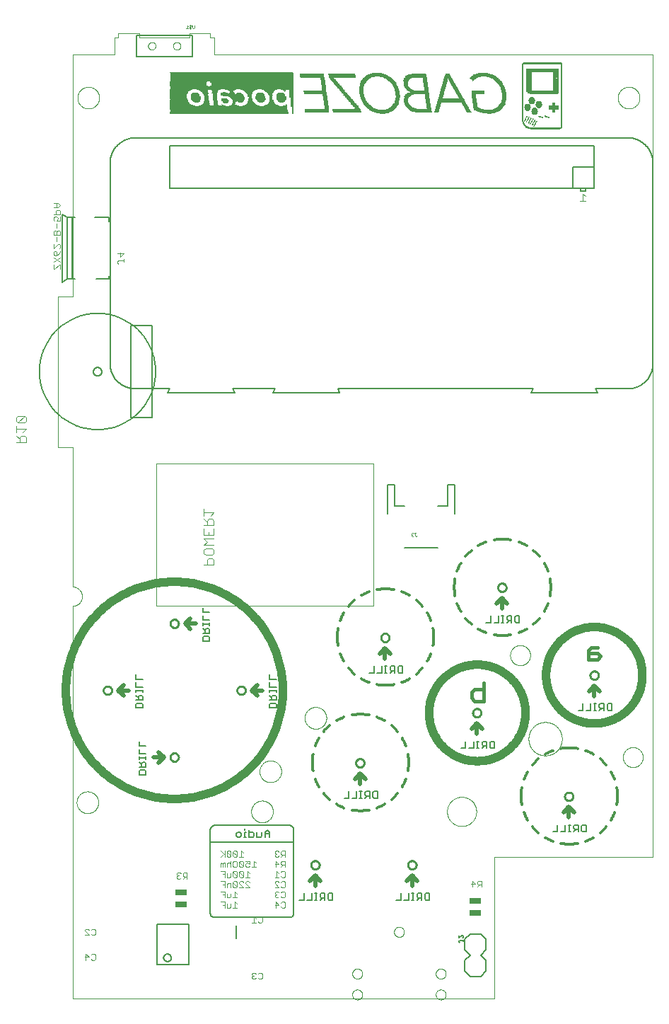
<source format=gbo>
G75*
%MOIN*%
%OFA0B0*%
%FSLAX25Y25*%
%IPPOS*%
%LPD*%
%AMOC8*
5,1,8,0,0,1.08239X$1,22.5*
%
%ADD10C,0.00000*%
%ADD11C,0.00039*%
%ADD12R,0.01575X0.00394*%
%ADD13R,0.00787X0.00394*%
%ADD14R,0.01181X0.00394*%
%ADD15R,0.02756X0.00394*%
%ADD16R,0.01969X0.00394*%
%ADD17R,0.03150X0.00394*%
%ADD18R,0.03543X0.00394*%
%ADD19R,0.03937X0.00394*%
%ADD20R,0.02362X0.00394*%
%ADD21R,0.04331X0.00394*%
%ADD22R,0.00394X0.00394*%
%ADD23R,0.61024X0.00394*%
%ADD24R,0.64173X0.00394*%
%ADD25R,0.66535X0.00394*%
%ADD26R,0.68110X0.00394*%
%ADD27R,0.69685X0.00394*%
%ADD28R,0.05512X0.00394*%
%ADD29R,0.05118X0.00394*%
%ADD30R,0.05906X0.00394*%
%ADD31R,0.04724X0.00394*%
%ADD32R,0.06299X0.00394*%
%ADD33R,0.12598X0.00394*%
%ADD34R,0.11811X0.00394*%
%ADD35R,0.11024X0.00394*%
%ADD36R,0.10236X0.00394*%
%ADD37R,0.09449X0.00394*%
%ADD38R,0.08268X0.00394*%
%ADD39R,0.06693X0.00394*%
%ADD40R,0.68898X0.00394*%
%ADD41R,0.67323X0.00394*%
%ADD42R,0.65748X0.00394*%
%ADD43R,0.63386X0.00394*%
%ADD44R,0.59449X0.00394*%
%ADD45C,0.00300*%
%ADD46C,0.00600*%
%ADD47C,0.04000*%
%ADD48C,0.01500*%
%ADD49C,0.01200*%
%ADD50R,0.14173X0.00157*%
%ADD51R,0.15591X0.00157*%
%ADD52R,0.16220X0.00157*%
%ADD53R,0.16693X0.00157*%
%ADD54R,0.17008X0.00157*%
%ADD55R,0.00787X0.00157*%
%ADD56R,0.01575X0.00157*%
%ADD57R,0.01260X0.00157*%
%ADD58R,0.00157X0.00157*%
%ADD59R,0.01102X0.00157*%
%ADD60R,0.00315X0.00157*%
%ADD61R,0.00945X0.00157*%
%ADD62R,0.00472X0.00157*%
%ADD63R,0.00630X0.00157*%
%ADD64R,0.01417X0.00157*%
%ADD65R,0.01732X0.00157*%
%ADD66R,0.02047X0.00157*%
%ADD67R,0.02362X0.00157*%
%ADD68R,0.02205X0.00157*%
%ADD69R,0.55748X0.00157*%
%ADD70R,0.02677X0.00157*%
%ADD71R,0.04409X0.00157*%
%ADD72R,0.05984X0.00157*%
%ADD73R,0.05669X0.00157*%
%ADD74R,0.02992X0.00157*%
%ADD75R,0.06929X0.00157*%
%ADD76R,0.06457X0.00157*%
%ADD77R,0.13071X0.00157*%
%ADD78R,0.11654X0.00157*%
%ADD79R,0.07874X0.00157*%
%ADD80R,0.07717X0.00157*%
%ADD81R,0.07402X0.00157*%
%ADD82R,0.13228X0.00157*%
%ADD83R,0.08661X0.00157*%
%ADD84R,0.08346X0.00157*%
%ADD85R,0.08031X0.00157*%
%ADD86R,0.55591X0.00157*%
%ADD87R,0.03307X0.00157*%
%ADD88R,0.09606X0.00157*%
%ADD89R,0.08819X0.00157*%
%ADD90R,0.10236X0.00157*%
%ADD91R,0.09291X0.00157*%
%ADD92R,0.09449X0.00157*%
%ADD93R,0.10866X0.00157*%
%ADD94R,0.10079X0.00157*%
%ADD95R,0.11496X0.00157*%
%ADD96R,0.11339X0.00157*%
%ADD97R,0.09764X0.00157*%
%ADD98R,0.10394X0.00157*%
%ADD99R,0.12126X0.00157*%
%ADD100R,0.11024X0.00157*%
%ADD101R,0.04567X0.00157*%
%ADD102R,0.05354X0.00157*%
%ADD103R,0.03937X0.00157*%
%ADD104R,0.04724X0.00157*%
%ADD105R,0.10551X0.00157*%
%ADD106R,0.03780X0.00157*%
%ADD107R,0.55433X0.00157*%
%ADD108R,0.03622X0.00157*%
%ADD109R,0.04094X0.00157*%
%ADD110R,0.10709X0.00157*%
%ADD111R,0.03465X0.00157*%
%ADD112R,0.01890X0.00157*%
%ADD113R,0.03150X0.00157*%
%ADD114R,0.02835X0.00157*%
%ADD115R,0.55276X0.00157*%
%ADD116R,0.02520X0.00157*%
%ADD117R,0.12598X0.00157*%
%ADD118R,0.11811X0.00157*%
%ADD119R,0.11181X0.00157*%
%ADD120R,0.06142X0.00157*%
%ADD121R,0.05039X0.00157*%
%ADD122R,0.04252X0.00157*%
%ADD123R,0.09921X0.00157*%
%ADD124R,0.09134X0.00157*%
%ADD125R,0.13386X0.00157*%
%ADD126R,0.08976X0.00157*%
%ADD127R,0.12913X0.00157*%
%ADD128R,0.05197X0.00157*%
%ADD129R,0.08504X0.00157*%
%ADD130R,0.12756X0.00157*%
%ADD131R,0.12441X0.00157*%
%ADD132R,0.05512X0.00157*%
%ADD133R,0.08189X0.00157*%
%ADD134R,0.12283X0.00157*%
%ADD135R,0.05827X0.00157*%
%ADD136R,0.06299X0.00157*%
%ADD137R,0.06614X0.00157*%
%ADD138R,0.06772X0.00157*%
%ADD139R,0.07087X0.00157*%
%ADD140R,0.07559X0.00157*%
%ADD141R,0.13543X0.00157*%
%ADD142R,0.14016X0.00157*%
%ADD143R,0.14331X0.00157*%
%ADD144R,0.14488X0.00157*%
%ADD145R,0.14646X0.00157*%
%ADD146R,0.14803X0.00157*%
%ADD147R,0.14961X0.00157*%
%ADD148R,0.15118X0.00157*%
%ADD149R,0.04882X0.00157*%
%ADD150R,0.58268X0.00157*%
%ADD151R,0.39213X0.00157*%
%ADD152R,0.17953X0.00157*%
%ADD153R,0.39055X0.00157*%
%ADD154R,0.17638X0.00157*%
%ADD155R,0.38898X0.00157*%
%ADD156R,0.17480X0.00157*%
%ADD157R,0.38740X0.00157*%
%ADD158R,0.17323X0.00157*%
%ADD159R,0.17165X0.00157*%
%ADD160R,0.39528X0.00157*%
%ADD161R,0.58110X0.00157*%
%ADD162R,0.15276X0.00157*%
%ADD163R,0.18740X0.00157*%
%ADD164R,0.18425X0.00157*%
%ADD165C,0.00500*%
%ADD166C,0.00400*%
%ADD167C,0.00394*%
%ADD168C,0.01000*%
%ADD169C,0.00800*%
%ADD170C,0.02000*%
%ADD171C,0.00100*%
%ADD172R,0.05512X0.02559*%
D10*
X0029320Y0017142D02*
X0029320Y0202181D01*
X0029453Y0202183D01*
X0029586Y0202189D01*
X0029718Y0202199D01*
X0029851Y0202212D01*
X0029982Y0202230D01*
X0030114Y0202251D01*
X0030244Y0202276D01*
X0030374Y0202305D01*
X0030503Y0202338D01*
X0030630Y0202375D01*
X0030757Y0202415D01*
X0030883Y0202459D01*
X0031007Y0202507D01*
X0031129Y0202558D01*
X0031250Y0202613D01*
X0031370Y0202672D01*
X0031487Y0202733D01*
X0031603Y0202799D01*
X0031717Y0202867D01*
X0031829Y0202939D01*
X0031938Y0203015D01*
X0032046Y0203093D01*
X0032151Y0203175D01*
X0032253Y0203259D01*
X0032353Y0203347D01*
X0032451Y0203437D01*
X0032545Y0203531D01*
X0032637Y0203627D01*
X0032726Y0203726D01*
X0032812Y0203827D01*
X0032895Y0203931D01*
X0032975Y0204037D01*
X0033052Y0204145D01*
X0033126Y0204256D01*
X0033196Y0204369D01*
X0033263Y0204483D01*
X0033327Y0204600D01*
X0033387Y0204719D01*
X0033444Y0204839D01*
X0033497Y0204961D01*
X0033546Y0205084D01*
X0033592Y0205209D01*
X0033635Y0205335D01*
X0033673Y0205462D01*
X0033708Y0205591D01*
X0033739Y0205720D01*
X0033766Y0205850D01*
X0033789Y0205981D01*
X0033809Y0206112D01*
X0033824Y0206245D01*
X0033836Y0206377D01*
X0033844Y0206510D01*
X0033848Y0206643D01*
X0033848Y0206775D01*
X0033844Y0206908D01*
X0033836Y0207041D01*
X0033824Y0207173D01*
X0033809Y0207306D01*
X0033789Y0207437D01*
X0033766Y0207568D01*
X0033739Y0207698D01*
X0033708Y0207827D01*
X0033673Y0207956D01*
X0033635Y0208083D01*
X0033592Y0208209D01*
X0033546Y0208334D01*
X0033497Y0208457D01*
X0033444Y0208579D01*
X0033387Y0208699D01*
X0033327Y0208818D01*
X0033263Y0208935D01*
X0033196Y0209049D01*
X0033126Y0209162D01*
X0033052Y0209273D01*
X0032975Y0209381D01*
X0032895Y0209487D01*
X0032812Y0209591D01*
X0032726Y0209692D01*
X0032637Y0209791D01*
X0032545Y0209887D01*
X0032451Y0209981D01*
X0032353Y0210071D01*
X0032253Y0210159D01*
X0032151Y0210243D01*
X0032046Y0210325D01*
X0031938Y0210403D01*
X0031829Y0210479D01*
X0031717Y0210551D01*
X0031603Y0210619D01*
X0031487Y0210685D01*
X0031370Y0210746D01*
X0031250Y0210805D01*
X0031129Y0210860D01*
X0031007Y0210911D01*
X0030883Y0210959D01*
X0030757Y0211003D01*
X0030630Y0211043D01*
X0030503Y0211080D01*
X0030374Y0211113D01*
X0030244Y0211142D01*
X0030114Y0211167D01*
X0029982Y0211188D01*
X0029851Y0211206D01*
X0029718Y0211219D01*
X0029586Y0211229D01*
X0029453Y0211235D01*
X0029320Y0211237D01*
X0029320Y0211236D02*
X0029320Y0276984D01*
X0022430Y0276984D01*
X0022430Y0347850D01*
X0029320Y0347850D01*
X0029320Y0462024D01*
X0049005Y0462024D01*
X0049005Y0469898D01*
X0050974Y0469898D01*
X0050974Y0471866D01*
X0060816Y0471866D01*
X0060816Y0469898D01*
X0084438Y0469898D01*
X0084438Y0471866D01*
X0094281Y0471866D01*
X0094281Y0469898D01*
X0096249Y0469898D01*
X0096249Y0462024D01*
X0302942Y0462024D01*
X0302942Y0083874D01*
X0228139Y0083874D01*
X0228139Y0017142D01*
X0029320Y0017142D01*
X0075383Y0130921D02*
X0075385Y0131009D01*
X0075391Y0131097D01*
X0075401Y0131185D01*
X0075415Y0131273D01*
X0075432Y0131359D01*
X0075454Y0131445D01*
X0075479Y0131529D01*
X0075509Y0131613D01*
X0075541Y0131695D01*
X0075578Y0131775D01*
X0075618Y0131854D01*
X0075662Y0131931D01*
X0075709Y0132006D01*
X0075759Y0132078D01*
X0075813Y0132149D01*
X0075869Y0132216D01*
X0075929Y0132282D01*
X0075991Y0132344D01*
X0076057Y0132404D01*
X0076124Y0132460D01*
X0076195Y0132514D01*
X0076267Y0132564D01*
X0076342Y0132611D01*
X0076419Y0132655D01*
X0076498Y0132695D01*
X0076578Y0132732D01*
X0076660Y0132764D01*
X0076744Y0132794D01*
X0076828Y0132819D01*
X0076914Y0132841D01*
X0077000Y0132858D01*
X0077088Y0132872D01*
X0077176Y0132882D01*
X0077264Y0132888D01*
X0077352Y0132890D01*
X0077440Y0132888D01*
X0077528Y0132882D01*
X0077616Y0132872D01*
X0077704Y0132858D01*
X0077790Y0132841D01*
X0077876Y0132819D01*
X0077960Y0132794D01*
X0078044Y0132764D01*
X0078126Y0132732D01*
X0078206Y0132695D01*
X0078285Y0132655D01*
X0078362Y0132611D01*
X0078437Y0132564D01*
X0078509Y0132514D01*
X0078580Y0132460D01*
X0078647Y0132404D01*
X0078713Y0132344D01*
X0078775Y0132282D01*
X0078835Y0132216D01*
X0078891Y0132149D01*
X0078945Y0132078D01*
X0078995Y0132006D01*
X0079042Y0131931D01*
X0079086Y0131854D01*
X0079126Y0131775D01*
X0079163Y0131695D01*
X0079195Y0131613D01*
X0079225Y0131529D01*
X0079250Y0131445D01*
X0079272Y0131359D01*
X0079289Y0131273D01*
X0079303Y0131185D01*
X0079313Y0131097D01*
X0079319Y0131009D01*
X0079321Y0130921D01*
X0079319Y0130833D01*
X0079313Y0130745D01*
X0079303Y0130657D01*
X0079289Y0130569D01*
X0079272Y0130483D01*
X0079250Y0130397D01*
X0079225Y0130313D01*
X0079195Y0130229D01*
X0079163Y0130147D01*
X0079126Y0130067D01*
X0079086Y0129988D01*
X0079042Y0129911D01*
X0078995Y0129836D01*
X0078945Y0129764D01*
X0078891Y0129693D01*
X0078835Y0129626D01*
X0078775Y0129560D01*
X0078713Y0129498D01*
X0078647Y0129438D01*
X0078580Y0129382D01*
X0078509Y0129328D01*
X0078437Y0129278D01*
X0078362Y0129231D01*
X0078285Y0129187D01*
X0078206Y0129147D01*
X0078126Y0129110D01*
X0078044Y0129078D01*
X0077960Y0129048D01*
X0077876Y0129023D01*
X0077790Y0129001D01*
X0077704Y0128984D01*
X0077616Y0128970D01*
X0077528Y0128960D01*
X0077440Y0128954D01*
X0077352Y0128952D01*
X0077264Y0128954D01*
X0077176Y0128960D01*
X0077088Y0128970D01*
X0077000Y0128984D01*
X0076914Y0129001D01*
X0076828Y0129023D01*
X0076744Y0129048D01*
X0076660Y0129078D01*
X0076578Y0129110D01*
X0076498Y0129147D01*
X0076419Y0129187D01*
X0076342Y0129231D01*
X0076267Y0129278D01*
X0076195Y0129328D01*
X0076124Y0129382D01*
X0076057Y0129438D01*
X0075991Y0129498D01*
X0075929Y0129560D01*
X0075869Y0129626D01*
X0075813Y0129693D01*
X0075759Y0129764D01*
X0075709Y0129836D01*
X0075662Y0129911D01*
X0075618Y0129988D01*
X0075578Y0130067D01*
X0075541Y0130147D01*
X0075509Y0130229D01*
X0075479Y0130313D01*
X0075454Y0130397D01*
X0075432Y0130483D01*
X0075415Y0130569D01*
X0075401Y0130657D01*
X0075391Y0130745D01*
X0075385Y0130833D01*
X0075383Y0130921D01*
X0043887Y0162417D02*
X0043889Y0162505D01*
X0043895Y0162593D01*
X0043905Y0162681D01*
X0043919Y0162769D01*
X0043936Y0162855D01*
X0043958Y0162941D01*
X0043983Y0163025D01*
X0044013Y0163109D01*
X0044045Y0163191D01*
X0044082Y0163271D01*
X0044122Y0163350D01*
X0044166Y0163427D01*
X0044213Y0163502D01*
X0044263Y0163574D01*
X0044317Y0163645D01*
X0044373Y0163712D01*
X0044433Y0163778D01*
X0044495Y0163840D01*
X0044561Y0163900D01*
X0044628Y0163956D01*
X0044699Y0164010D01*
X0044771Y0164060D01*
X0044846Y0164107D01*
X0044923Y0164151D01*
X0045002Y0164191D01*
X0045082Y0164228D01*
X0045164Y0164260D01*
X0045248Y0164290D01*
X0045332Y0164315D01*
X0045418Y0164337D01*
X0045504Y0164354D01*
X0045592Y0164368D01*
X0045680Y0164378D01*
X0045768Y0164384D01*
X0045856Y0164386D01*
X0045944Y0164384D01*
X0046032Y0164378D01*
X0046120Y0164368D01*
X0046208Y0164354D01*
X0046294Y0164337D01*
X0046380Y0164315D01*
X0046464Y0164290D01*
X0046548Y0164260D01*
X0046630Y0164228D01*
X0046710Y0164191D01*
X0046789Y0164151D01*
X0046866Y0164107D01*
X0046941Y0164060D01*
X0047013Y0164010D01*
X0047084Y0163956D01*
X0047151Y0163900D01*
X0047217Y0163840D01*
X0047279Y0163778D01*
X0047339Y0163712D01*
X0047395Y0163645D01*
X0047449Y0163574D01*
X0047499Y0163502D01*
X0047546Y0163427D01*
X0047590Y0163350D01*
X0047630Y0163271D01*
X0047667Y0163191D01*
X0047699Y0163109D01*
X0047729Y0163025D01*
X0047754Y0162941D01*
X0047776Y0162855D01*
X0047793Y0162769D01*
X0047807Y0162681D01*
X0047817Y0162593D01*
X0047823Y0162505D01*
X0047825Y0162417D01*
X0047823Y0162329D01*
X0047817Y0162241D01*
X0047807Y0162153D01*
X0047793Y0162065D01*
X0047776Y0161979D01*
X0047754Y0161893D01*
X0047729Y0161809D01*
X0047699Y0161725D01*
X0047667Y0161643D01*
X0047630Y0161563D01*
X0047590Y0161484D01*
X0047546Y0161407D01*
X0047499Y0161332D01*
X0047449Y0161260D01*
X0047395Y0161189D01*
X0047339Y0161122D01*
X0047279Y0161056D01*
X0047217Y0160994D01*
X0047151Y0160934D01*
X0047084Y0160878D01*
X0047013Y0160824D01*
X0046941Y0160774D01*
X0046866Y0160727D01*
X0046789Y0160683D01*
X0046710Y0160643D01*
X0046630Y0160606D01*
X0046548Y0160574D01*
X0046464Y0160544D01*
X0046380Y0160519D01*
X0046294Y0160497D01*
X0046208Y0160480D01*
X0046120Y0160466D01*
X0046032Y0160456D01*
X0045944Y0160450D01*
X0045856Y0160448D01*
X0045768Y0160450D01*
X0045680Y0160456D01*
X0045592Y0160466D01*
X0045504Y0160480D01*
X0045418Y0160497D01*
X0045332Y0160519D01*
X0045248Y0160544D01*
X0045164Y0160574D01*
X0045082Y0160606D01*
X0045002Y0160643D01*
X0044923Y0160683D01*
X0044846Y0160727D01*
X0044771Y0160774D01*
X0044699Y0160824D01*
X0044628Y0160878D01*
X0044561Y0160934D01*
X0044495Y0160994D01*
X0044433Y0161056D01*
X0044373Y0161122D01*
X0044317Y0161189D01*
X0044263Y0161260D01*
X0044213Y0161332D01*
X0044166Y0161407D01*
X0044122Y0161484D01*
X0044082Y0161563D01*
X0044045Y0161643D01*
X0044013Y0161725D01*
X0043983Y0161809D01*
X0043958Y0161893D01*
X0043936Y0161979D01*
X0043919Y0162065D01*
X0043905Y0162153D01*
X0043895Y0162241D01*
X0043889Y0162329D01*
X0043887Y0162417D01*
X0075383Y0193913D02*
X0075385Y0194001D01*
X0075391Y0194089D01*
X0075401Y0194177D01*
X0075415Y0194265D01*
X0075432Y0194351D01*
X0075454Y0194437D01*
X0075479Y0194521D01*
X0075509Y0194605D01*
X0075541Y0194687D01*
X0075578Y0194767D01*
X0075618Y0194846D01*
X0075662Y0194923D01*
X0075709Y0194998D01*
X0075759Y0195070D01*
X0075813Y0195141D01*
X0075869Y0195208D01*
X0075929Y0195274D01*
X0075991Y0195336D01*
X0076057Y0195396D01*
X0076124Y0195452D01*
X0076195Y0195506D01*
X0076267Y0195556D01*
X0076342Y0195603D01*
X0076419Y0195647D01*
X0076498Y0195687D01*
X0076578Y0195724D01*
X0076660Y0195756D01*
X0076744Y0195786D01*
X0076828Y0195811D01*
X0076914Y0195833D01*
X0077000Y0195850D01*
X0077088Y0195864D01*
X0077176Y0195874D01*
X0077264Y0195880D01*
X0077352Y0195882D01*
X0077440Y0195880D01*
X0077528Y0195874D01*
X0077616Y0195864D01*
X0077704Y0195850D01*
X0077790Y0195833D01*
X0077876Y0195811D01*
X0077960Y0195786D01*
X0078044Y0195756D01*
X0078126Y0195724D01*
X0078206Y0195687D01*
X0078285Y0195647D01*
X0078362Y0195603D01*
X0078437Y0195556D01*
X0078509Y0195506D01*
X0078580Y0195452D01*
X0078647Y0195396D01*
X0078713Y0195336D01*
X0078775Y0195274D01*
X0078835Y0195208D01*
X0078891Y0195141D01*
X0078945Y0195070D01*
X0078995Y0194998D01*
X0079042Y0194923D01*
X0079086Y0194846D01*
X0079126Y0194767D01*
X0079163Y0194687D01*
X0079195Y0194605D01*
X0079225Y0194521D01*
X0079250Y0194437D01*
X0079272Y0194351D01*
X0079289Y0194265D01*
X0079303Y0194177D01*
X0079313Y0194089D01*
X0079319Y0194001D01*
X0079321Y0193913D01*
X0079319Y0193825D01*
X0079313Y0193737D01*
X0079303Y0193649D01*
X0079289Y0193561D01*
X0079272Y0193475D01*
X0079250Y0193389D01*
X0079225Y0193305D01*
X0079195Y0193221D01*
X0079163Y0193139D01*
X0079126Y0193059D01*
X0079086Y0192980D01*
X0079042Y0192903D01*
X0078995Y0192828D01*
X0078945Y0192756D01*
X0078891Y0192685D01*
X0078835Y0192618D01*
X0078775Y0192552D01*
X0078713Y0192490D01*
X0078647Y0192430D01*
X0078580Y0192374D01*
X0078509Y0192320D01*
X0078437Y0192270D01*
X0078362Y0192223D01*
X0078285Y0192179D01*
X0078206Y0192139D01*
X0078126Y0192102D01*
X0078044Y0192070D01*
X0077960Y0192040D01*
X0077876Y0192015D01*
X0077790Y0191993D01*
X0077704Y0191976D01*
X0077616Y0191962D01*
X0077528Y0191952D01*
X0077440Y0191946D01*
X0077352Y0191944D01*
X0077264Y0191946D01*
X0077176Y0191952D01*
X0077088Y0191962D01*
X0077000Y0191976D01*
X0076914Y0191993D01*
X0076828Y0192015D01*
X0076744Y0192040D01*
X0076660Y0192070D01*
X0076578Y0192102D01*
X0076498Y0192139D01*
X0076419Y0192179D01*
X0076342Y0192223D01*
X0076267Y0192270D01*
X0076195Y0192320D01*
X0076124Y0192374D01*
X0076057Y0192430D01*
X0075991Y0192490D01*
X0075929Y0192552D01*
X0075869Y0192618D01*
X0075813Y0192685D01*
X0075759Y0192756D01*
X0075709Y0192828D01*
X0075662Y0192903D01*
X0075618Y0192980D01*
X0075578Y0193059D01*
X0075541Y0193139D01*
X0075509Y0193221D01*
X0075479Y0193305D01*
X0075454Y0193389D01*
X0075432Y0193475D01*
X0075415Y0193561D01*
X0075401Y0193649D01*
X0075391Y0193737D01*
X0075385Y0193825D01*
X0075383Y0193913D01*
X0106879Y0162417D02*
X0106881Y0162505D01*
X0106887Y0162593D01*
X0106897Y0162681D01*
X0106911Y0162769D01*
X0106928Y0162855D01*
X0106950Y0162941D01*
X0106975Y0163025D01*
X0107005Y0163109D01*
X0107037Y0163191D01*
X0107074Y0163271D01*
X0107114Y0163350D01*
X0107158Y0163427D01*
X0107205Y0163502D01*
X0107255Y0163574D01*
X0107309Y0163645D01*
X0107365Y0163712D01*
X0107425Y0163778D01*
X0107487Y0163840D01*
X0107553Y0163900D01*
X0107620Y0163956D01*
X0107691Y0164010D01*
X0107763Y0164060D01*
X0107838Y0164107D01*
X0107915Y0164151D01*
X0107994Y0164191D01*
X0108074Y0164228D01*
X0108156Y0164260D01*
X0108240Y0164290D01*
X0108324Y0164315D01*
X0108410Y0164337D01*
X0108496Y0164354D01*
X0108584Y0164368D01*
X0108672Y0164378D01*
X0108760Y0164384D01*
X0108848Y0164386D01*
X0108936Y0164384D01*
X0109024Y0164378D01*
X0109112Y0164368D01*
X0109200Y0164354D01*
X0109286Y0164337D01*
X0109372Y0164315D01*
X0109456Y0164290D01*
X0109540Y0164260D01*
X0109622Y0164228D01*
X0109702Y0164191D01*
X0109781Y0164151D01*
X0109858Y0164107D01*
X0109933Y0164060D01*
X0110005Y0164010D01*
X0110076Y0163956D01*
X0110143Y0163900D01*
X0110209Y0163840D01*
X0110271Y0163778D01*
X0110331Y0163712D01*
X0110387Y0163645D01*
X0110441Y0163574D01*
X0110491Y0163502D01*
X0110538Y0163427D01*
X0110582Y0163350D01*
X0110622Y0163271D01*
X0110659Y0163191D01*
X0110691Y0163109D01*
X0110721Y0163025D01*
X0110746Y0162941D01*
X0110768Y0162855D01*
X0110785Y0162769D01*
X0110799Y0162681D01*
X0110809Y0162593D01*
X0110815Y0162505D01*
X0110817Y0162417D01*
X0110815Y0162329D01*
X0110809Y0162241D01*
X0110799Y0162153D01*
X0110785Y0162065D01*
X0110768Y0161979D01*
X0110746Y0161893D01*
X0110721Y0161809D01*
X0110691Y0161725D01*
X0110659Y0161643D01*
X0110622Y0161563D01*
X0110582Y0161484D01*
X0110538Y0161407D01*
X0110491Y0161332D01*
X0110441Y0161260D01*
X0110387Y0161189D01*
X0110331Y0161122D01*
X0110271Y0161056D01*
X0110209Y0160994D01*
X0110143Y0160934D01*
X0110076Y0160878D01*
X0110005Y0160824D01*
X0109933Y0160774D01*
X0109858Y0160727D01*
X0109781Y0160683D01*
X0109702Y0160643D01*
X0109622Y0160606D01*
X0109540Y0160574D01*
X0109456Y0160544D01*
X0109372Y0160519D01*
X0109286Y0160497D01*
X0109200Y0160480D01*
X0109112Y0160466D01*
X0109024Y0160456D01*
X0108936Y0160450D01*
X0108848Y0160448D01*
X0108760Y0160450D01*
X0108672Y0160456D01*
X0108584Y0160466D01*
X0108496Y0160480D01*
X0108410Y0160497D01*
X0108324Y0160519D01*
X0108240Y0160544D01*
X0108156Y0160574D01*
X0108074Y0160606D01*
X0107994Y0160643D01*
X0107915Y0160683D01*
X0107838Y0160727D01*
X0107763Y0160774D01*
X0107691Y0160824D01*
X0107620Y0160878D01*
X0107553Y0160934D01*
X0107487Y0160994D01*
X0107425Y0161056D01*
X0107365Y0161122D01*
X0107309Y0161189D01*
X0107255Y0161260D01*
X0107205Y0161332D01*
X0107158Y0161407D01*
X0107114Y0161484D01*
X0107074Y0161563D01*
X0107037Y0161643D01*
X0107005Y0161725D01*
X0106975Y0161809D01*
X0106950Y0161893D01*
X0106928Y0161979D01*
X0106911Y0162065D01*
X0106897Y0162153D01*
X0106887Y0162241D01*
X0106881Y0162329D01*
X0106879Y0162417D01*
X0141741Y0080173D02*
X0141743Y0080261D01*
X0141749Y0080349D01*
X0141759Y0080437D01*
X0141773Y0080525D01*
X0141790Y0080611D01*
X0141812Y0080697D01*
X0141837Y0080781D01*
X0141867Y0080865D01*
X0141899Y0080947D01*
X0141936Y0081027D01*
X0141976Y0081106D01*
X0142020Y0081183D01*
X0142067Y0081258D01*
X0142117Y0081330D01*
X0142171Y0081401D01*
X0142227Y0081468D01*
X0142287Y0081534D01*
X0142349Y0081596D01*
X0142415Y0081656D01*
X0142482Y0081712D01*
X0142553Y0081766D01*
X0142625Y0081816D01*
X0142700Y0081863D01*
X0142777Y0081907D01*
X0142856Y0081947D01*
X0142936Y0081984D01*
X0143018Y0082016D01*
X0143102Y0082046D01*
X0143186Y0082071D01*
X0143272Y0082093D01*
X0143358Y0082110D01*
X0143446Y0082124D01*
X0143534Y0082134D01*
X0143622Y0082140D01*
X0143710Y0082142D01*
X0143798Y0082140D01*
X0143886Y0082134D01*
X0143974Y0082124D01*
X0144062Y0082110D01*
X0144148Y0082093D01*
X0144234Y0082071D01*
X0144318Y0082046D01*
X0144402Y0082016D01*
X0144484Y0081984D01*
X0144564Y0081947D01*
X0144643Y0081907D01*
X0144720Y0081863D01*
X0144795Y0081816D01*
X0144867Y0081766D01*
X0144938Y0081712D01*
X0145005Y0081656D01*
X0145071Y0081596D01*
X0145133Y0081534D01*
X0145193Y0081468D01*
X0145249Y0081401D01*
X0145303Y0081330D01*
X0145353Y0081258D01*
X0145400Y0081183D01*
X0145444Y0081106D01*
X0145484Y0081027D01*
X0145521Y0080947D01*
X0145553Y0080865D01*
X0145583Y0080781D01*
X0145608Y0080697D01*
X0145630Y0080611D01*
X0145647Y0080525D01*
X0145661Y0080437D01*
X0145671Y0080349D01*
X0145677Y0080261D01*
X0145679Y0080173D01*
X0145677Y0080085D01*
X0145671Y0079997D01*
X0145661Y0079909D01*
X0145647Y0079821D01*
X0145630Y0079735D01*
X0145608Y0079649D01*
X0145583Y0079565D01*
X0145553Y0079481D01*
X0145521Y0079399D01*
X0145484Y0079319D01*
X0145444Y0079240D01*
X0145400Y0079163D01*
X0145353Y0079088D01*
X0145303Y0079016D01*
X0145249Y0078945D01*
X0145193Y0078878D01*
X0145133Y0078812D01*
X0145071Y0078750D01*
X0145005Y0078690D01*
X0144938Y0078634D01*
X0144867Y0078580D01*
X0144795Y0078530D01*
X0144720Y0078483D01*
X0144643Y0078439D01*
X0144564Y0078399D01*
X0144484Y0078362D01*
X0144402Y0078330D01*
X0144318Y0078300D01*
X0144234Y0078275D01*
X0144148Y0078253D01*
X0144062Y0078236D01*
X0143974Y0078222D01*
X0143886Y0078212D01*
X0143798Y0078206D01*
X0143710Y0078204D01*
X0143622Y0078206D01*
X0143534Y0078212D01*
X0143446Y0078222D01*
X0143358Y0078236D01*
X0143272Y0078253D01*
X0143186Y0078275D01*
X0143102Y0078300D01*
X0143018Y0078330D01*
X0142936Y0078362D01*
X0142856Y0078399D01*
X0142777Y0078439D01*
X0142700Y0078483D01*
X0142625Y0078530D01*
X0142553Y0078580D01*
X0142482Y0078634D01*
X0142415Y0078690D01*
X0142349Y0078750D01*
X0142287Y0078812D01*
X0142227Y0078878D01*
X0142171Y0078945D01*
X0142117Y0079016D01*
X0142067Y0079088D01*
X0142020Y0079163D01*
X0141976Y0079240D01*
X0141936Y0079319D01*
X0141899Y0079399D01*
X0141867Y0079481D01*
X0141837Y0079565D01*
X0141812Y0079649D01*
X0141790Y0079735D01*
X0141773Y0079821D01*
X0141759Y0079909D01*
X0141749Y0079997D01*
X0141743Y0080085D01*
X0141741Y0080173D01*
X0162863Y0128205D02*
X0162865Y0128293D01*
X0162871Y0128381D01*
X0162881Y0128469D01*
X0162895Y0128557D01*
X0162912Y0128643D01*
X0162934Y0128729D01*
X0162959Y0128813D01*
X0162989Y0128897D01*
X0163021Y0128979D01*
X0163058Y0129059D01*
X0163098Y0129138D01*
X0163142Y0129215D01*
X0163189Y0129290D01*
X0163239Y0129362D01*
X0163293Y0129433D01*
X0163349Y0129500D01*
X0163409Y0129566D01*
X0163471Y0129628D01*
X0163537Y0129688D01*
X0163604Y0129744D01*
X0163675Y0129798D01*
X0163747Y0129848D01*
X0163822Y0129895D01*
X0163899Y0129939D01*
X0163978Y0129979D01*
X0164058Y0130016D01*
X0164140Y0130048D01*
X0164224Y0130078D01*
X0164308Y0130103D01*
X0164394Y0130125D01*
X0164480Y0130142D01*
X0164568Y0130156D01*
X0164656Y0130166D01*
X0164744Y0130172D01*
X0164832Y0130174D01*
X0164920Y0130172D01*
X0165008Y0130166D01*
X0165096Y0130156D01*
X0165184Y0130142D01*
X0165270Y0130125D01*
X0165356Y0130103D01*
X0165440Y0130078D01*
X0165524Y0130048D01*
X0165606Y0130016D01*
X0165686Y0129979D01*
X0165765Y0129939D01*
X0165842Y0129895D01*
X0165917Y0129848D01*
X0165989Y0129798D01*
X0166060Y0129744D01*
X0166127Y0129688D01*
X0166193Y0129628D01*
X0166255Y0129566D01*
X0166315Y0129500D01*
X0166371Y0129433D01*
X0166425Y0129362D01*
X0166475Y0129290D01*
X0166522Y0129215D01*
X0166566Y0129138D01*
X0166606Y0129059D01*
X0166643Y0128979D01*
X0166675Y0128897D01*
X0166705Y0128813D01*
X0166730Y0128729D01*
X0166752Y0128643D01*
X0166769Y0128557D01*
X0166783Y0128469D01*
X0166793Y0128381D01*
X0166799Y0128293D01*
X0166801Y0128205D01*
X0166799Y0128117D01*
X0166793Y0128029D01*
X0166783Y0127941D01*
X0166769Y0127853D01*
X0166752Y0127767D01*
X0166730Y0127681D01*
X0166705Y0127597D01*
X0166675Y0127513D01*
X0166643Y0127431D01*
X0166606Y0127351D01*
X0166566Y0127272D01*
X0166522Y0127195D01*
X0166475Y0127120D01*
X0166425Y0127048D01*
X0166371Y0126977D01*
X0166315Y0126910D01*
X0166255Y0126844D01*
X0166193Y0126782D01*
X0166127Y0126722D01*
X0166060Y0126666D01*
X0165989Y0126612D01*
X0165917Y0126562D01*
X0165842Y0126515D01*
X0165765Y0126471D01*
X0165686Y0126431D01*
X0165606Y0126394D01*
X0165524Y0126362D01*
X0165440Y0126332D01*
X0165356Y0126307D01*
X0165270Y0126285D01*
X0165184Y0126268D01*
X0165096Y0126254D01*
X0165008Y0126244D01*
X0164920Y0126238D01*
X0164832Y0126236D01*
X0164744Y0126238D01*
X0164656Y0126244D01*
X0164568Y0126254D01*
X0164480Y0126268D01*
X0164394Y0126285D01*
X0164308Y0126307D01*
X0164224Y0126332D01*
X0164140Y0126362D01*
X0164058Y0126394D01*
X0163978Y0126431D01*
X0163899Y0126471D01*
X0163822Y0126515D01*
X0163747Y0126562D01*
X0163675Y0126612D01*
X0163604Y0126666D01*
X0163537Y0126722D01*
X0163471Y0126782D01*
X0163409Y0126844D01*
X0163349Y0126910D01*
X0163293Y0126977D01*
X0163239Y0127048D01*
X0163189Y0127120D01*
X0163142Y0127195D01*
X0163098Y0127272D01*
X0163058Y0127351D01*
X0163021Y0127431D01*
X0162989Y0127513D01*
X0162959Y0127597D01*
X0162934Y0127681D01*
X0162912Y0127767D01*
X0162895Y0127853D01*
X0162881Y0127941D01*
X0162871Y0128029D01*
X0162865Y0128117D01*
X0162863Y0128205D01*
X0187410Y0080173D02*
X0187412Y0080261D01*
X0187418Y0080349D01*
X0187428Y0080437D01*
X0187442Y0080525D01*
X0187459Y0080611D01*
X0187481Y0080697D01*
X0187506Y0080781D01*
X0187536Y0080865D01*
X0187568Y0080947D01*
X0187605Y0081027D01*
X0187645Y0081106D01*
X0187689Y0081183D01*
X0187736Y0081258D01*
X0187786Y0081330D01*
X0187840Y0081401D01*
X0187896Y0081468D01*
X0187956Y0081534D01*
X0188018Y0081596D01*
X0188084Y0081656D01*
X0188151Y0081712D01*
X0188222Y0081766D01*
X0188294Y0081816D01*
X0188369Y0081863D01*
X0188446Y0081907D01*
X0188525Y0081947D01*
X0188605Y0081984D01*
X0188687Y0082016D01*
X0188771Y0082046D01*
X0188855Y0082071D01*
X0188941Y0082093D01*
X0189027Y0082110D01*
X0189115Y0082124D01*
X0189203Y0082134D01*
X0189291Y0082140D01*
X0189379Y0082142D01*
X0189467Y0082140D01*
X0189555Y0082134D01*
X0189643Y0082124D01*
X0189731Y0082110D01*
X0189817Y0082093D01*
X0189903Y0082071D01*
X0189987Y0082046D01*
X0190071Y0082016D01*
X0190153Y0081984D01*
X0190233Y0081947D01*
X0190312Y0081907D01*
X0190389Y0081863D01*
X0190464Y0081816D01*
X0190536Y0081766D01*
X0190607Y0081712D01*
X0190674Y0081656D01*
X0190740Y0081596D01*
X0190802Y0081534D01*
X0190862Y0081468D01*
X0190918Y0081401D01*
X0190972Y0081330D01*
X0191022Y0081258D01*
X0191069Y0081183D01*
X0191113Y0081106D01*
X0191153Y0081027D01*
X0191190Y0080947D01*
X0191222Y0080865D01*
X0191252Y0080781D01*
X0191277Y0080697D01*
X0191299Y0080611D01*
X0191316Y0080525D01*
X0191330Y0080437D01*
X0191340Y0080349D01*
X0191346Y0080261D01*
X0191348Y0080173D01*
X0191346Y0080085D01*
X0191340Y0079997D01*
X0191330Y0079909D01*
X0191316Y0079821D01*
X0191299Y0079735D01*
X0191277Y0079649D01*
X0191252Y0079565D01*
X0191222Y0079481D01*
X0191190Y0079399D01*
X0191153Y0079319D01*
X0191113Y0079240D01*
X0191069Y0079163D01*
X0191022Y0079088D01*
X0190972Y0079016D01*
X0190918Y0078945D01*
X0190862Y0078878D01*
X0190802Y0078812D01*
X0190740Y0078750D01*
X0190674Y0078690D01*
X0190607Y0078634D01*
X0190536Y0078580D01*
X0190464Y0078530D01*
X0190389Y0078483D01*
X0190312Y0078439D01*
X0190233Y0078399D01*
X0190153Y0078362D01*
X0190071Y0078330D01*
X0189987Y0078300D01*
X0189903Y0078275D01*
X0189817Y0078253D01*
X0189731Y0078236D01*
X0189643Y0078222D01*
X0189555Y0078212D01*
X0189467Y0078206D01*
X0189379Y0078204D01*
X0189291Y0078206D01*
X0189203Y0078212D01*
X0189115Y0078222D01*
X0189027Y0078236D01*
X0188941Y0078253D01*
X0188855Y0078275D01*
X0188771Y0078300D01*
X0188687Y0078330D01*
X0188605Y0078362D01*
X0188525Y0078399D01*
X0188446Y0078439D01*
X0188369Y0078483D01*
X0188294Y0078530D01*
X0188222Y0078580D01*
X0188151Y0078634D01*
X0188084Y0078690D01*
X0188018Y0078750D01*
X0187956Y0078812D01*
X0187896Y0078878D01*
X0187840Y0078945D01*
X0187786Y0079016D01*
X0187736Y0079088D01*
X0187689Y0079163D01*
X0187645Y0079240D01*
X0187605Y0079319D01*
X0187568Y0079399D01*
X0187536Y0079481D01*
X0187506Y0079565D01*
X0187481Y0079649D01*
X0187459Y0079735D01*
X0187442Y0079821D01*
X0187428Y0079909D01*
X0187418Y0079997D01*
X0187412Y0080085D01*
X0187410Y0080173D01*
X0180895Y0048638D02*
X0180897Y0048735D01*
X0180903Y0048832D01*
X0180913Y0048928D01*
X0180927Y0049024D01*
X0180945Y0049120D01*
X0180966Y0049214D01*
X0180992Y0049308D01*
X0181021Y0049400D01*
X0181055Y0049491D01*
X0181091Y0049581D01*
X0181132Y0049669D01*
X0181176Y0049755D01*
X0181224Y0049840D01*
X0181275Y0049922D01*
X0181329Y0050003D01*
X0181387Y0050081D01*
X0181448Y0050156D01*
X0181511Y0050229D01*
X0181578Y0050300D01*
X0181648Y0050367D01*
X0181720Y0050432D01*
X0181795Y0050493D01*
X0181873Y0050552D01*
X0181952Y0050607D01*
X0182034Y0050659D01*
X0182118Y0050707D01*
X0182204Y0050752D01*
X0182292Y0050794D01*
X0182381Y0050832D01*
X0182472Y0050866D01*
X0182564Y0050896D01*
X0182657Y0050923D01*
X0182752Y0050945D01*
X0182847Y0050964D01*
X0182943Y0050979D01*
X0183039Y0050990D01*
X0183136Y0050997D01*
X0183233Y0051000D01*
X0183330Y0050999D01*
X0183427Y0050994D01*
X0183523Y0050985D01*
X0183619Y0050972D01*
X0183715Y0050955D01*
X0183810Y0050934D01*
X0183903Y0050910D01*
X0183996Y0050881D01*
X0184088Y0050849D01*
X0184178Y0050813D01*
X0184266Y0050774D01*
X0184353Y0050730D01*
X0184438Y0050684D01*
X0184521Y0050633D01*
X0184602Y0050580D01*
X0184680Y0050523D01*
X0184757Y0050463D01*
X0184830Y0050400D01*
X0184901Y0050334D01*
X0184969Y0050265D01*
X0185035Y0050193D01*
X0185097Y0050119D01*
X0185156Y0050042D01*
X0185212Y0049963D01*
X0185265Y0049881D01*
X0185315Y0049798D01*
X0185360Y0049712D01*
X0185403Y0049625D01*
X0185442Y0049536D01*
X0185477Y0049446D01*
X0185508Y0049354D01*
X0185535Y0049261D01*
X0185559Y0049167D01*
X0185579Y0049072D01*
X0185595Y0048976D01*
X0185607Y0048880D01*
X0185615Y0048783D01*
X0185619Y0048686D01*
X0185619Y0048590D01*
X0185615Y0048493D01*
X0185607Y0048396D01*
X0185595Y0048300D01*
X0185579Y0048204D01*
X0185559Y0048109D01*
X0185535Y0048015D01*
X0185508Y0047922D01*
X0185477Y0047830D01*
X0185442Y0047740D01*
X0185403Y0047651D01*
X0185360Y0047564D01*
X0185315Y0047478D01*
X0185265Y0047395D01*
X0185212Y0047313D01*
X0185156Y0047234D01*
X0185097Y0047157D01*
X0185035Y0047083D01*
X0184969Y0047011D01*
X0184901Y0046942D01*
X0184830Y0046876D01*
X0184757Y0046813D01*
X0184680Y0046753D01*
X0184602Y0046696D01*
X0184521Y0046643D01*
X0184438Y0046592D01*
X0184353Y0046546D01*
X0184266Y0046502D01*
X0184178Y0046463D01*
X0184088Y0046427D01*
X0183996Y0046395D01*
X0183903Y0046366D01*
X0183810Y0046342D01*
X0183715Y0046321D01*
X0183619Y0046304D01*
X0183523Y0046291D01*
X0183427Y0046282D01*
X0183330Y0046277D01*
X0183233Y0046276D01*
X0183136Y0046279D01*
X0183039Y0046286D01*
X0182943Y0046297D01*
X0182847Y0046312D01*
X0182752Y0046331D01*
X0182657Y0046353D01*
X0182564Y0046380D01*
X0182472Y0046410D01*
X0182381Y0046444D01*
X0182292Y0046482D01*
X0182204Y0046524D01*
X0182118Y0046569D01*
X0182034Y0046617D01*
X0181952Y0046669D01*
X0181873Y0046724D01*
X0181795Y0046783D01*
X0181720Y0046844D01*
X0181648Y0046909D01*
X0181578Y0046976D01*
X0181511Y0047047D01*
X0181448Y0047120D01*
X0181387Y0047195D01*
X0181329Y0047273D01*
X0181275Y0047354D01*
X0181224Y0047436D01*
X0181176Y0047521D01*
X0181132Y0047607D01*
X0181091Y0047695D01*
X0181055Y0047785D01*
X0181021Y0047876D01*
X0180992Y0047968D01*
X0180966Y0048062D01*
X0180945Y0048156D01*
X0180927Y0048252D01*
X0180913Y0048348D01*
X0180903Y0048444D01*
X0180897Y0048541D01*
X0180895Y0048638D01*
X0161210Y0028953D02*
X0161212Y0029050D01*
X0161218Y0029147D01*
X0161228Y0029243D01*
X0161242Y0029339D01*
X0161260Y0029435D01*
X0161281Y0029529D01*
X0161307Y0029623D01*
X0161336Y0029715D01*
X0161370Y0029806D01*
X0161406Y0029896D01*
X0161447Y0029984D01*
X0161491Y0030070D01*
X0161539Y0030155D01*
X0161590Y0030237D01*
X0161644Y0030318D01*
X0161702Y0030396D01*
X0161763Y0030471D01*
X0161826Y0030544D01*
X0161893Y0030615D01*
X0161963Y0030682D01*
X0162035Y0030747D01*
X0162110Y0030808D01*
X0162188Y0030867D01*
X0162267Y0030922D01*
X0162349Y0030974D01*
X0162433Y0031022D01*
X0162519Y0031067D01*
X0162607Y0031109D01*
X0162696Y0031147D01*
X0162787Y0031181D01*
X0162879Y0031211D01*
X0162972Y0031238D01*
X0163067Y0031260D01*
X0163162Y0031279D01*
X0163258Y0031294D01*
X0163354Y0031305D01*
X0163451Y0031312D01*
X0163548Y0031315D01*
X0163645Y0031314D01*
X0163742Y0031309D01*
X0163838Y0031300D01*
X0163934Y0031287D01*
X0164030Y0031270D01*
X0164125Y0031249D01*
X0164218Y0031225D01*
X0164311Y0031196D01*
X0164403Y0031164D01*
X0164493Y0031128D01*
X0164581Y0031089D01*
X0164668Y0031045D01*
X0164753Y0030999D01*
X0164836Y0030948D01*
X0164917Y0030895D01*
X0164995Y0030838D01*
X0165072Y0030778D01*
X0165145Y0030715D01*
X0165216Y0030649D01*
X0165284Y0030580D01*
X0165350Y0030508D01*
X0165412Y0030434D01*
X0165471Y0030357D01*
X0165527Y0030278D01*
X0165580Y0030196D01*
X0165630Y0030113D01*
X0165675Y0030027D01*
X0165718Y0029940D01*
X0165757Y0029851D01*
X0165792Y0029761D01*
X0165823Y0029669D01*
X0165850Y0029576D01*
X0165874Y0029482D01*
X0165894Y0029387D01*
X0165910Y0029291D01*
X0165922Y0029195D01*
X0165930Y0029098D01*
X0165934Y0029001D01*
X0165934Y0028905D01*
X0165930Y0028808D01*
X0165922Y0028711D01*
X0165910Y0028615D01*
X0165894Y0028519D01*
X0165874Y0028424D01*
X0165850Y0028330D01*
X0165823Y0028237D01*
X0165792Y0028145D01*
X0165757Y0028055D01*
X0165718Y0027966D01*
X0165675Y0027879D01*
X0165630Y0027793D01*
X0165580Y0027710D01*
X0165527Y0027628D01*
X0165471Y0027549D01*
X0165412Y0027472D01*
X0165350Y0027398D01*
X0165284Y0027326D01*
X0165216Y0027257D01*
X0165145Y0027191D01*
X0165072Y0027128D01*
X0164995Y0027068D01*
X0164917Y0027011D01*
X0164836Y0026958D01*
X0164753Y0026907D01*
X0164668Y0026861D01*
X0164581Y0026817D01*
X0164493Y0026778D01*
X0164403Y0026742D01*
X0164311Y0026710D01*
X0164218Y0026681D01*
X0164125Y0026657D01*
X0164030Y0026636D01*
X0163934Y0026619D01*
X0163838Y0026606D01*
X0163742Y0026597D01*
X0163645Y0026592D01*
X0163548Y0026591D01*
X0163451Y0026594D01*
X0163354Y0026601D01*
X0163258Y0026612D01*
X0163162Y0026627D01*
X0163067Y0026646D01*
X0162972Y0026668D01*
X0162879Y0026695D01*
X0162787Y0026725D01*
X0162696Y0026759D01*
X0162607Y0026797D01*
X0162519Y0026839D01*
X0162433Y0026884D01*
X0162349Y0026932D01*
X0162267Y0026984D01*
X0162188Y0027039D01*
X0162110Y0027098D01*
X0162035Y0027159D01*
X0161963Y0027224D01*
X0161893Y0027291D01*
X0161826Y0027362D01*
X0161763Y0027435D01*
X0161702Y0027510D01*
X0161644Y0027588D01*
X0161590Y0027669D01*
X0161539Y0027751D01*
X0161491Y0027836D01*
X0161447Y0027922D01*
X0161406Y0028010D01*
X0161370Y0028100D01*
X0161336Y0028191D01*
X0161307Y0028283D01*
X0161281Y0028377D01*
X0161260Y0028471D01*
X0161242Y0028567D01*
X0161228Y0028663D01*
X0161218Y0028759D01*
X0161212Y0028856D01*
X0161210Y0028953D01*
X0161210Y0019110D02*
X0161212Y0019207D01*
X0161218Y0019304D01*
X0161228Y0019400D01*
X0161242Y0019496D01*
X0161260Y0019592D01*
X0161281Y0019686D01*
X0161307Y0019780D01*
X0161336Y0019872D01*
X0161370Y0019963D01*
X0161406Y0020053D01*
X0161447Y0020141D01*
X0161491Y0020227D01*
X0161539Y0020312D01*
X0161590Y0020394D01*
X0161644Y0020475D01*
X0161702Y0020553D01*
X0161763Y0020628D01*
X0161826Y0020701D01*
X0161893Y0020772D01*
X0161963Y0020839D01*
X0162035Y0020904D01*
X0162110Y0020965D01*
X0162188Y0021024D01*
X0162267Y0021079D01*
X0162349Y0021131D01*
X0162433Y0021179D01*
X0162519Y0021224D01*
X0162607Y0021266D01*
X0162696Y0021304D01*
X0162787Y0021338D01*
X0162879Y0021368D01*
X0162972Y0021395D01*
X0163067Y0021417D01*
X0163162Y0021436D01*
X0163258Y0021451D01*
X0163354Y0021462D01*
X0163451Y0021469D01*
X0163548Y0021472D01*
X0163645Y0021471D01*
X0163742Y0021466D01*
X0163838Y0021457D01*
X0163934Y0021444D01*
X0164030Y0021427D01*
X0164125Y0021406D01*
X0164218Y0021382D01*
X0164311Y0021353D01*
X0164403Y0021321D01*
X0164493Y0021285D01*
X0164581Y0021246D01*
X0164668Y0021202D01*
X0164753Y0021156D01*
X0164836Y0021105D01*
X0164917Y0021052D01*
X0164995Y0020995D01*
X0165072Y0020935D01*
X0165145Y0020872D01*
X0165216Y0020806D01*
X0165284Y0020737D01*
X0165350Y0020665D01*
X0165412Y0020591D01*
X0165471Y0020514D01*
X0165527Y0020435D01*
X0165580Y0020353D01*
X0165630Y0020270D01*
X0165675Y0020184D01*
X0165718Y0020097D01*
X0165757Y0020008D01*
X0165792Y0019918D01*
X0165823Y0019826D01*
X0165850Y0019733D01*
X0165874Y0019639D01*
X0165894Y0019544D01*
X0165910Y0019448D01*
X0165922Y0019352D01*
X0165930Y0019255D01*
X0165934Y0019158D01*
X0165934Y0019062D01*
X0165930Y0018965D01*
X0165922Y0018868D01*
X0165910Y0018772D01*
X0165894Y0018676D01*
X0165874Y0018581D01*
X0165850Y0018487D01*
X0165823Y0018394D01*
X0165792Y0018302D01*
X0165757Y0018212D01*
X0165718Y0018123D01*
X0165675Y0018036D01*
X0165630Y0017950D01*
X0165580Y0017867D01*
X0165527Y0017785D01*
X0165471Y0017706D01*
X0165412Y0017629D01*
X0165350Y0017555D01*
X0165284Y0017483D01*
X0165216Y0017414D01*
X0165145Y0017348D01*
X0165072Y0017285D01*
X0164995Y0017225D01*
X0164917Y0017168D01*
X0164836Y0017115D01*
X0164753Y0017064D01*
X0164668Y0017018D01*
X0164581Y0016974D01*
X0164493Y0016935D01*
X0164403Y0016899D01*
X0164311Y0016867D01*
X0164218Y0016838D01*
X0164125Y0016814D01*
X0164030Y0016793D01*
X0163934Y0016776D01*
X0163838Y0016763D01*
X0163742Y0016754D01*
X0163645Y0016749D01*
X0163548Y0016748D01*
X0163451Y0016751D01*
X0163354Y0016758D01*
X0163258Y0016769D01*
X0163162Y0016784D01*
X0163067Y0016803D01*
X0162972Y0016825D01*
X0162879Y0016852D01*
X0162787Y0016882D01*
X0162696Y0016916D01*
X0162607Y0016954D01*
X0162519Y0016996D01*
X0162433Y0017041D01*
X0162349Y0017089D01*
X0162267Y0017141D01*
X0162188Y0017196D01*
X0162110Y0017255D01*
X0162035Y0017316D01*
X0161963Y0017381D01*
X0161893Y0017448D01*
X0161826Y0017519D01*
X0161763Y0017592D01*
X0161702Y0017667D01*
X0161644Y0017745D01*
X0161590Y0017826D01*
X0161539Y0017908D01*
X0161491Y0017993D01*
X0161447Y0018079D01*
X0161406Y0018167D01*
X0161370Y0018257D01*
X0161336Y0018348D01*
X0161307Y0018440D01*
X0161281Y0018534D01*
X0161260Y0018628D01*
X0161242Y0018724D01*
X0161228Y0018820D01*
X0161218Y0018916D01*
X0161212Y0019013D01*
X0161210Y0019110D01*
X0200580Y0019110D02*
X0200582Y0019207D01*
X0200588Y0019304D01*
X0200598Y0019400D01*
X0200612Y0019496D01*
X0200630Y0019592D01*
X0200651Y0019686D01*
X0200677Y0019780D01*
X0200706Y0019872D01*
X0200740Y0019963D01*
X0200776Y0020053D01*
X0200817Y0020141D01*
X0200861Y0020227D01*
X0200909Y0020312D01*
X0200960Y0020394D01*
X0201014Y0020475D01*
X0201072Y0020553D01*
X0201133Y0020628D01*
X0201196Y0020701D01*
X0201263Y0020772D01*
X0201333Y0020839D01*
X0201405Y0020904D01*
X0201480Y0020965D01*
X0201558Y0021024D01*
X0201637Y0021079D01*
X0201719Y0021131D01*
X0201803Y0021179D01*
X0201889Y0021224D01*
X0201977Y0021266D01*
X0202066Y0021304D01*
X0202157Y0021338D01*
X0202249Y0021368D01*
X0202342Y0021395D01*
X0202437Y0021417D01*
X0202532Y0021436D01*
X0202628Y0021451D01*
X0202724Y0021462D01*
X0202821Y0021469D01*
X0202918Y0021472D01*
X0203015Y0021471D01*
X0203112Y0021466D01*
X0203208Y0021457D01*
X0203304Y0021444D01*
X0203400Y0021427D01*
X0203495Y0021406D01*
X0203588Y0021382D01*
X0203681Y0021353D01*
X0203773Y0021321D01*
X0203863Y0021285D01*
X0203951Y0021246D01*
X0204038Y0021202D01*
X0204123Y0021156D01*
X0204206Y0021105D01*
X0204287Y0021052D01*
X0204365Y0020995D01*
X0204442Y0020935D01*
X0204515Y0020872D01*
X0204586Y0020806D01*
X0204654Y0020737D01*
X0204720Y0020665D01*
X0204782Y0020591D01*
X0204841Y0020514D01*
X0204897Y0020435D01*
X0204950Y0020353D01*
X0205000Y0020270D01*
X0205045Y0020184D01*
X0205088Y0020097D01*
X0205127Y0020008D01*
X0205162Y0019918D01*
X0205193Y0019826D01*
X0205220Y0019733D01*
X0205244Y0019639D01*
X0205264Y0019544D01*
X0205280Y0019448D01*
X0205292Y0019352D01*
X0205300Y0019255D01*
X0205304Y0019158D01*
X0205304Y0019062D01*
X0205300Y0018965D01*
X0205292Y0018868D01*
X0205280Y0018772D01*
X0205264Y0018676D01*
X0205244Y0018581D01*
X0205220Y0018487D01*
X0205193Y0018394D01*
X0205162Y0018302D01*
X0205127Y0018212D01*
X0205088Y0018123D01*
X0205045Y0018036D01*
X0205000Y0017950D01*
X0204950Y0017867D01*
X0204897Y0017785D01*
X0204841Y0017706D01*
X0204782Y0017629D01*
X0204720Y0017555D01*
X0204654Y0017483D01*
X0204586Y0017414D01*
X0204515Y0017348D01*
X0204442Y0017285D01*
X0204365Y0017225D01*
X0204287Y0017168D01*
X0204206Y0017115D01*
X0204123Y0017064D01*
X0204038Y0017018D01*
X0203951Y0016974D01*
X0203863Y0016935D01*
X0203773Y0016899D01*
X0203681Y0016867D01*
X0203588Y0016838D01*
X0203495Y0016814D01*
X0203400Y0016793D01*
X0203304Y0016776D01*
X0203208Y0016763D01*
X0203112Y0016754D01*
X0203015Y0016749D01*
X0202918Y0016748D01*
X0202821Y0016751D01*
X0202724Y0016758D01*
X0202628Y0016769D01*
X0202532Y0016784D01*
X0202437Y0016803D01*
X0202342Y0016825D01*
X0202249Y0016852D01*
X0202157Y0016882D01*
X0202066Y0016916D01*
X0201977Y0016954D01*
X0201889Y0016996D01*
X0201803Y0017041D01*
X0201719Y0017089D01*
X0201637Y0017141D01*
X0201558Y0017196D01*
X0201480Y0017255D01*
X0201405Y0017316D01*
X0201333Y0017381D01*
X0201263Y0017448D01*
X0201196Y0017519D01*
X0201133Y0017592D01*
X0201072Y0017667D01*
X0201014Y0017745D01*
X0200960Y0017826D01*
X0200909Y0017908D01*
X0200861Y0017993D01*
X0200817Y0018079D01*
X0200776Y0018167D01*
X0200740Y0018257D01*
X0200706Y0018348D01*
X0200677Y0018440D01*
X0200651Y0018534D01*
X0200630Y0018628D01*
X0200612Y0018724D01*
X0200598Y0018820D01*
X0200588Y0018916D01*
X0200582Y0019013D01*
X0200580Y0019110D01*
X0200580Y0028953D02*
X0200582Y0029050D01*
X0200588Y0029147D01*
X0200598Y0029243D01*
X0200612Y0029339D01*
X0200630Y0029435D01*
X0200651Y0029529D01*
X0200677Y0029623D01*
X0200706Y0029715D01*
X0200740Y0029806D01*
X0200776Y0029896D01*
X0200817Y0029984D01*
X0200861Y0030070D01*
X0200909Y0030155D01*
X0200960Y0030237D01*
X0201014Y0030318D01*
X0201072Y0030396D01*
X0201133Y0030471D01*
X0201196Y0030544D01*
X0201263Y0030615D01*
X0201333Y0030682D01*
X0201405Y0030747D01*
X0201480Y0030808D01*
X0201558Y0030867D01*
X0201637Y0030922D01*
X0201719Y0030974D01*
X0201803Y0031022D01*
X0201889Y0031067D01*
X0201977Y0031109D01*
X0202066Y0031147D01*
X0202157Y0031181D01*
X0202249Y0031211D01*
X0202342Y0031238D01*
X0202437Y0031260D01*
X0202532Y0031279D01*
X0202628Y0031294D01*
X0202724Y0031305D01*
X0202821Y0031312D01*
X0202918Y0031315D01*
X0203015Y0031314D01*
X0203112Y0031309D01*
X0203208Y0031300D01*
X0203304Y0031287D01*
X0203400Y0031270D01*
X0203495Y0031249D01*
X0203588Y0031225D01*
X0203681Y0031196D01*
X0203773Y0031164D01*
X0203863Y0031128D01*
X0203951Y0031089D01*
X0204038Y0031045D01*
X0204123Y0030999D01*
X0204206Y0030948D01*
X0204287Y0030895D01*
X0204365Y0030838D01*
X0204442Y0030778D01*
X0204515Y0030715D01*
X0204586Y0030649D01*
X0204654Y0030580D01*
X0204720Y0030508D01*
X0204782Y0030434D01*
X0204841Y0030357D01*
X0204897Y0030278D01*
X0204950Y0030196D01*
X0205000Y0030113D01*
X0205045Y0030027D01*
X0205088Y0029940D01*
X0205127Y0029851D01*
X0205162Y0029761D01*
X0205193Y0029669D01*
X0205220Y0029576D01*
X0205244Y0029482D01*
X0205264Y0029387D01*
X0205280Y0029291D01*
X0205292Y0029195D01*
X0205300Y0029098D01*
X0205304Y0029001D01*
X0205304Y0028905D01*
X0205300Y0028808D01*
X0205292Y0028711D01*
X0205280Y0028615D01*
X0205264Y0028519D01*
X0205244Y0028424D01*
X0205220Y0028330D01*
X0205193Y0028237D01*
X0205162Y0028145D01*
X0205127Y0028055D01*
X0205088Y0027966D01*
X0205045Y0027879D01*
X0205000Y0027793D01*
X0204950Y0027710D01*
X0204897Y0027628D01*
X0204841Y0027549D01*
X0204782Y0027472D01*
X0204720Y0027398D01*
X0204654Y0027326D01*
X0204586Y0027257D01*
X0204515Y0027191D01*
X0204442Y0027128D01*
X0204365Y0027068D01*
X0204287Y0027011D01*
X0204206Y0026958D01*
X0204123Y0026907D01*
X0204038Y0026861D01*
X0203951Y0026817D01*
X0203863Y0026778D01*
X0203773Y0026742D01*
X0203681Y0026710D01*
X0203588Y0026681D01*
X0203495Y0026657D01*
X0203400Y0026636D01*
X0203304Y0026619D01*
X0203208Y0026606D01*
X0203112Y0026597D01*
X0203015Y0026592D01*
X0202918Y0026591D01*
X0202821Y0026594D01*
X0202724Y0026601D01*
X0202628Y0026612D01*
X0202532Y0026627D01*
X0202437Y0026646D01*
X0202342Y0026668D01*
X0202249Y0026695D01*
X0202157Y0026725D01*
X0202066Y0026759D01*
X0201977Y0026797D01*
X0201889Y0026839D01*
X0201803Y0026884D01*
X0201719Y0026932D01*
X0201637Y0026984D01*
X0201558Y0027039D01*
X0201480Y0027098D01*
X0201405Y0027159D01*
X0201333Y0027224D01*
X0201263Y0027291D01*
X0201196Y0027362D01*
X0201133Y0027435D01*
X0201072Y0027510D01*
X0201014Y0027588D01*
X0200960Y0027669D01*
X0200909Y0027751D01*
X0200861Y0027836D01*
X0200817Y0027922D01*
X0200776Y0028010D01*
X0200740Y0028100D01*
X0200706Y0028191D01*
X0200677Y0028283D01*
X0200651Y0028377D01*
X0200630Y0028471D01*
X0200612Y0028567D01*
X0200598Y0028663D01*
X0200588Y0028759D01*
X0200582Y0028856D01*
X0200580Y0028953D01*
X0261288Y0112457D02*
X0261290Y0112545D01*
X0261296Y0112633D01*
X0261306Y0112721D01*
X0261320Y0112809D01*
X0261337Y0112895D01*
X0261359Y0112981D01*
X0261384Y0113065D01*
X0261414Y0113149D01*
X0261446Y0113231D01*
X0261483Y0113311D01*
X0261523Y0113390D01*
X0261567Y0113467D01*
X0261614Y0113542D01*
X0261664Y0113614D01*
X0261718Y0113685D01*
X0261774Y0113752D01*
X0261834Y0113818D01*
X0261896Y0113880D01*
X0261962Y0113940D01*
X0262029Y0113996D01*
X0262100Y0114050D01*
X0262172Y0114100D01*
X0262247Y0114147D01*
X0262324Y0114191D01*
X0262403Y0114231D01*
X0262483Y0114268D01*
X0262565Y0114300D01*
X0262649Y0114330D01*
X0262733Y0114355D01*
X0262819Y0114377D01*
X0262905Y0114394D01*
X0262993Y0114408D01*
X0263081Y0114418D01*
X0263169Y0114424D01*
X0263257Y0114426D01*
X0263345Y0114424D01*
X0263433Y0114418D01*
X0263521Y0114408D01*
X0263609Y0114394D01*
X0263695Y0114377D01*
X0263781Y0114355D01*
X0263865Y0114330D01*
X0263949Y0114300D01*
X0264031Y0114268D01*
X0264111Y0114231D01*
X0264190Y0114191D01*
X0264267Y0114147D01*
X0264342Y0114100D01*
X0264414Y0114050D01*
X0264485Y0113996D01*
X0264552Y0113940D01*
X0264618Y0113880D01*
X0264680Y0113818D01*
X0264740Y0113752D01*
X0264796Y0113685D01*
X0264850Y0113614D01*
X0264900Y0113542D01*
X0264947Y0113467D01*
X0264991Y0113390D01*
X0265031Y0113311D01*
X0265068Y0113231D01*
X0265100Y0113149D01*
X0265130Y0113065D01*
X0265155Y0112981D01*
X0265177Y0112895D01*
X0265194Y0112809D01*
X0265208Y0112721D01*
X0265218Y0112633D01*
X0265224Y0112545D01*
X0265226Y0112457D01*
X0265224Y0112369D01*
X0265218Y0112281D01*
X0265208Y0112193D01*
X0265194Y0112105D01*
X0265177Y0112019D01*
X0265155Y0111933D01*
X0265130Y0111849D01*
X0265100Y0111765D01*
X0265068Y0111683D01*
X0265031Y0111603D01*
X0264991Y0111524D01*
X0264947Y0111447D01*
X0264900Y0111372D01*
X0264850Y0111300D01*
X0264796Y0111229D01*
X0264740Y0111162D01*
X0264680Y0111096D01*
X0264618Y0111034D01*
X0264552Y0110974D01*
X0264485Y0110918D01*
X0264414Y0110864D01*
X0264342Y0110814D01*
X0264267Y0110767D01*
X0264190Y0110723D01*
X0264111Y0110683D01*
X0264031Y0110646D01*
X0263949Y0110614D01*
X0263865Y0110584D01*
X0263781Y0110559D01*
X0263695Y0110537D01*
X0263609Y0110520D01*
X0263521Y0110506D01*
X0263433Y0110496D01*
X0263345Y0110490D01*
X0263257Y0110488D01*
X0263169Y0110490D01*
X0263081Y0110496D01*
X0262993Y0110506D01*
X0262905Y0110520D01*
X0262819Y0110537D01*
X0262733Y0110559D01*
X0262649Y0110584D01*
X0262565Y0110614D01*
X0262483Y0110646D01*
X0262403Y0110683D01*
X0262324Y0110723D01*
X0262247Y0110767D01*
X0262172Y0110814D01*
X0262100Y0110864D01*
X0262029Y0110918D01*
X0261962Y0110974D01*
X0261896Y0111034D01*
X0261834Y0111096D01*
X0261774Y0111162D01*
X0261718Y0111229D01*
X0261664Y0111300D01*
X0261614Y0111372D01*
X0261567Y0111447D01*
X0261523Y0111524D01*
X0261483Y0111603D01*
X0261446Y0111683D01*
X0261414Y0111765D01*
X0261384Y0111849D01*
X0261359Y0111933D01*
X0261337Y0112019D01*
X0261320Y0112105D01*
X0261306Y0112193D01*
X0261296Y0112281D01*
X0261290Y0112369D01*
X0261288Y0112457D01*
X0273296Y0169504D02*
X0273298Y0169592D01*
X0273304Y0169680D01*
X0273314Y0169768D01*
X0273328Y0169856D01*
X0273345Y0169942D01*
X0273367Y0170028D01*
X0273392Y0170112D01*
X0273422Y0170196D01*
X0273454Y0170278D01*
X0273491Y0170358D01*
X0273531Y0170437D01*
X0273575Y0170514D01*
X0273622Y0170589D01*
X0273672Y0170661D01*
X0273726Y0170732D01*
X0273782Y0170799D01*
X0273842Y0170865D01*
X0273904Y0170927D01*
X0273970Y0170987D01*
X0274037Y0171043D01*
X0274108Y0171097D01*
X0274180Y0171147D01*
X0274255Y0171194D01*
X0274332Y0171238D01*
X0274411Y0171278D01*
X0274491Y0171315D01*
X0274573Y0171347D01*
X0274657Y0171377D01*
X0274741Y0171402D01*
X0274827Y0171424D01*
X0274913Y0171441D01*
X0275001Y0171455D01*
X0275089Y0171465D01*
X0275177Y0171471D01*
X0275265Y0171473D01*
X0275353Y0171471D01*
X0275441Y0171465D01*
X0275529Y0171455D01*
X0275617Y0171441D01*
X0275703Y0171424D01*
X0275789Y0171402D01*
X0275873Y0171377D01*
X0275957Y0171347D01*
X0276039Y0171315D01*
X0276119Y0171278D01*
X0276198Y0171238D01*
X0276275Y0171194D01*
X0276350Y0171147D01*
X0276422Y0171097D01*
X0276493Y0171043D01*
X0276560Y0170987D01*
X0276626Y0170927D01*
X0276688Y0170865D01*
X0276748Y0170799D01*
X0276804Y0170732D01*
X0276858Y0170661D01*
X0276908Y0170589D01*
X0276955Y0170514D01*
X0276999Y0170437D01*
X0277039Y0170358D01*
X0277076Y0170278D01*
X0277108Y0170196D01*
X0277138Y0170112D01*
X0277163Y0170028D01*
X0277185Y0169942D01*
X0277202Y0169856D01*
X0277216Y0169768D01*
X0277226Y0169680D01*
X0277232Y0169592D01*
X0277234Y0169504D01*
X0277232Y0169416D01*
X0277226Y0169328D01*
X0277216Y0169240D01*
X0277202Y0169152D01*
X0277185Y0169066D01*
X0277163Y0168980D01*
X0277138Y0168896D01*
X0277108Y0168812D01*
X0277076Y0168730D01*
X0277039Y0168650D01*
X0276999Y0168571D01*
X0276955Y0168494D01*
X0276908Y0168419D01*
X0276858Y0168347D01*
X0276804Y0168276D01*
X0276748Y0168209D01*
X0276688Y0168143D01*
X0276626Y0168081D01*
X0276560Y0168021D01*
X0276493Y0167965D01*
X0276422Y0167911D01*
X0276350Y0167861D01*
X0276275Y0167814D01*
X0276198Y0167770D01*
X0276119Y0167730D01*
X0276039Y0167693D01*
X0275957Y0167661D01*
X0275873Y0167631D01*
X0275789Y0167606D01*
X0275703Y0167584D01*
X0275617Y0167567D01*
X0275529Y0167553D01*
X0275441Y0167543D01*
X0275353Y0167537D01*
X0275265Y0167535D01*
X0275177Y0167537D01*
X0275089Y0167543D01*
X0275001Y0167553D01*
X0274913Y0167567D01*
X0274827Y0167584D01*
X0274741Y0167606D01*
X0274657Y0167631D01*
X0274573Y0167661D01*
X0274491Y0167693D01*
X0274411Y0167730D01*
X0274332Y0167770D01*
X0274255Y0167814D01*
X0274180Y0167861D01*
X0274108Y0167911D01*
X0274037Y0167965D01*
X0273970Y0168021D01*
X0273904Y0168081D01*
X0273842Y0168143D01*
X0273782Y0168209D01*
X0273726Y0168276D01*
X0273672Y0168347D01*
X0273622Y0168419D01*
X0273575Y0168494D01*
X0273531Y0168571D01*
X0273491Y0168650D01*
X0273454Y0168730D01*
X0273422Y0168812D01*
X0273392Y0168896D01*
X0273367Y0168980D01*
X0273345Y0169066D01*
X0273328Y0169152D01*
X0273314Y0169240D01*
X0273304Y0169328D01*
X0273298Y0169416D01*
X0273296Y0169504D01*
X0229792Y0210882D02*
X0229794Y0210970D01*
X0229800Y0211058D01*
X0229810Y0211146D01*
X0229824Y0211234D01*
X0229841Y0211320D01*
X0229863Y0211406D01*
X0229888Y0211490D01*
X0229918Y0211574D01*
X0229950Y0211656D01*
X0229987Y0211736D01*
X0230027Y0211815D01*
X0230071Y0211892D01*
X0230118Y0211967D01*
X0230168Y0212039D01*
X0230222Y0212110D01*
X0230278Y0212177D01*
X0230338Y0212243D01*
X0230400Y0212305D01*
X0230466Y0212365D01*
X0230533Y0212421D01*
X0230604Y0212475D01*
X0230676Y0212525D01*
X0230751Y0212572D01*
X0230828Y0212616D01*
X0230907Y0212656D01*
X0230987Y0212693D01*
X0231069Y0212725D01*
X0231153Y0212755D01*
X0231237Y0212780D01*
X0231323Y0212802D01*
X0231409Y0212819D01*
X0231497Y0212833D01*
X0231585Y0212843D01*
X0231673Y0212849D01*
X0231761Y0212851D01*
X0231849Y0212849D01*
X0231937Y0212843D01*
X0232025Y0212833D01*
X0232113Y0212819D01*
X0232199Y0212802D01*
X0232285Y0212780D01*
X0232369Y0212755D01*
X0232453Y0212725D01*
X0232535Y0212693D01*
X0232615Y0212656D01*
X0232694Y0212616D01*
X0232771Y0212572D01*
X0232846Y0212525D01*
X0232918Y0212475D01*
X0232989Y0212421D01*
X0233056Y0212365D01*
X0233122Y0212305D01*
X0233184Y0212243D01*
X0233244Y0212177D01*
X0233300Y0212110D01*
X0233354Y0212039D01*
X0233404Y0211967D01*
X0233451Y0211892D01*
X0233495Y0211815D01*
X0233535Y0211736D01*
X0233572Y0211656D01*
X0233604Y0211574D01*
X0233634Y0211490D01*
X0233659Y0211406D01*
X0233681Y0211320D01*
X0233698Y0211234D01*
X0233712Y0211146D01*
X0233722Y0211058D01*
X0233728Y0210970D01*
X0233730Y0210882D01*
X0233728Y0210794D01*
X0233722Y0210706D01*
X0233712Y0210618D01*
X0233698Y0210530D01*
X0233681Y0210444D01*
X0233659Y0210358D01*
X0233634Y0210274D01*
X0233604Y0210190D01*
X0233572Y0210108D01*
X0233535Y0210028D01*
X0233495Y0209949D01*
X0233451Y0209872D01*
X0233404Y0209797D01*
X0233354Y0209725D01*
X0233300Y0209654D01*
X0233244Y0209587D01*
X0233184Y0209521D01*
X0233122Y0209459D01*
X0233056Y0209399D01*
X0232989Y0209343D01*
X0232918Y0209289D01*
X0232846Y0209239D01*
X0232771Y0209192D01*
X0232694Y0209148D01*
X0232615Y0209108D01*
X0232535Y0209071D01*
X0232453Y0209039D01*
X0232369Y0209009D01*
X0232285Y0208984D01*
X0232199Y0208962D01*
X0232113Y0208945D01*
X0232025Y0208931D01*
X0231937Y0208921D01*
X0231849Y0208915D01*
X0231761Y0208913D01*
X0231673Y0208915D01*
X0231585Y0208921D01*
X0231497Y0208931D01*
X0231409Y0208945D01*
X0231323Y0208962D01*
X0231237Y0208984D01*
X0231153Y0209009D01*
X0231069Y0209039D01*
X0230987Y0209071D01*
X0230907Y0209108D01*
X0230828Y0209148D01*
X0230751Y0209192D01*
X0230676Y0209239D01*
X0230604Y0209289D01*
X0230533Y0209343D01*
X0230466Y0209399D01*
X0230400Y0209459D01*
X0230338Y0209521D01*
X0230278Y0209587D01*
X0230222Y0209654D01*
X0230168Y0209725D01*
X0230118Y0209797D01*
X0230071Y0209872D01*
X0230027Y0209949D01*
X0229987Y0210028D01*
X0229950Y0210108D01*
X0229918Y0210190D01*
X0229888Y0210274D01*
X0229863Y0210358D01*
X0229841Y0210444D01*
X0229824Y0210530D01*
X0229810Y0210618D01*
X0229800Y0210706D01*
X0229794Y0210794D01*
X0229792Y0210882D01*
X0217981Y0151827D02*
X0217983Y0151915D01*
X0217989Y0152003D01*
X0217999Y0152091D01*
X0218013Y0152179D01*
X0218030Y0152265D01*
X0218052Y0152351D01*
X0218077Y0152435D01*
X0218107Y0152519D01*
X0218139Y0152601D01*
X0218176Y0152681D01*
X0218216Y0152760D01*
X0218260Y0152837D01*
X0218307Y0152912D01*
X0218357Y0152984D01*
X0218411Y0153055D01*
X0218467Y0153122D01*
X0218527Y0153188D01*
X0218589Y0153250D01*
X0218655Y0153310D01*
X0218722Y0153366D01*
X0218793Y0153420D01*
X0218865Y0153470D01*
X0218940Y0153517D01*
X0219017Y0153561D01*
X0219096Y0153601D01*
X0219176Y0153638D01*
X0219258Y0153670D01*
X0219342Y0153700D01*
X0219426Y0153725D01*
X0219512Y0153747D01*
X0219598Y0153764D01*
X0219686Y0153778D01*
X0219774Y0153788D01*
X0219862Y0153794D01*
X0219950Y0153796D01*
X0220038Y0153794D01*
X0220126Y0153788D01*
X0220214Y0153778D01*
X0220302Y0153764D01*
X0220388Y0153747D01*
X0220474Y0153725D01*
X0220558Y0153700D01*
X0220642Y0153670D01*
X0220724Y0153638D01*
X0220804Y0153601D01*
X0220883Y0153561D01*
X0220960Y0153517D01*
X0221035Y0153470D01*
X0221107Y0153420D01*
X0221178Y0153366D01*
X0221245Y0153310D01*
X0221311Y0153250D01*
X0221373Y0153188D01*
X0221433Y0153122D01*
X0221489Y0153055D01*
X0221543Y0152984D01*
X0221593Y0152912D01*
X0221640Y0152837D01*
X0221684Y0152760D01*
X0221724Y0152681D01*
X0221761Y0152601D01*
X0221793Y0152519D01*
X0221823Y0152435D01*
X0221848Y0152351D01*
X0221870Y0152265D01*
X0221887Y0152179D01*
X0221901Y0152091D01*
X0221911Y0152003D01*
X0221917Y0151915D01*
X0221919Y0151827D01*
X0221917Y0151739D01*
X0221911Y0151651D01*
X0221901Y0151563D01*
X0221887Y0151475D01*
X0221870Y0151389D01*
X0221848Y0151303D01*
X0221823Y0151219D01*
X0221793Y0151135D01*
X0221761Y0151053D01*
X0221724Y0150973D01*
X0221684Y0150894D01*
X0221640Y0150817D01*
X0221593Y0150742D01*
X0221543Y0150670D01*
X0221489Y0150599D01*
X0221433Y0150532D01*
X0221373Y0150466D01*
X0221311Y0150404D01*
X0221245Y0150344D01*
X0221178Y0150288D01*
X0221107Y0150234D01*
X0221035Y0150184D01*
X0220960Y0150137D01*
X0220883Y0150093D01*
X0220804Y0150053D01*
X0220724Y0150016D01*
X0220642Y0149984D01*
X0220558Y0149954D01*
X0220474Y0149929D01*
X0220388Y0149907D01*
X0220302Y0149890D01*
X0220214Y0149876D01*
X0220126Y0149866D01*
X0220038Y0149860D01*
X0219950Y0149858D01*
X0219862Y0149860D01*
X0219774Y0149866D01*
X0219686Y0149876D01*
X0219598Y0149890D01*
X0219512Y0149907D01*
X0219426Y0149929D01*
X0219342Y0149954D01*
X0219258Y0149984D01*
X0219176Y0150016D01*
X0219096Y0150053D01*
X0219017Y0150093D01*
X0218940Y0150137D01*
X0218865Y0150184D01*
X0218793Y0150234D01*
X0218722Y0150288D01*
X0218655Y0150344D01*
X0218589Y0150404D01*
X0218527Y0150466D01*
X0218467Y0150532D01*
X0218411Y0150599D01*
X0218357Y0150670D01*
X0218307Y0150742D01*
X0218260Y0150817D01*
X0218216Y0150894D01*
X0218176Y0150973D01*
X0218139Y0151053D01*
X0218107Y0151135D01*
X0218077Y0151219D01*
X0218052Y0151303D01*
X0218030Y0151389D01*
X0218013Y0151475D01*
X0217999Y0151563D01*
X0217989Y0151651D01*
X0217983Y0151739D01*
X0217981Y0151827D01*
X0174674Y0187260D02*
X0174676Y0187348D01*
X0174682Y0187436D01*
X0174692Y0187524D01*
X0174706Y0187612D01*
X0174723Y0187698D01*
X0174745Y0187784D01*
X0174770Y0187868D01*
X0174800Y0187952D01*
X0174832Y0188034D01*
X0174869Y0188114D01*
X0174909Y0188193D01*
X0174953Y0188270D01*
X0175000Y0188345D01*
X0175050Y0188417D01*
X0175104Y0188488D01*
X0175160Y0188555D01*
X0175220Y0188621D01*
X0175282Y0188683D01*
X0175348Y0188743D01*
X0175415Y0188799D01*
X0175486Y0188853D01*
X0175558Y0188903D01*
X0175633Y0188950D01*
X0175710Y0188994D01*
X0175789Y0189034D01*
X0175869Y0189071D01*
X0175951Y0189103D01*
X0176035Y0189133D01*
X0176119Y0189158D01*
X0176205Y0189180D01*
X0176291Y0189197D01*
X0176379Y0189211D01*
X0176467Y0189221D01*
X0176555Y0189227D01*
X0176643Y0189229D01*
X0176731Y0189227D01*
X0176819Y0189221D01*
X0176907Y0189211D01*
X0176995Y0189197D01*
X0177081Y0189180D01*
X0177167Y0189158D01*
X0177251Y0189133D01*
X0177335Y0189103D01*
X0177417Y0189071D01*
X0177497Y0189034D01*
X0177576Y0188994D01*
X0177653Y0188950D01*
X0177728Y0188903D01*
X0177800Y0188853D01*
X0177871Y0188799D01*
X0177938Y0188743D01*
X0178004Y0188683D01*
X0178066Y0188621D01*
X0178126Y0188555D01*
X0178182Y0188488D01*
X0178236Y0188417D01*
X0178286Y0188345D01*
X0178333Y0188270D01*
X0178377Y0188193D01*
X0178417Y0188114D01*
X0178454Y0188034D01*
X0178486Y0187952D01*
X0178516Y0187868D01*
X0178541Y0187784D01*
X0178563Y0187698D01*
X0178580Y0187612D01*
X0178594Y0187524D01*
X0178604Y0187436D01*
X0178610Y0187348D01*
X0178612Y0187260D01*
X0178610Y0187172D01*
X0178604Y0187084D01*
X0178594Y0186996D01*
X0178580Y0186908D01*
X0178563Y0186822D01*
X0178541Y0186736D01*
X0178516Y0186652D01*
X0178486Y0186568D01*
X0178454Y0186486D01*
X0178417Y0186406D01*
X0178377Y0186327D01*
X0178333Y0186250D01*
X0178286Y0186175D01*
X0178236Y0186103D01*
X0178182Y0186032D01*
X0178126Y0185965D01*
X0178066Y0185899D01*
X0178004Y0185837D01*
X0177938Y0185777D01*
X0177871Y0185721D01*
X0177800Y0185667D01*
X0177728Y0185617D01*
X0177653Y0185570D01*
X0177576Y0185526D01*
X0177497Y0185486D01*
X0177417Y0185449D01*
X0177335Y0185417D01*
X0177251Y0185387D01*
X0177167Y0185362D01*
X0177081Y0185340D01*
X0176995Y0185323D01*
X0176907Y0185309D01*
X0176819Y0185299D01*
X0176731Y0185293D01*
X0176643Y0185291D01*
X0176555Y0185293D01*
X0176467Y0185299D01*
X0176379Y0185309D01*
X0176291Y0185323D01*
X0176205Y0185340D01*
X0176119Y0185362D01*
X0176035Y0185387D01*
X0175951Y0185417D01*
X0175869Y0185449D01*
X0175789Y0185486D01*
X0175710Y0185526D01*
X0175633Y0185570D01*
X0175558Y0185617D01*
X0175486Y0185667D01*
X0175415Y0185721D01*
X0175348Y0185777D01*
X0175282Y0185837D01*
X0175220Y0185899D01*
X0175160Y0185965D01*
X0175104Y0186032D01*
X0175050Y0186103D01*
X0175000Y0186175D01*
X0174953Y0186250D01*
X0174909Y0186327D01*
X0174869Y0186406D01*
X0174832Y0186486D01*
X0174800Y0186568D01*
X0174770Y0186652D01*
X0174745Y0186736D01*
X0174723Y0186822D01*
X0174706Y0186908D01*
X0174692Y0186996D01*
X0174682Y0187084D01*
X0174676Y0187172D01*
X0174674Y0187260D01*
X0076761Y0465961D02*
X0076763Y0466045D01*
X0076769Y0466128D01*
X0076779Y0466211D01*
X0076793Y0466294D01*
X0076810Y0466376D01*
X0076832Y0466457D01*
X0076857Y0466536D01*
X0076886Y0466615D01*
X0076919Y0466692D01*
X0076955Y0466767D01*
X0076995Y0466841D01*
X0077038Y0466913D01*
X0077085Y0466982D01*
X0077135Y0467049D01*
X0077188Y0467114D01*
X0077244Y0467176D01*
X0077302Y0467236D01*
X0077364Y0467293D01*
X0077428Y0467346D01*
X0077495Y0467397D01*
X0077564Y0467444D01*
X0077635Y0467489D01*
X0077708Y0467529D01*
X0077783Y0467566D01*
X0077860Y0467600D01*
X0077938Y0467630D01*
X0078017Y0467656D01*
X0078098Y0467679D01*
X0078180Y0467697D01*
X0078262Y0467712D01*
X0078345Y0467723D01*
X0078428Y0467730D01*
X0078512Y0467733D01*
X0078596Y0467732D01*
X0078679Y0467727D01*
X0078763Y0467718D01*
X0078845Y0467705D01*
X0078927Y0467689D01*
X0079008Y0467668D01*
X0079089Y0467644D01*
X0079167Y0467616D01*
X0079245Y0467584D01*
X0079321Y0467548D01*
X0079395Y0467509D01*
X0079467Y0467467D01*
X0079537Y0467421D01*
X0079605Y0467372D01*
X0079670Y0467320D01*
X0079733Y0467265D01*
X0079793Y0467207D01*
X0079851Y0467146D01*
X0079905Y0467082D01*
X0079957Y0467016D01*
X0080005Y0466948D01*
X0080050Y0466877D01*
X0080091Y0466804D01*
X0080130Y0466730D01*
X0080164Y0466654D01*
X0080195Y0466576D01*
X0080222Y0466497D01*
X0080246Y0466416D01*
X0080265Y0466335D01*
X0080281Y0466253D01*
X0080293Y0466170D01*
X0080301Y0466086D01*
X0080305Y0466003D01*
X0080305Y0465919D01*
X0080301Y0465836D01*
X0080293Y0465752D01*
X0080281Y0465669D01*
X0080265Y0465587D01*
X0080246Y0465506D01*
X0080222Y0465425D01*
X0080195Y0465346D01*
X0080164Y0465268D01*
X0080130Y0465192D01*
X0080091Y0465118D01*
X0080050Y0465045D01*
X0080005Y0464974D01*
X0079957Y0464906D01*
X0079905Y0464840D01*
X0079851Y0464776D01*
X0079793Y0464715D01*
X0079733Y0464657D01*
X0079670Y0464602D01*
X0079605Y0464550D01*
X0079537Y0464501D01*
X0079467Y0464455D01*
X0079395Y0464413D01*
X0079321Y0464374D01*
X0079245Y0464338D01*
X0079167Y0464306D01*
X0079089Y0464278D01*
X0079008Y0464254D01*
X0078927Y0464233D01*
X0078845Y0464217D01*
X0078763Y0464204D01*
X0078679Y0464195D01*
X0078596Y0464190D01*
X0078512Y0464189D01*
X0078428Y0464192D01*
X0078345Y0464199D01*
X0078262Y0464210D01*
X0078180Y0464225D01*
X0078098Y0464243D01*
X0078017Y0464266D01*
X0077938Y0464292D01*
X0077860Y0464322D01*
X0077783Y0464356D01*
X0077708Y0464393D01*
X0077635Y0464433D01*
X0077564Y0464478D01*
X0077495Y0464525D01*
X0077428Y0464576D01*
X0077364Y0464629D01*
X0077302Y0464686D01*
X0077244Y0464746D01*
X0077188Y0464808D01*
X0077135Y0464873D01*
X0077085Y0464940D01*
X0077038Y0465009D01*
X0076995Y0465081D01*
X0076955Y0465155D01*
X0076919Y0465230D01*
X0076886Y0465307D01*
X0076857Y0465386D01*
X0076832Y0465465D01*
X0076810Y0465546D01*
X0076793Y0465628D01*
X0076779Y0465711D01*
X0076769Y0465794D01*
X0076763Y0465877D01*
X0076761Y0465961D01*
X0064950Y0465961D02*
X0064952Y0466045D01*
X0064958Y0466128D01*
X0064968Y0466211D01*
X0064982Y0466294D01*
X0064999Y0466376D01*
X0065021Y0466457D01*
X0065046Y0466536D01*
X0065075Y0466615D01*
X0065108Y0466692D01*
X0065144Y0466767D01*
X0065184Y0466841D01*
X0065227Y0466913D01*
X0065274Y0466982D01*
X0065324Y0467049D01*
X0065377Y0467114D01*
X0065433Y0467176D01*
X0065491Y0467236D01*
X0065553Y0467293D01*
X0065617Y0467346D01*
X0065684Y0467397D01*
X0065753Y0467444D01*
X0065824Y0467489D01*
X0065897Y0467529D01*
X0065972Y0467566D01*
X0066049Y0467600D01*
X0066127Y0467630D01*
X0066206Y0467656D01*
X0066287Y0467679D01*
X0066369Y0467697D01*
X0066451Y0467712D01*
X0066534Y0467723D01*
X0066617Y0467730D01*
X0066701Y0467733D01*
X0066785Y0467732D01*
X0066868Y0467727D01*
X0066952Y0467718D01*
X0067034Y0467705D01*
X0067116Y0467689D01*
X0067197Y0467668D01*
X0067278Y0467644D01*
X0067356Y0467616D01*
X0067434Y0467584D01*
X0067510Y0467548D01*
X0067584Y0467509D01*
X0067656Y0467467D01*
X0067726Y0467421D01*
X0067794Y0467372D01*
X0067859Y0467320D01*
X0067922Y0467265D01*
X0067982Y0467207D01*
X0068040Y0467146D01*
X0068094Y0467082D01*
X0068146Y0467016D01*
X0068194Y0466948D01*
X0068239Y0466877D01*
X0068280Y0466804D01*
X0068319Y0466730D01*
X0068353Y0466654D01*
X0068384Y0466576D01*
X0068411Y0466497D01*
X0068435Y0466416D01*
X0068454Y0466335D01*
X0068470Y0466253D01*
X0068482Y0466170D01*
X0068490Y0466086D01*
X0068494Y0466003D01*
X0068494Y0465919D01*
X0068490Y0465836D01*
X0068482Y0465752D01*
X0068470Y0465669D01*
X0068454Y0465587D01*
X0068435Y0465506D01*
X0068411Y0465425D01*
X0068384Y0465346D01*
X0068353Y0465268D01*
X0068319Y0465192D01*
X0068280Y0465118D01*
X0068239Y0465045D01*
X0068194Y0464974D01*
X0068146Y0464906D01*
X0068094Y0464840D01*
X0068040Y0464776D01*
X0067982Y0464715D01*
X0067922Y0464657D01*
X0067859Y0464602D01*
X0067794Y0464550D01*
X0067726Y0464501D01*
X0067656Y0464455D01*
X0067584Y0464413D01*
X0067510Y0464374D01*
X0067434Y0464338D01*
X0067356Y0464306D01*
X0067278Y0464278D01*
X0067197Y0464254D01*
X0067116Y0464233D01*
X0067034Y0464217D01*
X0066952Y0464204D01*
X0066868Y0464195D01*
X0066785Y0464190D01*
X0066701Y0464189D01*
X0066617Y0464192D01*
X0066534Y0464199D01*
X0066451Y0464210D01*
X0066369Y0464225D01*
X0066287Y0464243D01*
X0066206Y0464266D01*
X0066127Y0464292D01*
X0066049Y0464322D01*
X0065972Y0464356D01*
X0065897Y0464393D01*
X0065824Y0464433D01*
X0065753Y0464478D01*
X0065684Y0464525D01*
X0065617Y0464576D01*
X0065553Y0464629D01*
X0065491Y0464686D01*
X0065433Y0464746D01*
X0065377Y0464808D01*
X0065324Y0464873D01*
X0065274Y0464940D01*
X0065227Y0465009D01*
X0065184Y0465081D01*
X0065144Y0465155D01*
X0065108Y0465230D01*
X0065075Y0465307D01*
X0065046Y0465386D01*
X0065021Y0465465D01*
X0064999Y0465546D01*
X0064982Y0465628D01*
X0064968Y0465711D01*
X0064958Y0465794D01*
X0064952Y0465877D01*
X0064950Y0465961D01*
D11*
X0031683Y0441551D02*
X0031685Y0441694D01*
X0031691Y0441837D01*
X0031701Y0441979D01*
X0031715Y0442121D01*
X0031733Y0442263D01*
X0031755Y0442405D01*
X0031780Y0442545D01*
X0031810Y0442685D01*
X0031844Y0442824D01*
X0031881Y0442962D01*
X0031923Y0443099D01*
X0031968Y0443234D01*
X0032017Y0443368D01*
X0032069Y0443501D01*
X0032125Y0443633D01*
X0032185Y0443762D01*
X0032249Y0443890D01*
X0032316Y0444017D01*
X0032387Y0444141D01*
X0032461Y0444263D01*
X0032538Y0444383D01*
X0032619Y0444501D01*
X0032703Y0444617D01*
X0032790Y0444730D01*
X0032880Y0444841D01*
X0032974Y0444949D01*
X0033070Y0445055D01*
X0033169Y0445157D01*
X0033272Y0445257D01*
X0033376Y0445354D01*
X0033484Y0445449D01*
X0033594Y0445540D01*
X0033707Y0445628D01*
X0033822Y0445712D01*
X0033939Y0445794D01*
X0034059Y0445872D01*
X0034180Y0445947D01*
X0034304Y0446019D01*
X0034430Y0446087D01*
X0034557Y0446151D01*
X0034687Y0446212D01*
X0034818Y0446269D01*
X0034950Y0446323D01*
X0035084Y0446372D01*
X0035219Y0446419D01*
X0035356Y0446461D01*
X0035494Y0446499D01*
X0035632Y0446534D01*
X0035772Y0446564D01*
X0035912Y0446591D01*
X0036053Y0446614D01*
X0036195Y0446633D01*
X0036337Y0446648D01*
X0036480Y0446659D01*
X0036622Y0446666D01*
X0036765Y0446669D01*
X0036908Y0446668D01*
X0037051Y0446663D01*
X0037194Y0446654D01*
X0037336Y0446641D01*
X0037478Y0446624D01*
X0037619Y0446603D01*
X0037760Y0446578D01*
X0037900Y0446550D01*
X0038039Y0446517D01*
X0038177Y0446480D01*
X0038314Y0446440D01*
X0038450Y0446396D01*
X0038585Y0446348D01*
X0038718Y0446296D01*
X0038850Y0446241D01*
X0038980Y0446182D01*
X0039109Y0446119D01*
X0039235Y0446053D01*
X0039360Y0445983D01*
X0039483Y0445910D01*
X0039603Y0445834D01*
X0039722Y0445754D01*
X0039838Y0445670D01*
X0039952Y0445584D01*
X0040063Y0445494D01*
X0040172Y0445402D01*
X0040278Y0445306D01*
X0040382Y0445208D01*
X0040483Y0445106D01*
X0040580Y0445002D01*
X0040675Y0444895D01*
X0040767Y0444786D01*
X0040856Y0444674D01*
X0040942Y0444559D01*
X0041024Y0444443D01*
X0041103Y0444323D01*
X0041179Y0444202D01*
X0041251Y0444079D01*
X0041320Y0443954D01*
X0041385Y0443827D01*
X0041447Y0443698D01*
X0041505Y0443567D01*
X0041560Y0443435D01*
X0041610Y0443301D01*
X0041657Y0443166D01*
X0041701Y0443030D01*
X0041740Y0442893D01*
X0041775Y0442754D01*
X0041807Y0442615D01*
X0041835Y0442475D01*
X0041859Y0442334D01*
X0041879Y0442192D01*
X0041895Y0442050D01*
X0041907Y0441908D01*
X0041915Y0441765D01*
X0041919Y0441622D01*
X0041919Y0441480D01*
X0041915Y0441337D01*
X0041907Y0441194D01*
X0041895Y0441052D01*
X0041879Y0440910D01*
X0041859Y0440768D01*
X0041835Y0440627D01*
X0041807Y0440487D01*
X0041775Y0440348D01*
X0041740Y0440209D01*
X0041701Y0440072D01*
X0041657Y0439936D01*
X0041610Y0439801D01*
X0041560Y0439667D01*
X0041505Y0439535D01*
X0041447Y0439404D01*
X0041385Y0439275D01*
X0041320Y0439148D01*
X0041251Y0439023D01*
X0041179Y0438900D01*
X0041103Y0438779D01*
X0041024Y0438659D01*
X0040942Y0438543D01*
X0040856Y0438428D01*
X0040767Y0438316D01*
X0040675Y0438207D01*
X0040580Y0438100D01*
X0040483Y0437996D01*
X0040382Y0437894D01*
X0040278Y0437796D01*
X0040172Y0437700D01*
X0040063Y0437608D01*
X0039952Y0437518D01*
X0039838Y0437432D01*
X0039722Y0437348D01*
X0039603Y0437268D01*
X0039483Y0437192D01*
X0039360Y0437119D01*
X0039235Y0437049D01*
X0039109Y0436983D01*
X0038980Y0436920D01*
X0038850Y0436861D01*
X0038718Y0436806D01*
X0038585Y0436754D01*
X0038450Y0436706D01*
X0038314Y0436662D01*
X0038177Y0436622D01*
X0038039Y0436585D01*
X0037900Y0436552D01*
X0037760Y0436524D01*
X0037619Y0436499D01*
X0037478Y0436478D01*
X0037336Y0436461D01*
X0037194Y0436448D01*
X0037051Y0436439D01*
X0036908Y0436434D01*
X0036765Y0436433D01*
X0036622Y0436436D01*
X0036480Y0436443D01*
X0036337Y0436454D01*
X0036195Y0436469D01*
X0036053Y0436488D01*
X0035912Y0436511D01*
X0035772Y0436538D01*
X0035632Y0436568D01*
X0035494Y0436603D01*
X0035356Y0436641D01*
X0035219Y0436683D01*
X0035084Y0436730D01*
X0034950Y0436779D01*
X0034818Y0436833D01*
X0034687Y0436890D01*
X0034557Y0436951D01*
X0034430Y0437015D01*
X0034304Y0437083D01*
X0034180Y0437155D01*
X0034059Y0437230D01*
X0033939Y0437308D01*
X0033822Y0437390D01*
X0033707Y0437474D01*
X0033594Y0437562D01*
X0033484Y0437653D01*
X0033376Y0437748D01*
X0033272Y0437845D01*
X0033169Y0437945D01*
X0033070Y0438047D01*
X0032974Y0438153D01*
X0032880Y0438261D01*
X0032790Y0438372D01*
X0032703Y0438485D01*
X0032619Y0438601D01*
X0032538Y0438719D01*
X0032461Y0438839D01*
X0032387Y0438961D01*
X0032316Y0439085D01*
X0032249Y0439212D01*
X0032185Y0439340D01*
X0032125Y0439469D01*
X0032069Y0439601D01*
X0032017Y0439734D01*
X0031968Y0439868D01*
X0031923Y0440003D01*
X0031881Y0440140D01*
X0031844Y0440278D01*
X0031810Y0440417D01*
X0031780Y0440557D01*
X0031755Y0440697D01*
X0031733Y0440839D01*
X0031715Y0440981D01*
X0031701Y0441123D01*
X0031691Y0441265D01*
X0031685Y0441408D01*
X0031683Y0441551D01*
X0138769Y0149425D02*
X0138771Y0149568D01*
X0138777Y0149711D01*
X0138787Y0149853D01*
X0138801Y0149995D01*
X0138819Y0150137D01*
X0138841Y0150279D01*
X0138866Y0150419D01*
X0138896Y0150559D01*
X0138930Y0150698D01*
X0138967Y0150836D01*
X0139009Y0150973D01*
X0139054Y0151108D01*
X0139103Y0151242D01*
X0139155Y0151375D01*
X0139211Y0151507D01*
X0139271Y0151636D01*
X0139335Y0151764D01*
X0139402Y0151891D01*
X0139473Y0152015D01*
X0139547Y0152137D01*
X0139624Y0152257D01*
X0139705Y0152375D01*
X0139789Y0152491D01*
X0139876Y0152604D01*
X0139966Y0152715D01*
X0140060Y0152823D01*
X0140156Y0152929D01*
X0140255Y0153031D01*
X0140358Y0153131D01*
X0140462Y0153228D01*
X0140570Y0153323D01*
X0140680Y0153414D01*
X0140793Y0153502D01*
X0140908Y0153586D01*
X0141025Y0153668D01*
X0141145Y0153746D01*
X0141266Y0153821D01*
X0141390Y0153893D01*
X0141516Y0153961D01*
X0141643Y0154025D01*
X0141773Y0154086D01*
X0141904Y0154143D01*
X0142036Y0154197D01*
X0142170Y0154246D01*
X0142305Y0154293D01*
X0142442Y0154335D01*
X0142580Y0154373D01*
X0142718Y0154408D01*
X0142858Y0154438D01*
X0142998Y0154465D01*
X0143139Y0154488D01*
X0143281Y0154507D01*
X0143423Y0154522D01*
X0143566Y0154533D01*
X0143708Y0154540D01*
X0143851Y0154543D01*
X0143994Y0154542D01*
X0144137Y0154537D01*
X0144280Y0154528D01*
X0144422Y0154515D01*
X0144564Y0154498D01*
X0144705Y0154477D01*
X0144846Y0154452D01*
X0144986Y0154424D01*
X0145125Y0154391D01*
X0145263Y0154354D01*
X0145400Y0154314D01*
X0145536Y0154270D01*
X0145671Y0154222D01*
X0145804Y0154170D01*
X0145936Y0154115D01*
X0146066Y0154056D01*
X0146195Y0153993D01*
X0146321Y0153927D01*
X0146446Y0153857D01*
X0146569Y0153784D01*
X0146689Y0153708D01*
X0146808Y0153628D01*
X0146924Y0153544D01*
X0147038Y0153458D01*
X0147149Y0153368D01*
X0147258Y0153276D01*
X0147364Y0153180D01*
X0147468Y0153082D01*
X0147569Y0152980D01*
X0147666Y0152876D01*
X0147761Y0152769D01*
X0147853Y0152660D01*
X0147942Y0152548D01*
X0148028Y0152433D01*
X0148110Y0152317D01*
X0148189Y0152197D01*
X0148265Y0152076D01*
X0148337Y0151953D01*
X0148406Y0151828D01*
X0148471Y0151701D01*
X0148533Y0151572D01*
X0148591Y0151441D01*
X0148646Y0151309D01*
X0148696Y0151175D01*
X0148743Y0151040D01*
X0148787Y0150904D01*
X0148826Y0150767D01*
X0148861Y0150628D01*
X0148893Y0150489D01*
X0148921Y0150349D01*
X0148945Y0150208D01*
X0148965Y0150066D01*
X0148981Y0149924D01*
X0148993Y0149782D01*
X0149001Y0149639D01*
X0149005Y0149496D01*
X0149005Y0149354D01*
X0149001Y0149211D01*
X0148993Y0149068D01*
X0148981Y0148926D01*
X0148965Y0148784D01*
X0148945Y0148642D01*
X0148921Y0148501D01*
X0148893Y0148361D01*
X0148861Y0148222D01*
X0148826Y0148083D01*
X0148787Y0147946D01*
X0148743Y0147810D01*
X0148696Y0147675D01*
X0148646Y0147541D01*
X0148591Y0147409D01*
X0148533Y0147278D01*
X0148471Y0147149D01*
X0148406Y0147022D01*
X0148337Y0146897D01*
X0148265Y0146774D01*
X0148189Y0146653D01*
X0148110Y0146533D01*
X0148028Y0146417D01*
X0147942Y0146302D01*
X0147853Y0146190D01*
X0147761Y0146081D01*
X0147666Y0145974D01*
X0147569Y0145870D01*
X0147468Y0145768D01*
X0147364Y0145670D01*
X0147258Y0145574D01*
X0147149Y0145482D01*
X0147038Y0145392D01*
X0146924Y0145306D01*
X0146808Y0145222D01*
X0146689Y0145142D01*
X0146569Y0145066D01*
X0146446Y0144993D01*
X0146321Y0144923D01*
X0146195Y0144857D01*
X0146066Y0144794D01*
X0145936Y0144735D01*
X0145804Y0144680D01*
X0145671Y0144628D01*
X0145536Y0144580D01*
X0145400Y0144536D01*
X0145263Y0144496D01*
X0145125Y0144459D01*
X0144986Y0144426D01*
X0144846Y0144398D01*
X0144705Y0144373D01*
X0144564Y0144352D01*
X0144422Y0144335D01*
X0144280Y0144322D01*
X0144137Y0144313D01*
X0143994Y0144308D01*
X0143851Y0144307D01*
X0143708Y0144310D01*
X0143566Y0144317D01*
X0143423Y0144328D01*
X0143281Y0144343D01*
X0143139Y0144362D01*
X0142998Y0144385D01*
X0142858Y0144412D01*
X0142718Y0144442D01*
X0142580Y0144477D01*
X0142442Y0144515D01*
X0142305Y0144557D01*
X0142170Y0144604D01*
X0142036Y0144653D01*
X0141904Y0144707D01*
X0141773Y0144764D01*
X0141643Y0144825D01*
X0141516Y0144889D01*
X0141390Y0144957D01*
X0141266Y0145029D01*
X0141145Y0145104D01*
X0141025Y0145182D01*
X0140908Y0145264D01*
X0140793Y0145348D01*
X0140680Y0145436D01*
X0140570Y0145527D01*
X0140462Y0145622D01*
X0140358Y0145719D01*
X0140255Y0145819D01*
X0140156Y0145921D01*
X0140060Y0146027D01*
X0139966Y0146135D01*
X0139876Y0146246D01*
X0139789Y0146359D01*
X0139705Y0146475D01*
X0139624Y0146593D01*
X0139547Y0146713D01*
X0139473Y0146835D01*
X0139402Y0146959D01*
X0139335Y0147086D01*
X0139271Y0147214D01*
X0139211Y0147343D01*
X0139155Y0147475D01*
X0139103Y0147608D01*
X0139054Y0147742D01*
X0139009Y0147877D01*
X0138967Y0148014D01*
X0138930Y0148152D01*
X0138896Y0148291D01*
X0138866Y0148431D01*
X0138841Y0148571D01*
X0138819Y0148713D01*
X0138801Y0148855D01*
X0138787Y0148997D01*
X0138777Y0149139D01*
X0138771Y0149282D01*
X0138769Y0149425D01*
X0117509Y0124228D02*
X0117511Y0124371D01*
X0117517Y0124514D01*
X0117527Y0124656D01*
X0117541Y0124798D01*
X0117559Y0124940D01*
X0117581Y0125082D01*
X0117606Y0125222D01*
X0117636Y0125362D01*
X0117670Y0125501D01*
X0117707Y0125639D01*
X0117749Y0125776D01*
X0117794Y0125911D01*
X0117843Y0126045D01*
X0117895Y0126178D01*
X0117951Y0126310D01*
X0118011Y0126439D01*
X0118075Y0126567D01*
X0118142Y0126694D01*
X0118213Y0126818D01*
X0118287Y0126940D01*
X0118364Y0127060D01*
X0118445Y0127178D01*
X0118529Y0127294D01*
X0118616Y0127407D01*
X0118706Y0127518D01*
X0118800Y0127626D01*
X0118896Y0127732D01*
X0118995Y0127834D01*
X0119098Y0127934D01*
X0119202Y0128031D01*
X0119310Y0128126D01*
X0119420Y0128217D01*
X0119533Y0128305D01*
X0119648Y0128389D01*
X0119765Y0128471D01*
X0119885Y0128549D01*
X0120006Y0128624D01*
X0120130Y0128696D01*
X0120256Y0128764D01*
X0120383Y0128828D01*
X0120513Y0128889D01*
X0120644Y0128946D01*
X0120776Y0129000D01*
X0120910Y0129049D01*
X0121045Y0129096D01*
X0121182Y0129138D01*
X0121320Y0129176D01*
X0121458Y0129211D01*
X0121598Y0129241D01*
X0121738Y0129268D01*
X0121879Y0129291D01*
X0122021Y0129310D01*
X0122163Y0129325D01*
X0122306Y0129336D01*
X0122448Y0129343D01*
X0122591Y0129346D01*
X0122734Y0129345D01*
X0122877Y0129340D01*
X0123020Y0129331D01*
X0123162Y0129318D01*
X0123304Y0129301D01*
X0123445Y0129280D01*
X0123586Y0129255D01*
X0123726Y0129227D01*
X0123865Y0129194D01*
X0124003Y0129157D01*
X0124140Y0129117D01*
X0124276Y0129073D01*
X0124411Y0129025D01*
X0124544Y0128973D01*
X0124676Y0128918D01*
X0124806Y0128859D01*
X0124935Y0128796D01*
X0125061Y0128730D01*
X0125186Y0128660D01*
X0125309Y0128587D01*
X0125429Y0128511D01*
X0125548Y0128431D01*
X0125664Y0128347D01*
X0125778Y0128261D01*
X0125889Y0128171D01*
X0125998Y0128079D01*
X0126104Y0127983D01*
X0126208Y0127885D01*
X0126309Y0127783D01*
X0126406Y0127679D01*
X0126501Y0127572D01*
X0126593Y0127463D01*
X0126682Y0127351D01*
X0126768Y0127236D01*
X0126850Y0127120D01*
X0126929Y0127000D01*
X0127005Y0126879D01*
X0127077Y0126756D01*
X0127146Y0126631D01*
X0127211Y0126504D01*
X0127273Y0126375D01*
X0127331Y0126244D01*
X0127386Y0126112D01*
X0127436Y0125978D01*
X0127483Y0125843D01*
X0127527Y0125707D01*
X0127566Y0125570D01*
X0127601Y0125431D01*
X0127633Y0125292D01*
X0127661Y0125152D01*
X0127685Y0125011D01*
X0127705Y0124869D01*
X0127721Y0124727D01*
X0127733Y0124585D01*
X0127741Y0124442D01*
X0127745Y0124299D01*
X0127745Y0124157D01*
X0127741Y0124014D01*
X0127733Y0123871D01*
X0127721Y0123729D01*
X0127705Y0123587D01*
X0127685Y0123445D01*
X0127661Y0123304D01*
X0127633Y0123164D01*
X0127601Y0123025D01*
X0127566Y0122886D01*
X0127527Y0122749D01*
X0127483Y0122613D01*
X0127436Y0122478D01*
X0127386Y0122344D01*
X0127331Y0122212D01*
X0127273Y0122081D01*
X0127211Y0121952D01*
X0127146Y0121825D01*
X0127077Y0121700D01*
X0127005Y0121577D01*
X0126929Y0121456D01*
X0126850Y0121336D01*
X0126768Y0121220D01*
X0126682Y0121105D01*
X0126593Y0120993D01*
X0126501Y0120884D01*
X0126406Y0120777D01*
X0126309Y0120673D01*
X0126208Y0120571D01*
X0126104Y0120473D01*
X0125998Y0120377D01*
X0125889Y0120285D01*
X0125778Y0120195D01*
X0125664Y0120109D01*
X0125548Y0120025D01*
X0125429Y0119945D01*
X0125309Y0119869D01*
X0125186Y0119796D01*
X0125061Y0119726D01*
X0124935Y0119660D01*
X0124806Y0119597D01*
X0124676Y0119538D01*
X0124544Y0119483D01*
X0124411Y0119431D01*
X0124276Y0119383D01*
X0124140Y0119339D01*
X0124003Y0119299D01*
X0123865Y0119262D01*
X0123726Y0119229D01*
X0123586Y0119201D01*
X0123445Y0119176D01*
X0123304Y0119155D01*
X0123162Y0119138D01*
X0123020Y0119125D01*
X0122877Y0119116D01*
X0122734Y0119111D01*
X0122591Y0119110D01*
X0122448Y0119113D01*
X0122306Y0119120D01*
X0122163Y0119131D01*
X0122021Y0119146D01*
X0121879Y0119165D01*
X0121738Y0119188D01*
X0121598Y0119215D01*
X0121458Y0119245D01*
X0121320Y0119280D01*
X0121182Y0119318D01*
X0121045Y0119360D01*
X0120910Y0119407D01*
X0120776Y0119456D01*
X0120644Y0119510D01*
X0120513Y0119567D01*
X0120383Y0119628D01*
X0120256Y0119692D01*
X0120130Y0119760D01*
X0120006Y0119832D01*
X0119885Y0119907D01*
X0119765Y0119985D01*
X0119648Y0120067D01*
X0119533Y0120151D01*
X0119420Y0120239D01*
X0119310Y0120330D01*
X0119202Y0120425D01*
X0119098Y0120522D01*
X0118995Y0120622D01*
X0118896Y0120724D01*
X0118800Y0120830D01*
X0118706Y0120938D01*
X0118616Y0121049D01*
X0118529Y0121162D01*
X0118445Y0121278D01*
X0118364Y0121396D01*
X0118287Y0121516D01*
X0118213Y0121638D01*
X0118142Y0121762D01*
X0118075Y0121889D01*
X0118011Y0122017D01*
X0117951Y0122146D01*
X0117895Y0122278D01*
X0117843Y0122411D01*
X0117794Y0122545D01*
X0117749Y0122680D01*
X0117707Y0122817D01*
X0117670Y0122955D01*
X0117636Y0123094D01*
X0117606Y0123234D01*
X0117581Y0123374D01*
X0117559Y0123516D01*
X0117541Y0123658D01*
X0117527Y0123800D01*
X0117517Y0123942D01*
X0117511Y0124085D01*
X0117509Y0124228D01*
X0113572Y0105331D02*
X0113574Y0105474D01*
X0113580Y0105617D01*
X0113590Y0105759D01*
X0113604Y0105901D01*
X0113622Y0106043D01*
X0113644Y0106185D01*
X0113669Y0106325D01*
X0113699Y0106465D01*
X0113733Y0106604D01*
X0113770Y0106742D01*
X0113812Y0106879D01*
X0113857Y0107014D01*
X0113906Y0107148D01*
X0113958Y0107281D01*
X0114014Y0107413D01*
X0114074Y0107542D01*
X0114138Y0107670D01*
X0114205Y0107797D01*
X0114276Y0107921D01*
X0114350Y0108043D01*
X0114427Y0108163D01*
X0114508Y0108281D01*
X0114592Y0108397D01*
X0114679Y0108510D01*
X0114769Y0108621D01*
X0114863Y0108729D01*
X0114959Y0108835D01*
X0115058Y0108937D01*
X0115161Y0109037D01*
X0115265Y0109134D01*
X0115373Y0109229D01*
X0115483Y0109320D01*
X0115596Y0109408D01*
X0115711Y0109492D01*
X0115828Y0109574D01*
X0115948Y0109652D01*
X0116069Y0109727D01*
X0116193Y0109799D01*
X0116319Y0109867D01*
X0116446Y0109931D01*
X0116576Y0109992D01*
X0116707Y0110049D01*
X0116839Y0110103D01*
X0116973Y0110152D01*
X0117108Y0110199D01*
X0117245Y0110241D01*
X0117383Y0110279D01*
X0117521Y0110314D01*
X0117661Y0110344D01*
X0117801Y0110371D01*
X0117942Y0110394D01*
X0118084Y0110413D01*
X0118226Y0110428D01*
X0118369Y0110439D01*
X0118511Y0110446D01*
X0118654Y0110449D01*
X0118797Y0110448D01*
X0118940Y0110443D01*
X0119083Y0110434D01*
X0119225Y0110421D01*
X0119367Y0110404D01*
X0119508Y0110383D01*
X0119649Y0110358D01*
X0119789Y0110330D01*
X0119928Y0110297D01*
X0120066Y0110260D01*
X0120203Y0110220D01*
X0120339Y0110176D01*
X0120474Y0110128D01*
X0120607Y0110076D01*
X0120739Y0110021D01*
X0120869Y0109962D01*
X0120998Y0109899D01*
X0121124Y0109833D01*
X0121249Y0109763D01*
X0121372Y0109690D01*
X0121492Y0109614D01*
X0121611Y0109534D01*
X0121727Y0109450D01*
X0121841Y0109364D01*
X0121952Y0109274D01*
X0122061Y0109182D01*
X0122167Y0109086D01*
X0122271Y0108988D01*
X0122372Y0108886D01*
X0122469Y0108782D01*
X0122564Y0108675D01*
X0122656Y0108566D01*
X0122745Y0108454D01*
X0122831Y0108339D01*
X0122913Y0108223D01*
X0122992Y0108103D01*
X0123068Y0107982D01*
X0123140Y0107859D01*
X0123209Y0107734D01*
X0123274Y0107607D01*
X0123336Y0107478D01*
X0123394Y0107347D01*
X0123449Y0107215D01*
X0123499Y0107081D01*
X0123546Y0106946D01*
X0123590Y0106810D01*
X0123629Y0106673D01*
X0123664Y0106534D01*
X0123696Y0106395D01*
X0123724Y0106255D01*
X0123748Y0106114D01*
X0123768Y0105972D01*
X0123784Y0105830D01*
X0123796Y0105688D01*
X0123804Y0105545D01*
X0123808Y0105402D01*
X0123808Y0105260D01*
X0123804Y0105117D01*
X0123796Y0104974D01*
X0123784Y0104832D01*
X0123768Y0104690D01*
X0123748Y0104548D01*
X0123724Y0104407D01*
X0123696Y0104267D01*
X0123664Y0104128D01*
X0123629Y0103989D01*
X0123590Y0103852D01*
X0123546Y0103716D01*
X0123499Y0103581D01*
X0123449Y0103447D01*
X0123394Y0103315D01*
X0123336Y0103184D01*
X0123274Y0103055D01*
X0123209Y0102928D01*
X0123140Y0102803D01*
X0123068Y0102680D01*
X0122992Y0102559D01*
X0122913Y0102439D01*
X0122831Y0102323D01*
X0122745Y0102208D01*
X0122656Y0102096D01*
X0122564Y0101987D01*
X0122469Y0101880D01*
X0122372Y0101776D01*
X0122271Y0101674D01*
X0122167Y0101576D01*
X0122061Y0101480D01*
X0121952Y0101388D01*
X0121841Y0101298D01*
X0121727Y0101212D01*
X0121611Y0101128D01*
X0121492Y0101048D01*
X0121372Y0100972D01*
X0121249Y0100899D01*
X0121124Y0100829D01*
X0120998Y0100763D01*
X0120869Y0100700D01*
X0120739Y0100641D01*
X0120607Y0100586D01*
X0120474Y0100534D01*
X0120339Y0100486D01*
X0120203Y0100442D01*
X0120066Y0100402D01*
X0119928Y0100365D01*
X0119789Y0100332D01*
X0119649Y0100304D01*
X0119508Y0100279D01*
X0119367Y0100258D01*
X0119225Y0100241D01*
X0119083Y0100228D01*
X0118940Y0100219D01*
X0118797Y0100214D01*
X0118654Y0100213D01*
X0118511Y0100216D01*
X0118369Y0100223D01*
X0118226Y0100234D01*
X0118084Y0100249D01*
X0117942Y0100268D01*
X0117801Y0100291D01*
X0117661Y0100318D01*
X0117521Y0100348D01*
X0117383Y0100383D01*
X0117245Y0100421D01*
X0117108Y0100463D01*
X0116973Y0100510D01*
X0116839Y0100559D01*
X0116707Y0100613D01*
X0116576Y0100670D01*
X0116446Y0100731D01*
X0116319Y0100795D01*
X0116193Y0100863D01*
X0116069Y0100935D01*
X0115948Y0101010D01*
X0115828Y0101088D01*
X0115711Y0101170D01*
X0115596Y0101254D01*
X0115483Y0101342D01*
X0115373Y0101433D01*
X0115265Y0101528D01*
X0115161Y0101625D01*
X0115058Y0101725D01*
X0114959Y0101827D01*
X0114863Y0101933D01*
X0114769Y0102041D01*
X0114679Y0102152D01*
X0114592Y0102265D01*
X0114508Y0102381D01*
X0114427Y0102499D01*
X0114350Y0102619D01*
X0114276Y0102741D01*
X0114205Y0102865D01*
X0114138Y0102992D01*
X0114074Y0103120D01*
X0114014Y0103249D01*
X0113958Y0103381D01*
X0113906Y0103514D01*
X0113857Y0103648D01*
X0113812Y0103783D01*
X0113770Y0103920D01*
X0113733Y0104058D01*
X0113699Y0104197D01*
X0113669Y0104337D01*
X0113644Y0104477D01*
X0113622Y0104619D01*
X0113604Y0104761D01*
X0113590Y0104903D01*
X0113580Y0105045D01*
X0113574Y0105188D01*
X0113572Y0105331D01*
X0031289Y0109661D02*
X0031291Y0109804D01*
X0031297Y0109947D01*
X0031307Y0110089D01*
X0031321Y0110231D01*
X0031339Y0110373D01*
X0031361Y0110515D01*
X0031386Y0110655D01*
X0031416Y0110795D01*
X0031450Y0110934D01*
X0031487Y0111072D01*
X0031529Y0111209D01*
X0031574Y0111344D01*
X0031623Y0111478D01*
X0031675Y0111611D01*
X0031731Y0111743D01*
X0031791Y0111872D01*
X0031855Y0112000D01*
X0031922Y0112127D01*
X0031993Y0112251D01*
X0032067Y0112373D01*
X0032144Y0112493D01*
X0032225Y0112611D01*
X0032309Y0112727D01*
X0032396Y0112840D01*
X0032486Y0112951D01*
X0032580Y0113059D01*
X0032676Y0113165D01*
X0032775Y0113267D01*
X0032878Y0113367D01*
X0032982Y0113464D01*
X0033090Y0113559D01*
X0033200Y0113650D01*
X0033313Y0113738D01*
X0033428Y0113822D01*
X0033545Y0113904D01*
X0033665Y0113982D01*
X0033786Y0114057D01*
X0033910Y0114129D01*
X0034036Y0114197D01*
X0034163Y0114261D01*
X0034293Y0114322D01*
X0034424Y0114379D01*
X0034556Y0114433D01*
X0034690Y0114482D01*
X0034825Y0114529D01*
X0034962Y0114571D01*
X0035100Y0114609D01*
X0035238Y0114644D01*
X0035378Y0114674D01*
X0035518Y0114701D01*
X0035659Y0114724D01*
X0035801Y0114743D01*
X0035943Y0114758D01*
X0036086Y0114769D01*
X0036228Y0114776D01*
X0036371Y0114779D01*
X0036514Y0114778D01*
X0036657Y0114773D01*
X0036800Y0114764D01*
X0036942Y0114751D01*
X0037084Y0114734D01*
X0037225Y0114713D01*
X0037366Y0114688D01*
X0037506Y0114660D01*
X0037645Y0114627D01*
X0037783Y0114590D01*
X0037920Y0114550D01*
X0038056Y0114506D01*
X0038191Y0114458D01*
X0038324Y0114406D01*
X0038456Y0114351D01*
X0038586Y0114292D01*
X0038715Y0114229D01*
X0038841Y0114163D01*
X0038966Y0114093D01*
X0039089Y0114020D01*
X0039209Y0113944D01*
X0039328Y0113864D01*
X0039444Y0113780D01*
X0039558Y0113694D01*
X0039669Y0113604D01*
X0039778Y0113512D01*
X0039884Y0113416D01*
X0039988Y0113318D01*
X0040089Y0113216D01*
X0040186Y0113112D01*
X0040281Y0113005D01*
X0040373Y0112896D01*
X0040462Y0112784D01*
X0040548Y0112669D01*
X0040630Y0112553D01*
X0040709Y0112433D01*
X0040785Y0112312D01*
X0040857Y0112189D01*
X0040926Y0112064D01*
X0040991Y0111937D01*
X0041053Y0111808D01*
X0041111Y0111677D01*
X0041166Y0111545D01*
X0041216Y0111411D01*
X0041263Y0111276D01*
X0041307Y0111140D01*
X0041346Y0111003D01*
X0041381Y0110864D01*
X0041413Y0110725D01*
X0041441Y0110585D01*
X0041465Y0110444D01*
X0041485Y0110302D01*
X0041501Y0110160D01*
X0041513Y0110018D01*
X0041521Y0109875D01*
X0041525Y0109732D01*
X0041525Y0109590D01*
X0041521Y0109447D01*
X0041513Y0109304D01*
X0041501Y0109162D01*
X0041485Y0109020D01*
X0041465Y0108878D01*
X0041441Y0108737D01*
X0041413Y0108597D01*
X0041381Y0108458D01*
X0041346Y0108319D01*
X0041307Y0108182D01*
X0041263Y0108046D01*
X0041216Y0107911D01*
X0041166Y0107777D01*
X0041111Y0107645D01*
X0041053Y0107514D01*
X0040991Y0107385D01*
X0040926Y0107258D01*
X0040857Y0107133D01*
X0040785Y0107010D01*
X0040709Y0106889D01*
X0040630Y0106769D01*
X0040548Y0106653D01*
X0040462Y0106538D01*
X0040373Y0106426D01*
X0040281Y0106317D01*
X0040186Y0106210D01*
X0040089Y0106106D01*
X0039988Y0106004D01*
X0039884Y0105906D01*
X0039778Y0105810D01*
X0039669Y0105718D01*
X0039558Y0105628D01*
X0039444Y0105542D01*
X0039328Y0105458D01*
X0039209Y0105378D01*
X0039089Y0105302D01*
X0038966Y0105229D01*
X0038841Y0105159D01*
X0038715Y0105093D01*
X0038586Y0105030D01*
X0038456Y0104971D01*
X0038324Y0104916D01*
X0038191Y0104864D01*
X0038056Y0104816D01*
X0037920Y0104772D01*
X0037783Y0104732D01*
X0037645Y0104695D01*
X0037506Y0104662D01*
X0037366Y0104634D01*
X0037225Y0104609D01*
X0037084Y0104588D01*
X0036942Y0104571D01*
X0036800Y0104558D01*
X0036657Y0104549D01*
X0036514Y0104544D01*
X0036371Y0104543D01*
X0036228Y0104546D01*
X0036086Y0104553D01*
X0035943Y0104564D01*
X0035801Y0104579D01*
X0035659Y0104598D01*
X0035518Y0104621D01*
X0035378Y0104648D01*
X0035238Y0104678D01*
X0035100Y0104713D01*
X0034962Y0104751D01*
X0034825Y0104793D01*
X0034690Y0104840D01*
X0034556Y0104889D01*
X0034424Y0104943D01*
X0034293Y0105000D01*
X0034163Y0105061D01*
X0034036Y0105125D01*
X0033910Y0105193D01*
X0033786Y0105265D01*
X0033665Y0105340D01*
X0033545Y0105418D01*
X0033428Y0105500D01*
X0033313Y0105584D01*
X0033200Y0105672D01*
X0033090Y0105763D01*
X0032982Y0105858D01*
X0032878Y0105955D01*
X0032775Y0106055D01*
X0032676Y0106157D01*
X0032580Y0106263D01*
X0032486Y0106371D01*
X0032396Y0106482D01*
X0032309Y0106595D01*
X0032225Y0106711D01*
X0032144Y0106829D01*
X0032067Y0106949D01*
X0031993Y0107071D01*
X0031922Y0107195D01*
X0031855Y0107322D01*
X0031791Y0107450D01*
X0031731Y0107579D01*
X0031675Y0107711D01*
X0031623Y0107844D01*
X0031574Y0107978D01*
X0031529Y0108113D01*
X0031487Y0108250D01*
X0031450Y0108388D01*
X0031416Y0108527D01*
X0031386Y0108667D01*
X0031361Y0108807D01*
X0031339Y0108949D01*
X0031321Y0109091D01*
X0031307Y0109233D01*
X0031297Y0109375D01*
X0031291Y0109518D01*
X0031289Y0109661D01*
X0205895Y0105331D02*
X0205897Y0105500D01*
X0205903Y0105669D01*
X0205914Y0105838D01*
X0205928Y0106006D01*
X0205947Y0106174D01*
X0205970Y0106342D01*
X0205996Y0106509D01*
X0206027Y0106675D01*
X0206062Y0106841D01*
X0206101Y0107005D01*
X0206145Y0107169D01*
X0206192Y0107331D01*
X0206243Y0107492D01*
X0206298Y0107652D01*
X0206357Y0107811D01*
X0206419Y0107968D01*
X0206486Y0108123D01*
X0206557Y0108277D01*
X0206631Y0108429D01*
X0206709Y0108579D01*
X0206790Y0108727D01*
X0206875Y0108873D01*
X0206964Y0109017D01*
X0207056Y0109159D01*
X0207152Y0109298D01*
X0207251Y0109435D01*
X0207353Y0109570D01*
X0207459Y0109702D01*
X0207568Y0109831D01*
X0207680Y0109958D01*
X0207795Y0110082D01*
X0207913Y0110203D01*
X0208034Y0110321D01*
X0208158Y0110436D01*
X0208285Y0110548D01*
X0208414Y0110657D01*
X0208546Y0110763D01*
X0208681Y0110865D01*
X0208818Y0110964D01*
X0208957Y0111060D01*
X0209099Y0111152D01*
X0209243Y0111241D01*
X0209389Y0111326D01*
X0209537Y0111407D01*
X0209687Y0111485D01*
X0209839Y0111559D01*
X0209993Y0111630D01*
X0210148Y0111697D01*
X0210305Y0111759D01*
X0210464Y0111818D01*
X0210624Y0111873D01*
X0210785Y0111924D01*
X0210947Y0111971D01*
X0211111Y0112015D01*
X0211275Y0112054D01*
X0211441Y0112089D01*
X0211607Y0112120D01*
X0211774Y0112146D01*
X0211942Y0112169D01*
X0212110Y0112188D01*
X0212278Y0112202D01*
X0212447Y0112213D01*
X0212616Y0112219D01*
X0212785Y0112221D01*
X0212954Y0112219D01*
X0213123Y0112213D01*
X0213292Y0112202D01*
X0213460Y0112188D01*
X0213628Y0112169D01*
X0213796Y0112146D01*
X0213963Y0112120D01*
X0214129Y0112089D01*
X0214295Y0112054D01*
X0214459Y0112015D01*
X0214623Y0111971D01*
X0214785Y0111924D01*
X0214946Y0111873D01*
X0215106Y0111818D01*
X0215265Y0111759D01*
X0215422Y0111697D01*
X0215577Y0111630D01*
X0215731Y0111559D01*
X0215883Y0111485D01*
X0216033Y0111407D01*
X0216181Y0111326D01*
X0216327Y0111241D01*
X0216471Y0111152D01*
X0216613Y0111060D01*
X0216752Y0110964D01*
X0216889Y0110865D01*
X0217024Y0110763D01*
X0217156Y0110657D01*
X0217285Y0110548D01*
X0217412Y0110436D01*
X0217536Y0110321D01*
X0217657Y0110203D01*
X0217775Y0110082D01*
X0217890Y0109958D01*
X0218002Y0109831D01*
X0218111Y0109702D01*
X0218217Y0109570D01*
X0218319Y0109435D01*
X0218418Y0109298D01*
X0218514Y0109159D01*
X0218606Y0109017D01*
X0218695Y0108873D01*
X0218780Y0108727D01*
X0218861Y0108579D01*
X0218939Y0108429D01*
X0219013Y0108277D01*
X0219084Y0108123D01*
X0219151Y0107968D01*
X0219213Y0107811D01*
X0219272Y0107652D01*
X0219327Y0107492D01*
X0219378Y0107331D01*
X0219425Y0107169D01*
X0219469Y0107005D01*
X0219508Y0106841D01*
X0219543Y0106675D01*
X0219574Y0106509D01*
X0219600Y0106342D01*
X0219623Y0106174D01*
X0219642Y0106006D01*
X0219656Y0105838D01*
X0219667Y0105669D01*
X0219673Y0105500D01*
X0219675Y0105331D01*
X0219673Y0105162D01*
X0219667Y0104993D01*
X0219656Y0104824D01*
X0219642Y0104656D01*
X0219623Y0104488D01*
X0219600Y0104320D01*
X0219574Y0104153D01*
X0219543Y0103987D01*
X0219508Y0103821D01*
X0219469Y0103657D01*
X0219425Y0103493D01*
X0219378Y0103331D01*
X0219327Y0103170D01*
X0219272Y0103010D01*
X0219213Y0102851D01*
X0219151Y0102694D01*
X0219084Y0102539D01*
X0219013Y0102385D01*
X0218939Y0102233D01*
X0218861Y0102083D01*
X0218780Y0101935D01*
X0218695Y0101789D01*
X0218606Y0101645D01*
X0218514Y0101503D01*
X0218418Y0101364D01*
X0218319Y0101227D01*
X0218217Y0101092D01*
X0218111Y0100960D01*
X0218002Y0100831D01*
X0217890Y0100704D01*
X0217775Y0100580D01*
X0217657Y0100459D01*
X0217536Y0100341D01*
X0217412Y0100226D01*
X0217285Y0100114D01*
X0217156Y0100005D01*
X0217024Y0099899D01*
X0216889Y0099797D01*
X0216752Y0099698D01*
X0216613Y0099602D01*
X0216471Y0099510D01*
X0216327Y0099421D01*
X0216181Y0099336D01*
X0216033Y0099255D01*
X0215883Y0099177D01*
X0215731Y0099103D01*
X0215577Y0099032D01*
X0215422Y0098965D01*
X0215265Y0098903D01*
X0215106Y0098844D01*
X0214946Y0098789D01*
X0214785Y0098738D01*
X0214623Y0098691D01*
X0214459Y0098647D01*
X0214295Y0098608D01*
X0214129Y0098573D01*
X0213963Y0098542D01*
X0213796Y0098516D01*
X0213628Y0098493D01*
X0213460Y0098474D01*
X0213292Y0098460D01*
X0213123Y0098449D01*
X0212954Y0098443D01*
X0212785Y0098441D01*
X0212616Y0098443D01*
X0212447Y0098449D01*
X0212278Y0098460D01*
X0212110Y0098474D01*
X0211942Y0098493D01*
X0211774Y0098516D01*
X0211607Y0098542D01*
X0211441Y0098573D01*
X0211275Y0098608D01*
X0211111Y0098647D01*
X0210947Y0098691D01*
X0210785Y0098738D01*
X0210624Y0098789D01*
X0210464Y0098844D01*
X0210305Y0098903D01*
X0210148Y0098965D01*
X0209993Y0099032D01*
X0209839Y0099103D01*
X0209687Y0099177D01*
X0209537Y0099255D01*
X0209389Y0099336D01*
X0209243Y0099421D01*
X0209099Y0099510D01*
X0208957Y0099602D01*
X0208818Y0099698D01*
X0208681Y0099797D01*
X0208546Y0099899D01*
X0208414Y0100005D01*
X0208285Y0100114D01*
X0208158Y0100226D01*
X0208034Y0100341D01*
X0207913Y0100459D01*
X0207795Y0100580D01*
X0207680Y0100704D01*
X0207568Y0100831D01*
X0207459Y0100960D01*
X0207353Y0101092D01*
X0207251Y0101227D01*
X0207152Y0101364D01*
X0207056Y0101503D01*
X0206964Y0101645D01*
X0206875Y0101789D01*
X0206790Y0101935D01*
X0206709Y0102083D01*
X0206631Y0102233D01*
X0206557Y0102385D01*
X0206486Y0102539D01*
X0206419Y0102694D01*
X0206357Y0102851D01*
X0206298Y0103010D01*
X0206243Y0103170D01*
X0206192Y0103331D01*
X0206145Y0103493D01*
X0206101Y0103657D01*
X0206062Y0103821D01*
X0206027Y0103987D01*
X0205996Y0104153D01*
X0205970Y0104320D01*
X0205947Y0104488D01*
X0205928Y0104656D01*
X0205914Y0104824D01*
X0205903Y0104993D01*
X0205897Y0105162D01*
X0205895Y0105331D01*
X0244281Y0139583D02*
X0244283Y0139776D01*
X0244290Y0139969D01*
X0244302Y0140162D01*
X0244319Y0140355D01*
X0244340Y0140547D01*
X0244366Y0140738D01*
X0244397Y0140929D01*
X0244432Y0141119D01*
X0244472Y0141308D01*
X0244517Y0141496D01*
X0244566Y0141683D01*
X0244620Y0141869D01*
X0244678Y0142053D01*
X0244741Y0142236D01*
X0244809Y0142417D01*
X0244880Y0142596D01*
X0244957Y0142774D01*
X0245037Y0142950D01*
X0245122Y0143123D01*
X0245211Y0143295D01*
X0245304Y0143464D01*
X0245401Y0143631D01*
X0245503Y0143796D01*
X0245608Y0143958D01*
X0245717Y0144117D01*
X0245831Y0144274D01*
X0245948Y0144427D01*
X0246068Y0144578D01*
X0246193Y0144726D01*
X0246321Y0144871D01*
X0246452Y0145012D01*
X0246587Y0145151D01*
X0246726Y0145286D01*
X0246867Y0145417D01*
X0247012Y0145545D01*
X0247160Y0145670D01*
X0247311Y0145790D01*
X0247464Y0145907D01*
X0247621Y0146021D01*
X0247780Y0146130D01*
X0247942Y0146235D01*
X0248107Y0146337D01*
X0248274Y0146434D01*
X0248443Y0146527D01*
X0248615Y0146616D01*
X0248788Y0146701D01*
X0248964Y0146781D01*
X0249142Y0146858D01*
X0249321Y0146929D01*
X0249502Y0146997D01*
X0249685Y0147060D01*
X0249869Y0147118D01*
X0250055Y0147172D01*
X0250242Y0147221D01*
X0250430Y0147266D01*
X0250619Y0147306D01*
X0250809Y0147341D01*
X0251000Y0147372D01*
X0251191Y0147398D01*
X0251383Y0147419D01*
X0251576Y0147436D01*
X0251769Y0147448D01*
X0251962Y0147455D01*
X0252155Y0147457D01*
X0252348Y0147455D01*
X0252541Y0147448D01*
X0252734Y0147436D01*
X0252927Y0147419D01*
X0253119Y0147398D01*
X0253310Y0147372D01*
X0253501Y0147341D01*
X0253691Y0147306D01*
X0253880Y0147266D01*
X0254068Y0147221D01*
X0254255Y0147172D01*
X0254441Y0147118D01*
X0254625Y0147060D01*
X0254808Y0146997D01*
X0254989Y0146929D01*
X0255168Y0146858D01*
X0255346Y0146781D01*
X0255522Y0146701D01*
X0255695Y0146616D01*
X0255867Y0146527D01*
X0256036Y0146434D01*
X0256203Y0146337D01*
X0256368Y0146235D01*
X0256530Y0146130D01*
X0256689Y0146021D01*
X0256846Y0145907D01*
X0256999Y0145790D01*
X0257150Y0145670D01*
X0257298Y0145545D01*
X0257443Y0145417D01*
X0257584Y0145286D01*
X0257723Y0145151D01*
X0257858Y0145012D01*
X0257989Y0144871D01*
X0258117Y0144726D01*
X0258242Y0144578D01*
X0258362Y0144427D01*
X0258479Y0144274D01*
X0258593Y0144117D01*
X0258702Y0143958D01*
X0258807Y0143796D01*
X0258909Y0143631D01*
X0259006Y0143464D01*
X0259099Y0143295D01*
X0259188Y0143123D01*
X0259273Y0142950D01*
X0259353Y0142774D01*
X0259430Y0142596D01*
X0259501Y0142417D01*
X0259569Y0142236D01*
X0259632Y0142053D01*
X0259690Y0141869D01*
X0259744Y0141683D01*
X0259793Y0141496D01*
X0259838Y0141308D01*
X0259878Y0141119D01*
X0259913Y0140929D01*
X0259944Y0140738D01*
X0259970Y0140547D01*
X0259991Y0140355D01*
X0260008Y0140162D01*
X0260020Y0139969D01*
X0260027Y0139776D01*
X0260029Y0139583D01*
X0260027Y0139390D01*
X0260020Y0139197D01*
X0260008Y0139004D01*
X0259991Y0138811D01*
X0259970Y0138619D01*
X0259944Y0138428D01*
X0259913Y0138237D01*
X0259878Y0138047D01*
X0259838Y0137858D01*
X0259793Y0137670D01*
X0259744Y0137483D01*
X0259690Y0137297D01*
X0259632Y0137113D01*
X0259569Y0136930D01*
X0259501Y0136749D01*
X0259430Y0136570D01*
X0259353Y0136392D01*
X0259273Y0136216D01*
X0259188Y0136043D01*
X0259099Y0135871D01*
X0259006Y0135702D01*
X0258909Y0135535D01*
X0258807Y0135370D01*
X0258702Y0135208D01*
X0258593Y0135049D01*
X0258479Y0134892D01*
X0258362Y0134739D01*
X0258242Y0134588D01*
X0258117Y0134440D01*
X0257989Y0134295D01*
X0257858Y0134154D01*
X0257723Y0134015D01*
X0257584Y0133880D01*
X0257443Y0133749D01*
X0257298Y0133621D01*
X0257150Y0133496D01*
X0256999Y0133376D01*
X0256846Y0133259D01*
X0256689Y0133145D01*
X0256530Y0133036D01*
X0256368Y0132931D01*
X0256203Y0132829D01*
X0256036Y0132732D01*
X0255867Y0132639D01*
X0255695Y0132550D01*
X0255522Y0132465D01*
X0255346Y0132385D01*
X0255168Y0132308D01*
X0254989Y0132237D01*
X0254808Y0132169D01*
X0254625Y0132106D01*
X0254441Y0132048D01*
X0254255Y0131994D01*
X0254068Y0131945D01*
X0253880Y0131900D01*
X0253691Y0131860D01*
X0253501Y0131825D01*
X0253310Y0131794D01*
X0253119Y0131768D01*
X0252927Y0131747D01*
X0252734Y0131730D01*
X0252541Y0131718D01*
X0252348Y0131711D01*
X0252155Y0131709D01*
X0251962Y0131711D01*
X0251769Y0131718D01*
X0251576Y0131730D01*
X0251383Y0131747D01*
X0251191Y0131768D01*
X0251000Y0131794D01*
X0250809Y0131825D01*
X0250619Y0131860D01*
X0250430Y0131900D01*
X0250242Y0131945D01*
X0250055Y0131994D01*
X0249869Y0132048D01*
X0249685Y0132106D01*
X0249502Y0132169D01*
X0249321Y0132237D01*
X0249142Y0132308D01*
X0248964Y0132385D01*
X0248788Y0132465D01*
X0248615Y0132550D01*
X0248443Y0132639D01*
X0248274Y0132732D01*
X0248107Y0132829D01*
X0247942Y0132931D01*
X0247780Y0133036D01*
X0247621Y0133145D01*
X0247464Y0133259D01*
X0247311Y0133376D01*
X0247160Y0133496D01*
X0247012Y0133621D01*
X0246867Y0133749D01*
X0246726Y0133880D01*
X0246587Y0134015D01*
X0246452Y0134154D01*
X0246321Y0134295D01*
X0246193Y0134440D01*
X0246068Y0134588D01*
X0245948Y0134739D01*
X0245831Y0134892D01*
X0245717Y0135049D01*
X0245608Y0135208D01*
X0245503Y0135370D01*
X0245401Y0135535D01*
X0245304Y0135702D01*
X0245211Y0135871D01*
X0245122Y0136043D01*
X0245037Y0136216D01*
X0244957Y0136392D01*
X0244880Y0136570D01*
X0244809Y0136749D01*
X0244741Y0136930D01*
X0244678Y0137113D01*
X0244620Y0137297D01*
X0244566Y0137483D01*
X0244517Y0137670D01*
X0244472Y0137858D01*
X0244432Y0138047D01*
X0244397Y0138237D01*
X0244366Y0138428D01*
X0244340Y0138619D01*
X0244319Y0138811D01*
X0244302Y0139004D01*
X0244290Y0139197D01*
X0244283Y0139390D01*
X0244281Y0139583D01*
X0235620Y0178953D02*
X0235622Y0179090D01*
X0235628Y0179228D01*
X0235638Y0179365D01*
X0235652Y0179501D01*
X0235670Y0179638D01*
X0235692Y0179773D01*
X0235718Y0179908D01*
X0235747Y0180042D01*
X0235781Y0180176D01*
X0235818Y0180308D01*
X0235860Y0180439D01*
X0235905Y0180569D01*
X0235954Y0180697D01*
X0236006Y0180824D01*
X0236063Y0180949D01*
X0236122Y0181073D01*
X0236186Y0181195D01*
X0236253Y0181315D01*
X0236323Y0181433D01*
X0236397Y0181549D01*
X0236474Y0181663D01*
X0236555Y0181774D01*
X0236638Y0181883D01*
X0236725Y0181990D01*
X0236815Y0182093D01*
X0236908Y0182195D01*
X0237004Y0182293D01*
X0237102Y0182389D01*
X0237204Y0182482D01*
X0237307Y0182572D01*
X0237414Y0182659D01*
X0237523Y0182742D01*
X0237634Y0182823D01*
X0237748Y0182900D01*
X0237864Y0182974D01*
X0237982Y0183044D01*
X0238102Y0183111D01*
X0238224Y0183175D01*
X0238348Y0183234D01*
X0238473Y0183291D01*
X0238600Y0183343D01*
X0238728Y0183392D01*
X0238858Y0183437D01*
X0238989Y0183479D01*
X0239121Y0183516D01*
X0239255Y0183550D01*
X0239389Y0183579D01*
X0239524Y0183605D01*
X0239659Y0183627D01*
X0239796Y0183645D01*
X0239932Y0183659D01*
X0240069Y0183669D01*
X0240207Y0183675D01*
X0240344Y0183677D01*
X0240481Y0183675D01*
X0240619Y0183669D01*
X0240756Y0183659D01*
X0240892Y0183645D01*
X0241029Y0183627D01*
X0241164Y0183605D01*
X0241299Y0183579D01*
X0241433Y0183550D01*
X0241567Y0183516D01*
X0241699Y0183479D01*
X0241830Y0183437D01*
X0241960Y0183392D01*
X0242088Y0183343D01*
X0242215Y0183291D01*
X0242340Y0183234D01*
X0242464Y0183175D01*
X0242586Y0183111D01*
X0242706Y0183044D01*
X0242824Y0182974D01*
X0242940Y0182900D01*
X0243054Y0182823D01*
X0243165Y0182742D01*
X0243274Y0182659D01*
X0243381Y0182572D01*
X0243484Y0182482D01*
X0243586Y0182389D01*
X0243684Y0182293D01*
X0243780Y0182195D01*
X0243873Y0182093D01*
X0243963Y0181990D01*
X0244050Y0181883D01*
X0244133Y0181774D01*
X0244214Y0181663D01*
X0244291Y0181549D01*
X0244365Y0181433D01*
X0244435Y0181315D01*
X0244502Y0181195D01*
X0244566Y0181073D01*
X0244625Y0180949D01*
X0244682Y0180824D01*
X0244734Y0180697D01*
X0244783Y0180569D01*
X0244828Y0180439D01*
X0244870Y0180308D01*
X0244907Y0180176D01*
X0244941Y0180042D01*
X0244970Y0179908D01*
X0244996Y0179773D01*
X0245018Y0179638D01*
X0245036Y0179501D01*
X0245050Y0179365D01*
X0245060Y0179228D01*
X0245066Y0179090D01*
X0245068Y0178953D01*
X0245066Y0178816D01*
X0245060Y0178678D01*
X0245050Y0178541D01*
X0245036Y0178405D01*
X0245018Y0178268D01*
X0244996Y0178133D01*
X0244970Y0177998D01*
X0244941Y0177864D01*
X0244907Y0177730D01*
X0244870Y0177598D01*
X0244828Y0177467D01*
X0244783Y0177337D01*
X0244734Y0177209D01*
X0244682Y0177082D01*
X0244625Y0176957D01*
X0244566Y0176833D01*
X0244502Y0176711D01*
X0244435Y0176591D01*
X0244365Y0176473D01*
X0244291Y0176357D01*
X0244214Y0176243D01*
X0244133Y0176132D01*
X0244050Y0176023D01*
X0243963Y0175916D01*
X0243873Y0175813D01*
X0243780Y0175711D01*
X0243684Y0175613D01*
X0243586Y0175517D01*
X0243484Y0175424D01*
X0243381Y0175334D01*
X0243274Y0175247D01*
X0243165Y0175164D01*
X0243054Y0175083D01*
X0242940Y0175006D01*
X0242824Y0174932D01*
X0242706Y0174862D01*
X0242586Y0174795D01*
X0242464Y0174731D01*
X0242340Y0174672D01*
X0242215Y0174615D01*
X0242088Y0174563D01*
X0241960Y0174514D01*
X0241830Y0174469D01*
X0241699Y0174427D01*
X0241567Y0174390D01*
X0241433Y0174356D01*
X0241299Y0174327D01*
X0241164Y0174301D01*
X0241029Y0174279D01*
X0240892Y0174261D01*
X0240756Y0174247D01*
X0240619Y0174237D01*
X0240481Y0174231D01*
X0240344Y0174229D01*
X0240207Y0174231D01*
X0240069Y0174237D01*
X0239932Y0174247D01*
X0239796Y0174261D01*
X0239659Y0174279D01*
X0239524Y0174301D01*
X0239389Y0174327D01*
X0239255Y0174356D01*
X0239121Y0174390D01*
X0238989Y0174427D01*
X0238858Y0174469D01*
X0238728Y0174514D01*
X0238600Y0174563D01*
X0238473Y0174615D01*
X0238348Y0174672D01*
X0238224Y0174731D01*
X0238102Y0174795D01*
X0237982Y0174862D01*
X0237864Y0174932D01*
X0237748Y0175006D01*
X0237634Y0175083D01*
X0237523Y0175164D01*
X0237414Y0175247D01*
X0237307Y0175334D01*
X0237204Y0175424D01*
X0237102Y0175517D01*
X0237004Y0175613D01*
X0236908Y0175711D01*
X0236815Y0175813D01*
X0236725Y0175916D01*
X0236638Y0176023D01*
X0236555Y0176132D01*
X0236474Y0176243D01*
X0236397Y0176357D01*
X0236323Y0176473D01*
X0236253Y0176591D01*
X0236186Y0176711D01*
X0236122Y0176833D01*
X0236063Y0176957D01*
X0236006Y0177082D01*
X0235954Y0177209D01*
X0235905Y0177337D01*
X0235860Y0177467D01*
X0235818Y0177598D01*
X0235781Y0177730D01*
X0235747Y0177864D01*
X0235718Y0177998D01*
X0235692Y0178133D01*
X0235670Y0178268D01*
X0235652Y0178405D01*
X0235638Y0178541D01*
X0235628Y0178678D01*
X0235622Y0178816D01*
X0235620Y0178953D01*
X0288769Y0130921D02*
X0288771Y0131058D01*
X0288777Y0131196D01*
X0288787Y0131333D01*
X0288801Y0131469D01*
X0288819Y0131606D01*
X0288841Y0131741D01*
X0288867Y0131876D01*
X0288896Y0132010D01*
X0288930Y0132144D01*
X0288967Y0132276D01*
X0289009Y0132407D01*
X0289054Y0132537D01*
X0289103Y0132665D01*
X0289155Y0132792D01*
X0289212Y0132917D01*
X0289271Y0133041D01*
X0289335Y0133163D01*
X0289402Y0133283D01*
X0289472Y0133401D01*
X0289546Y0133517D01*
X0289623Y0133631D01*
X0289704Y0133742D01*
X0289787Y0133851D01*
X0289874Y0133958D01*
X0289964Y0134061D01*
X0290057Y0134163D01*
X0290153Y0134261D01*
X0290251Y0134357D01*
X0290353Y0134450D01*
X0290456Y0134540D01*
X0290563Y0134627D01*
X0290672Y0134710D01*
X0290783Y0134791D01*
X0290897Y0134868D01*
X0291013Y0134942D01*
X0291131Y0135012D01*
X0291251Y0135079D01*
X0291373Y0135143D01*
X0291497Y0135202D01*
X0291622Y0135259D01*
X0291749Y0135311D01*
X0291877Y0135360D01*
X0292007Y0135405D01*
X0292138Y0135447D01*
X0292270Y0135484D01*
X0292404Y0135518D01*
X0292538Y0135547D01*
X0292673Y0135573D01*
X0292808Y0135595D01*
X0292945Y0135613D01*
X0293081Y0135627D01*
X0293218Y0135637D01*
X0293356Y0135643D01*
X0293493Y0135645D01*
X0293630Y0135643D01*
X0293768Y0135637D01*
X0293905Y0135627D01*
X0294041Y0135613D01*
X0294178Y0135595D01*
X0294313Y0135573D01*
X0294448Y0135547D01*
X0294582Y0135518D01*
X0294716Y0135484D01*
X0294848Y0135447D01*
X0294979Y0135405D01*
X0295109Y0135360D01*
X0295237Y0135311D01*
X0295364Y0135259D01*
X0295489Y0135202D01*
X0295613Y0135143D01*
X0295735Y0135079D01*
X0295855Y0135012D01*
X0295973Y0134942D01*
X0296089Y0134868D01*
X0296203Y0134791D01*
X0296314Y0134710D01*
X0296423Y0134627D01*
X0296530Y0134540D01*
X0296633Y0134450D01*
X0296735Y0134357D01*
X0296833Y0134261D01*
X0296929Y0134163D01*
X0297022Y0134061D01*
X0297112Y0133958D01*
X0297199Y0133851D01*
X0297282Y0133742D01*
X0297363Y0133631D01*
X0297440Y0133517D01*
X0297514Y0133401D01*
X0297584Y0133283D01*
X0297651Y0133163D01*
X0297715Y0133041D01*
X0297774Y0132917D01*
X0297831Y0132792D01*
X0297883Y0132665D01*
X0297932Y0132537D01*
X0297977Y0132407D01*
X0298019Y0132276D01*
X0298056Y0132144D01*
X0298090Y0132010D01*
X0298119Y0131876D01*
X0298145Y0131741D01*
X0298167Y0131606D01*
X0298185Y0131469D01*
X0298199Y0131333D01*
X0298209Y0131196D01*
X0298215Y0131058D01*
X0298217Y0130921D01*
X0298215Y0130784D01*
X0298209Y0130646D01*
X0298199Y0130509D01*
X0298185Y0130373D01*
X0298167Y0130236D01*
X0298145Y0130101D01*
X0298119Y0129966D01*
X0298090Y0129832D01*
X0298056Y0129698D01*
X0298019Y0129566D01*
X0297977Y0129435D01*
X0297932Y0129305D01*
X0297883Y0129177D01*
X0297831Y0129050D01*
X0297774Y0128925D01*
X0297715Y0128801D01*
X0297651Y0128679D01*
X0297584Y0128559D01*
X0297514Y0128441D01*
X0297440Y0128325D01*
X0297363Y0128211D01*
X0297282Y0128100D01*
X0297199Y0127991D01*
X0297112Y0127884D01*
X0297022Y0127781D01*
X0296929Y0127679D01*
X0296833Y0127581D01*
X0296735Y0127485D01*
X0296633Y0127392D01*
X0296530Y0127302D01*
X0296423Y0127215D01*
X0296314Y0127132D01*
X0296203Y0127051D01*
X0296089Y0126974D01*
X0295973Y0126900D01*
X0295855Y0126830D01*
X0295735Y0126763D01*
X0295613Y0126699D01*
X0295489Y0126640D01*
X0295364Y0126583D01*
X0295237Y0126531D01*
X0295109Y0126482D01*
X0294979Y0126437D01*
X0294848Y0126395D01*
X0294716Y0126358D01*
X0294582Y0126324D01*
X0294448Y0126295D01*
X0294313Y0126269D01*
X0294178Y0126247D01*
X0294041Y0126229D01*
X0293905Y0126215D01*
X0293768Y0126205D01*
X0293630Y0126199D01*
X0293493Y0126197D01*
X0293356Y0126199D01*
X0293218Y0126205D01*
X0293081Y0126215D01*
X0292945Y0126229D01*
X0292808Y0126247D01*
X0292673Y0126269D01*
X0292538Y0126295D01*
X0292404Y0126324D01*
X0292270Y0126358D01*
X0292138Y0126395D01*
X0292007Y0126437D01*
X0291877Y0126482D01*
X0291749Y0126531D01*
X0291622Y0126583D01*
X0291497Y0126640D01*
X0291373Y0126699D01*
X0291251Y0126763D01*
X0291131Y0126830D01*
X0291013Y0126900D01*
X0290897Y0126974D01*
X0290783Y0127051D01*
X0290672Y0127132D01*
X0290563Y0127215D01*
X0290456Y0127302D01*
X0290353Y0127392D01*
X0290251Y0127485D01*
X0290153Y0127581D01*
X0290057Y0127679D01*
X0289964Y0127781D01*
X0289874Y0127884D01*
X0289787Y0127991D01*
X0289704Y0128100D01*
X0289623Y0128211D01*
X0289546Y0128325D01*
X0289472Y0128441D01*
X0289402Y0128559D01*
X0289335Y0128679D01*
X0289271Y0128801D01*
X0289212Y0128925D01*
X0289155Y0129050D01*
X0289103Y0129177D01*
X0289054Y0129305D01*
X0289009Y0129435D01*
X0288967Y0129566D01*
X0288930Y0129698D01*
X0288896Y0129832D01*
X0288867Y0129966D01*
X0288841Y0130101D01*
X0288819Y0130236D01*
X0288801Y0130373D01*
X0288787Y0130509D01*
X0288777Y0130646D01*
X0288771Y0130784D01*
X0288769Y0130921D01*
X0286407Y0441551D02*
X0286409Y0441694D01*
X0286415Y0441837D01*
X0286425Y0441979D01*
X0286439Y0442121D01*
X0286457Y0442263D01*
X0286479Y0442405D01*
X0286504Y0442545D01*
X0286534Y0442685D01*
X0286568Y0442824D01*
X0286605Y0442962D01*
X0286647Y0443099D01*
X0286692Y0443234D01*
X0286741Y0443368D01*
X0286793Y0443501D01*
X0286849Y0443633D01*
X0286909Y0443762D01*
X0286973Y0443890D01*
X0287040Y0444017D01*
X0287111Y0444141D01*
X0287185Y0444263D01*
X0287262Y0444383D01*
X0287343Y0444501D01*
X0287427Y0444617D01*
X0287514Y0444730D01*
X0287604Y0444841D01*
X0287698Y0444949D01*
X0287794Y0445055D01*
X0287893Y0445157D01*
X0287996Y0445257D01*
X0288100Y0445354D01*
X0288208Y0445449D01*
X0288318Y0445540D01*
X0288431Y0445628D01*
X0288546Y0445712D01*
X0288663Y0445794D01*
X0288783Y0445872D01*
X0288904Y0445947D01*
X0289028Y0446019D01*
X0289154Y0446087D01*
X0289281Y0446151D01*
X0289411Y0446212D01*
X0289542Y0446269D01*
X0289674Y0446323D01*
X0289808Y0446372D01*
X0289943Y0446419D01*
X0290080Y0446461D01*
X0290218Y0446499D01*
X0290356Y0446534D01*
X0290496Y0446564D01*
X0290636Y0446591D01*
X0290777Y0446614D01*
X0290919Y0446633D01*
X0291061Y0446648D01*
X0291204Y0446659D01*
X0291346Y0446666D01*
X0291489Y0446669D01*
X0291632Y0446668D01*
X0291775Y0446663D01*
X0291918Y0446654D01*
X0292060Y0446641D01*
X0292202Y0446624D01*
X0292343Y0446603D01*
X0292484Y0446578D01*
X0292624Y0446550D01*
X0292763Y0446517D01*
X0292901Y0446480D01*
X0293038Y0446440D01*
X0293174Y0446396D01*
X0293309Y0446348D01*
X0293442Y0446296D01*
X0293574Y0446241D01*
X0293704Y0446182D01*
X0293833Y0446119D01*
X0293959Y0446053D01*
X0294084Y0445983D01*
X0294207Y0445910D01*
X0294327Y0445834D01*
X0294446Y0445754D01*
X0294562Y0445670D01*
X0294676Y0445584D01*
X0294787Y0445494D01*
X0294896Y0445402D01*
X0295002Y0445306D01*
X0295106Y0445208D01*
X0295207Y0445106D01*
X0295304Y0445002D01*
X0295399Y0444895D01*
X0295491Y0444786D01*
X0295580Y0444674D01*
X0295666Y0444559D01*
X0295748Y0444443D01*
X0295827Y0444323D01*
X0295903Y0444202D01*
X0295975Y0444079D01*
X0296044Y0443954D01*
X0296109Y0443827D01*
X0296171Y0443698D01*
X0296229Y0443567D01*
X0296284Y0443435D01*
X0296334Y0443301D01*
X0296381Y0443166D01*
X0296425Y0443030D01*
X0296464Y0442893D01*
X0296499Y0442754D01*
X0296531Y0442615D01*
X0296559Y0442475D01*
X0296583Y0442334D01*
X0296603Y0442192D01*
X0296619Y0442050D01*
X0296631Y0441908D01*
X0296639Y0441765D01*
X0296643Y0441622D01*
X0296643Y0441480D01*
X0296639Y0441337D01*
X0296631Y0441194D01*
X0296619Y0441052D01*
X0296603Y0440910D01*
X0296583Y0440768D01*
X0296559Y0440627D01*
X0296531Y0440487D01*
X0296499Y0440348D01*
X0296464Y0440209D01*
X0296425Y0440072D01*
X0296381Y0439936D01*
X0296334Y0439801D01*
X0296284Y0439667D01*
X0296229Y0439535D01*
X0296171Y0439404D01*
X0296109Y0439275D01*
X0296044Y0439148D01*
X0295975Y0439023D01*
X0295903Y0438900D01*
X0295827Y0438779D01*
X0295748Y0438659D01*
X0295666Y0438543D01*
X0295580Y0438428D01*
X0295491Y0438316D01*
X0295399Y0438207D01*
X0295304Y0438100D01*
X0295207Y0437996D01*
X0295106Y0437894D01*
X0295002Y0437796D01*
X0294896Y0437700D01*
X0294787Y0437608D01*
X0294676Y0437518D01*
X0294562Y0437432D01*
X0294446Y0437348D01*
X0294327Y0437268D01*
X0294207Y0437192D01*
X0294084Y0437119D01*
X0293959Y0437049D01*
X0293833Y0436983D01*
X0293704Y0436920D01*
X0293574Y0436861D01*
X0293442Y0436806D01*
X0293309Y0436754D01*
X0293174Y0436706D01*
X0293038Y0436662D01*
X0292901Y0436622D01*
X0292763Y0436585D01*
X0292624Y0436552D01*
X0292484Y0436524D01*
X0292343Y0436499D01*
X0292202Y0436478D01*
X0292060Y0436461D01*
X0291918Y0436448D01*
X0291775Y0436439D01*
X0291632Y0436434D01*
X0291489Y0436433D01*
X0291346Y0436436D01*
X0291204Y0436443D01*
X0291061Y0436454D01*
X0290919Y0436469D01*
X0290777Y0436488D01*
X0290636Y0436511D01*
X0290496Y0436538D01*
X0290356Y0436568D01*
X0290218Y0436603D01*
X0290080Y0436641D01*
X0289943Y0436683D01*
X0289808Y0436730D01*
X0289674Y0436779D01*
X0289542Y0436833D01*
X0289411Y0436890D01*
X0289281Y0436951D01*
X0289154Y0437015D01*
X0289028Y0437083D01*
X0288904Y0437155D01*
X0288783Y0437230D01*
X0288663Y0437308D01*
X0288546Y0437390D01*
X0288431Y0437474D01*
X0288318Y0437562D01*
X0288208Y0437653D01*
X0288100Y0437748D01*
X0287996Y0437845D01*
X0287893Y0437945D01*
X0287794Y0438047D01*
X0287698Y0438153D01*
X0287604Y0438261D01*
X0287514Y0438372D01*
X0287427Y0438485D01*
X0287343Y0438601D01*
X0287262Y0438719D01*
X0287185Y0438839D01*
X0287111Y0438961D01*
X0287040Y0439085D01*
X0286973Y0439212D01*
X0286909Y0439340D01*
X0286849Y0439469D01*
X0286793Y0439601D01*
X0286741Y0439734D01*
X0286692Y0439868D01*
X0286647Y0440003D01*
X0286605Y0440140D01*
X0286568Y0440278D01*
X0286534Y0440417D01*
X0286504Y0440557D01*
X0286479Y0440697D01*
X0286457Y0440839D01*
X0286439Y0440981D01*
X0286425Y0441123D01*
X0286415Y0441265D01*
X0286409Y0441408D01*
X0286407Y0441551D01*
D12*
X0202352Y0271472D03*
X0201171Y0270291D03*
X0205895Y0269898D03*
X0224005Y0248638D03*
X0253927Y0248638D03*
X0282667Y0256118D03*
X0290541Y0248638D03*
X0290147Y0248244D03*
X0289753Y0247457D03*
X0289360Y0247063D03*
X0286997Y0245094D03*
X0181879Y0269898D03*
X0181879Y0270291D03*
X0181879Y0270685D03*
X0179517Y0270685D03*
X0179517Y0270291D03*
X0179517Y0271079D03*
X0055501Y0280921D03*
X0054320Y0279346D03*
X0053139Y0280528D03*
X0052745Y0282496D03*
X0048021Y0282102D03*
X0048021Y0279346D03*
X0046052Y0279346D03*
X0041328Y0279346D03*
X0041328Y0282496D03*
X0036604Y0282496D03*
X0036604Y0280134D03*
X0036604Y0279346D03*
X0036604Y0278953D03*
X0033848Y0282102D03*
X0036210Y0391945D03*
X0036210Y0392339D03*
X0031486Y0392732D03*
X0031486Y0393520D03*
X0205895Y0023835D03*
X0205895Y0021472D03*
X0208651Y0021866D03*
X0208651Y0022260D03*
X0208651Y0023441D03*
X0208651Y0023835D03*
X0208651Y0024228D03*
X0208651Y0024622D03*
X0210619Y0025016D03*
X0213375Y0025016D03*
X0213375Y0024622D03*
X0213375Y0021866D03*
X0210619Y0021472D03*
X0220068Y0023047D03*
D13*
X0223218Y0022654D03*
X0213375Y0021472D03*
X0208651Y0021472D03*
X0228336Y0248638D03*
X0228336Y0249425D03*
X0228336Y0249819D03*
X0228336Y0250213D03*
X0228336Y0250606D03*
X0228336Y0251000D03*
X0228336Y0251394D03*
X0228336Y0252969D03*
X0228336Y0253362D03*
X0228336Y0253756D03*
X0228336Y0254543D03*
X0263375Y0253362D03*
X0179517Y0271472D03*
X0054320Y0278953D03*
X0035029Y0280134D03*
D14*
X0033651Y0280134D03*
X0033651Y0279740D03*
X0033651Y0279346D03*
X0033651Y0278953D03*
X0031682Y0279346D03*
X0031682Y0279740D03*
X0031682Y0280134D03*
X0031682Y0281315D03*
X0031682Y0281709D03*
X0031682Y0282102D03*
X0033651Y0282496D03*
X0036407Y0279740D03*
X0038375Y0279740D03*
X0038375Y0279346D03*
X0038375Y0280134D03*
X0038375Y0280528D03*
X0038375Y0280921D03*
X0038375Y0281315D03*
X0038375Y0281709D03*
X0038375Y0282102D03*
X0038375Y0282496D03*
X0041525Y0282102D03*
X0041525Y0281709D03*
X0041525Y0281315D03*
X0041525Y0280921D03*
X0041525Y0280528D03*
X0041525Y0280134D03*
X0041525Y0279740D03*
X0046249Y0279740D03*
X0046249Y0280134D03*
X0046249Y0280528D03*
X0046249Y0280921D03*
X0046249Y0281315D03*
X0046249Y0281709D03*
X0046249Y0282102D03*
X0046249Y0282496D03*
X0047824Y0281709D03*
X0047824Y0281315D03*
X0047824Y0280921D03*
X0047824Y0280528D03*
X0047824Y0280134D03*
X0047824Y0279740D03*
X0050974Y0279740D03*
X0050974Y0279346D03*
X0050974Y0280134D03*
X0050974Y0280528D03*
X0050974Y0280921D03*
X0050974Y0281315D03*
X0050974Y0281709D03*
X0050974Y0282102D03*
X0052942Y0282102D03*
X0052942Y0281709D03*
X0052942Y0281315D03*
X0055698Y0281315D03*
X0055698Y0281709D03*
X0055698Y0282102D03*
X0055698Y0282496D03*
X0043887Y0391945D03*
X0043887Y0392339D03*
X0043887Y0392732D03*
X0043887Y0393126D03*
X0043887Y0393520D03*
X0043887Y0393913D03*
X0043887Y0394307D03*
X0043887Y0394701D03*
X0043887Y0395094D03*
X0041131Y0395094D03*
X0041131Y0394701D03*
X0041131Y0394307D03*
X0041131Y0393913D03*
X0041131Y0393520D03*
X0041131Y0393126D03*
X0041131Y0392732D03*
X0041131Y0392339D03*
X0041131Y0391945D03*
X0039163Y0391945D03*
X0039163Y0393520D03*
X0039163Y0393913D03*
X0039163Y0394307D03*
X0036801Y0394307D03*
X0036407Y0392732D03*
X0034438Y0392732D03*
X0034438Y0392339D03*
X0034438Y0391945D03*
X0034438Y0393520D03*
X0034438Y0393913D03*
X0034438Y0394307D03*
X0031289Y0394307D03*
X0031289Y0393913D03*
X0031289Y0392339D03*
X0031289Y0391945D03*
X0176958Y0271472D03*
X0176958Y0271079D03*
X0176958Y0270685D03*
X0176958Y0270291D03*
X0176958Y0269898D03*
X0178139Y0268717D03*
X0178139Y0268323D03*
X0178139Y0267929D03*
X0178139Y0267535D03*
X0179320Y0269898D03*
X0184832Y0269898D03*
X0184832Y0270291D03*
X0184832Y0270685D03*
X0184832Y0269504D03*
X0184832Y0268323D03*
X0184832Y0267929D03*
X0184832Y0267535D03*
X0189556Y0268323D03*
X0189556Y0268717D03*
X0189556Y0269898D03*
X0189556Y0270291D03*
X0189556Y0270685D03*
X0192706Y0270685D03*
X0192706Y0270291D03*
X0192706Y0269898D03*
X0192706Y0269504D03*
X0192706Y0269110D03*
X0192706Y0268717D03*
X0192706Y0268323D03*
X0192706Y0267929D03*
X0192706Y0267535D03*
X0197430Y0267535D03*
X0197430Y0267929D03*
X0197430Y0268323D03*
X0197430Y0268717D03*
X0197430Y0269110D03*
X0197430Y0269504D03*
X0197430Y0269898D03*
X0197430Y0270291D03*
X0197430Y0270685D03*
X0200974Y0269898D03*
X0200974Y0269504D03*
X0200974Y0268323D03*
X0200974Y0267929D03*
X0200974Y0267535D03*
X0204123Y0267535D03*
X0204123Y0267929D03*
X0204123Y0268323D03*
X0204123Y0269504D03*
X0204123Y0269898D03*
X0203730Y0270291D03*
X0203336Y0270685D03*
X0201761Y0270685D03*
X0205698Y0270685D03*
X0205698Y0270291D03*
X0205698Y0268717D03*
X0205698Y0268323D03*
X0208848Y0268323D03*
X0208848Y0268717D03*
X0208848Y0269898D03*
X0208848Y0270291D03*
X0208848Y0270685D03*
X0228533Y0254150D03*
X0228533Y0249031D03*
X0263178Y0252969D03*
X0281682Y0245094D03*
X0287194Y0247457D03*
X0290738Y0249031D03*
X0286013Y0256118D03*
X0213572Y0025409D03*
X0213572Y0024228D03*
X0215147Y0024228D03*
X0215147Y0023835D03*
X0215147Y0023441D03*
X0215147Y0024622D03*
X0213572Y0022260D03*
X0211604Y0024228D03*
X0211210Y0024622D03*
X0210423Y0025409D03*
X0205698Y0024622D03*
X0205698Y0024228D03*
X0218297Y0024228D03*
X0218297Y0023835D03*
X0218297Y0023441D03*
X0218297Y0024622D03*
X0220659Y0024622D03*
X0219871Y0022654D03*
X0219871Y0022260D03*
X0218297Y0022260D03*
X0218297Y0021866D03*
X0218297Y0021472D03*
X0223021Y0022260D03*
X0223021Y0024228D03*
X0223021Y0024622D03*
D15*
X0221446Y0023441D03*
X0221446Y0021472D03*
X0212785Y0023835D03*
X0219084Y0243520D03*
X0218690Y0243913D03*
X0218297Y0244307D03*
X0218297Y0260055D03*
X0218690Y0260449D03*
X0219084Y0260843D03*
X0219478Y0261236D03*
X0219871Y0261630D03*
X0262391Y0250213D03*
X0266328Y0250213D03*
X0266328Y0250606D03*
X0266328Y0251000D03*
X0266328Y0251394D03*
X0266328Y0252969D03*
X0266328Y0253362D03*
X0266328Y0249819D03*
X0277745Y0252575D03*
X0278139Y0253756D03*
X0278533Y0255331D03*
X0278533Y0255724D03*
X0278139Y0250606D03*
X0280895Y0245882D03*
X0287588Y0245882D03*
X0290738Y0251394D03*
X0290738Y0251787D03*
X0290738Y0252181D03*
X0290738Y0252575D03*
X0290738Y0252969D03*
X0290738Y0253362D03*
X0289950Y0255331D03*
X0289950Y0255724D03*
X0294281Y0260449D03*
X0293887Y0260843D03*
X0293493Y0261236D03*
X0293100Y0261630D03*
X0295068Y0259268D03*
X0294675Y0244307D03*
X0294281Y0243913D03*
X0293887Y0243520D03*
X0293493Y0243126D03*
X0293100Y0242732D03*
X0037982Y0394701D03*
D16*
X0037982Y0395094D03*
X0036407Y0282102D03*
X0036407Y0281709D03*
X0034045Y0281709D03*
X0052942Y0280921D03*
X0055304Y0280528D03*
X0178139Y0269110D03*
X0182076Y0269504D03*
X0182864Y0268323D03*
X0182470Y0267929D03*
X0182076Y0267535D03*
X0202549Y0271079D03*
X0217115Y0258087D03*
X0216722Y0257299D03*
X0216328Y0256512D03*
X0216328Y0256118D03*
X0215934Y0255331D03*
X0215934Y0254937D03*
X0215934Y0254543D03*
X0215541Y0253362D03*
X0215541Y0252969D03*
X0215541Y0252575D03*
X0215541Y0252181D03*
X0215541Y0251787D03*
X0215541Y0251394D03*
X0215541Y0251000D03*
X0215934Y0249819D03*
X0215934Y0249425D03*
X0215934Y0249031D03*
X0216328Y0247850D03*
X0216722Y0247063D03*
X0223808Y0249031D03*
X0223808Y0249425D03*
X0223808Y0249819D03*
X0223808Y0250213D03*
X0223808Y0250606D03*
X0223808Y0251000D03*
X0223808Y0251394D03*
X0223808Y0252969D03*
X0223808Y0253362D03*
X0223808Y0253756D03*
X0223808Y0254150D03*
X0223808Y0254543D03*
X0232864Y0253362D03*
X0232864Y0252969D03*
X0232864Y0252575D03*
X0232864Y0252181D03*
X0232864Y0251787D03*
X0232864Y0251394D03*
X0232864Y0251000D03*
X0232864Y0250606D03*
X0232864Y0250213D03*
X0232864Y0249819D03*
X0232864Y0249425D03*
X0232864Y0249031D03*
X0232864Y0248638D03*
X0241919Y0249819D03*
X0241919Y0250213D03*
X0241919Y0250606D03*
X0241919Y0251000D03*
X0241919Y0251394D03*
X0241919Y0252969D03*
X0241919Y0253362D03*
X0249005Y0253362D03*
X0249005Y0252969D03*
X0249005Y0251394D03*
X0249005Y0251000D03*
X0249005Y0250213D03*
X0253730Y0250213D03*
X0253730Y0250606D03*
X0253730Y0251000D03*
X0253730Y0251394D03*
X0253730Y0251787D03*
X0253730Y0252181D03*
X0253730Y0252575D03*
X0253730Y0252969D03*
X0253730Y0253362D03*
X0253730Y0249819D03*
X0253730Y0249425D03*
X0253730Y0249031D03*
X0281289Y0245488D03*
X0287194Y0245488D03*
X0288769Y0246669D03*
X0289950Y0247850D03*
X0287194Y0247850D03*
X0295856Y0246276D03*
X0296249Y0247063D03*
X0296643Y0248244D03*
X0297037Y0249425D03*
X0297037Y0249819D03*
X0297037Y0250213D03*
X0297037Y0250606D03*
X0297037Y0253756D03*
X0297037Y0254150D03*
X0297037Y0254543D03*
X0297037Y0254937D03*
X0296643Y0255724D03*
X0296643Y0256118D03*
X0211210Y0022260D03*
X0210816Y0021866D03*
X0206486Y0022260D03*
X0206092Y0021866D03*
X0206092Y0023441D03*
D17*
X0207864Y0023047D03*
X0212588Y0023047D03*
X0221643Y0021866D03*
X0222037Y0023835D03*
X0220068Y0242339D03*
X0219675Y0242732D03*
X0219281Y0243126D03*
X0220462Y0262024D03*
X0220856Y0262417D03*
X0183848Y0268717D03*
X0183848Y0269110D03*
X0259438Y0253362D03*
X0259438Y0252969D03*
X0259438Y0252575D03*
X0259438Y0252181D03*
X0259438Y0251787D03*
X0262194Y0249819D03*
X0277942Y0251000D03*
X0277942Y0251394D03*
X0277942Y0251787D03*
X0277942Y0252181D03*
X0277942Y0252969D03*
X0277942Y0253362D03*
X0278336Y0254150D03*
X0278336Y0254543D03*
X0278336Y0254937D03*
X0278336Y0250213D03*
X0280698Y0246276D03*
X0287785Y0246276D03*
X0287391Y0248638D03*
X0290541Y0250606D03*
X0290541Y0251000D03*
X0290541Y0253756D03*
X0290541Y0254150D03*
X0290147Y0254543D03*
X0290147Y0254937D03*
X0292509Y0262024D03*
X0292115Y0262417D03*
X0292903Y0242339D03*
X0292115Y0241945D03*
X0054320Y0280134D03*
X0049596Y0278953D03*
X0049596Y0282496D03*
X0039753Y0278953D03*
X0037785Y0391157D03*
X0037785Y0391551D03*
X0037785Y0393126D03*
X0042509Y0391551D03*
X0042509Y0391157D03*
D18*
X0033257Y0391157D03*
X0033257Y0393126D03*
X0033257Y0395094D03*
X0030501Y0280921D03*
X0030501Y0280528D03*
X0183651Y0271472D03*
X0183651Y0271079D03*
X0188375Y0269504D03*
X0188375Y0269110D03*
X0192706Y0271079D03*
X0192706Y0271472D03*
X0197430Y0271472D03*
X0197430Y0271079D03*
X0207667Y0271079D03*
X0207667Y0271472D03*
X0207667Y0269504D03*
X0207667Y0267535D03*
X0221446Y0262811D03*
X0220659Y0241945D03*
X0278533Y0249819D03*
X0280501Y0246669D03*
X0289950Y0249819D03*
X0290344Y0250213D03*
X0291525Y0241551D03*
X0291525Y0262811D03*
X0217115Y0025409D03*
X0217115Y0022654D03*
X0212391Y0022654D03*
X0207667Y0022654D03*
X0207273Y0025409D03*
X0221840Y0025016D03*
D19*
X0216919Y0025016D03*
X0216919Y0023047D03*
X0222037Y0241157D03*
X0221249Y0241551D03*
X0222037Y0263205D03*
X0207470Y0267929D03*
X0207470Y0269110D03*
X0188178Y0267929D03*
X0188178Y0267535D03*
X0188178Y0271079D03*
X0188178Y0271472D03*
X0261013Y0254543D03*
X0267706Y0252575D03*
X0267706Y0251787D03*
X0278730Y0249425D03*
X0280304Y0247063D03*
X0289753Y0249425D03*
X0290934Y0241157D03*
X0033060Y0391551D03*
X0033060Y0394701D03*
X0030304Y0282496D03*
X0030304Y0278953D03*
D20*
X0054320Y0279740D03*
X0178336Y0269504D03*
X0216525Y0256906D03*
X0216919Y0257693D03*
X0217312Y0258480D03*
X0217706Y0258874D03*
X0217706Y0259268D03*
X0218100Y0259661D03*
X0216131Y0255724D03*
X0215738Y0254150D03*
X0215738Y0253756D03*
X0215738Y0250606D03*
X0215738Y0250213D03*
X0216131Y0248638D03*
X0216131Y0248244D03*
X0216525Y0247457D03*
X0216919Y0246669D03*
X0216919Y0246276D03*
X0217312Y0245882D03*
X0217312Y0245488D03*
X0217706Y0245094D03*
X0218100Y0244701D03*
X0248808Y0249819D03*
X0248808Y0250606D03*
X0278730Y0256118D03*
X0279123Y0256512D03*
X0287391Y0248244D03*
X0288178Y0249031D03*
X0289753Y0256118D03*
X0289753Y0256512D03*
X0294478Y0260055D03*
X0294871Y0259661D03*
X0295265Y0258874D03*
X0295659Y0258480D03*
X0295659Y0258087D03*
X0296052Y0257693D03*
X0296052Y0257299D03*
X0296446Y0256906D03*
X0296446Y0256512D03*
X0296840Y0255331D03*
X0297234Y0253362D03*
X0297234Y0252969D03*
X0297234Y0252575D03*
X0297234Y0252181D03*
X0297234Y0251787D03*
X0297234Y0251394D03*
X0297234Y0251000D03*
X0296840Y0249031D03*
X0296840Y0248638D03*
X0296446Y0247850D03*
X0296446Y0247457D03*
X0296052Y0246669D03*
X0295659Y0245882D03*
X0295265Y0245488D03*
X0295265Y0245094D03*
X0294871Y0244701D03*
X0221643Y0025409D03*
X0212982Y0023441D03*
D21*
X0207273Y0025016D03*
X0222627Y0240764D03*
X0202549Y0268717D03*
X0202549Y0269110D03*
X0260816Y0254150D03*
X0260816Y0253756D03*
X0260816Y0251394D03*
X0260816Y0251000D03*
X0267903Y0252181D03*
X0279320Y0249031D03*
X0280108Y0247850D03*
X0280108Y0247457D03*
X0290344Y0240764D03*
X0290738Y0263205D03*
X0289950Y0263598D03*
X0044675Y0278953D03*
X0035226Y0280528D03*
X0035226Y0280921D03*
X0035226Y0281315D03*
D22*
X0181682Y0269110D03*
D23*
X0256486Y0238402D03*
D24*
X0256486Y0238795D03*
D25*
X0256486Y0239189D03*
D26*
X0256486Y0239583D03*
D27*
X0256486Y0239976D03*
D28*
X0246840Y0248638D03*
X0223612Y0240370D03*
X0279911Y0248638D03*
D29*
X0280108Y0248244D03*
X0289163Y0240370D03*
X0268297Y0249031D03*
X0268297Y0249425D03*
X0268297Y0253756D03*
X0268297Y0254150D03*
X0268297Y0254543D03*
X0247430Y0252575D03*
X0247430Y0252181D03*
X0247430Y0251787D03*
X0240344Y0251787D03*
X0240344Y0252181D03*
X0240344Y0252575D03*
D30*
X0239950Y0253756D03*
X0239950Y0254150D03*
X0239950Y0254543D03*
X0239950Y0249425D03*
X0239950Y0249031D03*
X0239950Y0248638D03*
X0232864Y0253756D03*
X0232864Y0254150D03*
X0232864Y0254543D03*
X0225777Y0252575D03*
X0225777Y0252181D03*
X0225777Y0251787D03*
X0224202Y0263992D03*
X0247037Y0254543D03*
X0253730Y0254543D03*
X0253730Y0253756D03*
X0260816Y0249425D03*
X0260816Y0249031D03*
X0260816Y0248638D03*
D31*
X0261407Y0250606D03*
X0268493Y0248638D03*
X0284241Y0259661D03*
X0222824Y0263598D03*
D32*
X0246840Y0254150D03*
X0246840Y0253756D03*
X0246840Y0249425D03*
X0246840Y0249031D03*
X0253927Y0254150D03*
X0284241Y0256512D03*
X0288572Y0263992D03*
D33*
X0284241Y0256906D03*
D34*
X0284241Y0257299D03*
D35*
X0284241Y0257693D03*
D36*
X0284241Y0258087D03*
D37*
X0284241Y0258480D03*
D38*
X0284438Y0258874D03*
D39*
X0284438Y0259268D03*
D40*
X0256486Y0264386D03*
D41*
X0256486Y0264780D03*
D42*
X0256486Y0265173D03*
D43*
X0256486Y0265567D03*
D44*
X0256486Y0265961D03*
D45*
X0222077Y0072728D02*
X0220626Y0072728D01*
X0220142Y0072244D01*
X0220142Y0071277D01*
X0220626Y0070793D01*
X0222077Y0070793D01*
X0221110Y0070793D02*
X0220142Y0069826D01*
X0219131Y0071277D02*
X0217196Y0071277D01*
X0217680Y0069826D02*
X0217680Y0072728D01*
X0219131Y0071277D01*
X0222077Y0069826D02*
X0222077Y0072728D01*
X0129564Y0071992D02*
X0129564Y0070057D01*
X0129080Y0069574D01*
X0128113Y0069574D01*
X0127629Y0070057D01*
X0126617Y0069574D02*
X0124682Y0071509D01*
X0124682Y0071992D01*
X0125166Y0072476D01*
X0126134Y0072476D01*
X0126617Y0071992D01*
X0127629Y0071992D02*
X0128113Y0072476D01*
X0129080Y0072476D01*
X0129564Y0071992D01*
X0129080Y0074374D02*
X0128113Y0074374D01*
X0127629Y0074857D01*
X0126617Y0074374D02*
X0124682Y0074374D01*
X0125650Y0074374D02*
X0125650Y0077276D01*
X0126617Y0076309D01*
X0127629Y0076792D02*
X0128113Y0077276D01*
X0129080Y0077276D01*
X0129564Y0076792D01*
X0129564Y0074857D01*
X0129080Y0074374D01*
X0129564Y0079174D02*
X0129564Y0082076D01*
X0128113Y0082076D01*
X0127629Y0081592D01*
X0127629Y0080625D01*
X0128113Y0080141D01*
X0129564Y0080141D01*
X0128596Y0080141D02*
X0127629Y0079174D01*
X0126617Y0080625D02*
X0124682Y0080625D01*
X0125166Y0079174D02*
X0125166Y0082076D01*
X0126617Y0080625D01*
X0126134Y0083974D02*
X0126617Y0084457D01*
X0126134Y0083974D02*
X0125166Y0083974D01*
X0124682Y0084457D01*
X0124682Y0084941D01*
X0125166Y0085425D01*
X0125650Y0085425D01*
X0125166Y0085425D02*
X0124682Y0085909D01*
X0124682Y0086392D01*
X0125166Y0086876D01*
X0126134Y0086876D01*
X0126617Y0086392D01*
X0127629Y0086392D02*
X0127629Y0085425D01*
X0128113Y0084941D01*
X0129564Y0084941D01*
X0129564Y0083974D02*
X0129564Y0086876D01*
X0128113Y0086876D01*
X0127629Y0086392D01*
X0128596Y0084941D02*
X0127629Y0083974D01*
X0115747Y0081109D02*
X0114779Y0082076D01*
X0114779Y0079174D01*
X0113812Y0079174D02*
X0115747Y0079174D01*
X0112800Y0079657D02*
X0112317Y0079174D01*
X0111349Y0079174D01*
X0110865Y0079657D01*
X0110865Y0080625D01*
X0111349Y0081109D01*
X0111833Y0081109D01*
X0112800Y0080625D01*
X0112800Y0082076D01*
X0110865Y0082076D01*
X0109854Y0081592D02*
X0109370Y0082076D01*
X0108403Y0082076D01*
X0107919Y0081592D01*
X0109854Y0079657D01*
X0109370Y0079174D01*
X0108403Y0079174D01*
X0107919Y0079657D01*
X0107919Y0081592D01*
X0106907Y0081592D02*
X0106907Y0079657D01*
X0106424Y0079174D01*
X0105456Y0079174D01*
X0104972Y0079657D01*
X0104972Y0081592D01*
X0105456Y0082076D01*
X0106424Y0082076D01*
X0106907Y0081592D01*
X0106424Y0083974D02*
X0106907Y0084457D01*
X0104972Y0086392D01*
X0104972Y0084457D01*
X0105456Y0083974D01*
X0106424Y0083974D01*
X0106907Y0084457D02*
X0106907Y0086392D01*
X0106424Y0086876D01*
X0105456Y0086876D01*
X0104972Y0086392D01*
X0103961Y0086392D02*
X0103477Y0086876D01*
X0102510Y0086876D01*
X0102026Y0086392D01*
X0103961Y0084457D01*
X0103477Y0083974D01*
X0102510Y0083974D01*
X0102026Y0084457D01*
X0102026Y0086392D01*
X0101014Y0086876D02*
X0101014Y0083974D01*
X0101014Y0084941D02*
X0099079Y0086876D01*
X0100531Y0085425D02*
X0099079Y0083974D01*
X0099563Y0081109D02*
X0099079Y0080625D01*
X0099079Y0079174D01*
X0100047Y0079174D02*
X0100047Y0080625D01*
X0099563Y0081109D01*
X0100047Y0080625D02*
X0100531Y0081109D01*
X0101014Y0081109D01*
X0101014Y0079174D01*
X0102026Y0079174D02*
X0102026Y0080625D01*
X0102510Y0081109D01*
X0103477Y0081109D01*
X0103961Y0080625D01*
X0103961Y0082076D02*
X0103961Y0079174D01*
X0105456Y0077276D02*
X0104972Y0076792D01*
X0106907Y0074857D01*
X0106424Y0074374D01*
X0105456Y0074374D01*
X0104972Y0074857D01*
X0104972Y0076792D01*
X0105456Y0077276D02*
X0106424Y0077276D01*
X0106907Y0076792D01*
X0106907Y0074857D01*
X0107919Y0074857D02*
X0108403Y0074374D01*
X0109370Y0074374D01*
X0109854Y0074857D01*
X0107919Y0076792D01*
X0107919Y0074857D01*
X0109854Y0074857D02*
X0109854Y0076792D01*
X0109370Y0077276D01*
X0108403Y0077276D01*
X0107919Y0076792D01*
X0109854Y0079657D02*
X0109854Y0081592D01*
X0109854Y0083974D02*
X0107919Y0083974D01*
X0108886Y0083974D02*
X0108886Y0086876D01*
X0109854Y0085909D01*
X0103961Y0086392D02*
X0103961Y0084457D01*
X0101014Y0077276D02*
X0099079Y0077276D01*
X0100047Y0075825D02*
X0101014Y0075825D01*
X0102026Y0076309D02*
X0102026Y0074374D01*
X0103477Y0074374D01*
X0103961Y0074857D01*
X0103961Y0076309D01*
X0101014Y0077276D02*
X0101014Y0074374D01*
X0101014Y0072476D02*
X0099079Y0072476D01*
X0100047Y0071025D02*
X0101014Y0071025D01*
X0102026Y0071025D02*
X0102026Y0069574D01*
X0101014Y0069574D02*
X0101014Y0072476D01*
X0102026Y0071025D02*
X0102510Y0071509D01*
X0103961Y0071509D01*
X0103961Y0069574D01*
X0104972Y0070057D02*
X0105456Y0069574D01*
X0106424Y0069574D01*
X0106907Y0070057D01*
X0104972Y0071992D01*
X0104972Y0070057D01*
X0104972Y0071992D02*
X0105456Y0072476D01*
X0106424Y0072476D01*
X0106907Y0071992D01*
X0106907Y0070057D01*
X0107919Y0069574D02*
X0109854Y0069574D01*
X0107919Y0071509D01*
X0107919Y0071992D01*
X0108403Y0072476D01*
X0109370Y0072476D01*
X0109854Y0071992D01*
X0110865Y0071992D02*
X0111349Y0072476D01*
X0112317Y0072476D01*
X0112800Y0071992D01*
X0110865Y0071992D02*
X0110865Y0071509D01*
X0112800Y0069574D01*
X0110865Y0069574D01*
X0110865Y0074374D02*
X0112800Y0074374D01*
X0111833Y0074374D02*
X0111833Y0077276D01*
X0112800Y0076309D01*
X0105940Y0067676D02*
X0105940Y0064774D01*
X0106907Y0064774D02*
X0104972Y0064774D01*
X0103961Y0065257D02*
X0103477Y0064774D01*
X0102026Y0064774D01*
X0102026Y0066709D01*
X0101014Y0066225D02*
X0100047Y0066225D01*
X0101014Y0067676D02*
X0099079Y0067676D01*
X0101014Y0067676D02*
X0101014Y0064774D01*
X0101014Y0062876D02*
X0099079Y0062876D01*
X0100047Y0061425D02*
X0101014Y0061425D01*
X0102026Y0061909D02*
X0102026Y0059974D01*
X0103477Y0059974D01*
X0103961Y0060457D01*
X0103961Y0061909D01*
X0104972Y0059974D02*
X0106907Y0059974D01*
X0105940Y0059974D02*
X0105940Y0062876D01*
X0106907Y0061909D01*
X0103961Y0065257D02*
X0103961Y0066709D01*
X0105940Y0067676D02*
X0106907Y0066709D01*
X0101014Y0062876D02*
X0101014Y0059974D01*
X0114817Y0055996D02*
X0114817Y0053093D01*
X0115784Y0053093D02*
X0113849Y0053093D01*
X0115784Y0055028D02*
X0114817Y0055996D01*
X0116796Y0055512D02*
X0117280Y0055996D01*
X0118247Y0055996D01*
X0118731Y0055512D01*
X0118731Y0053577D01*
X0118247Y0053093D01*
X0117280Y0053093D01*
X0116796Y0053577D01*
X0124682Y0061425D02*
X0126617Y0061425D01*
X0125166Y0062876D01*
X0125166Y0059974D01*
X0127629Y0060457D02*
X0128113Y0059974D01*
X0129080Y0059974D01*
X0129564Y0060457D01*
X0129564Y0062392D01*
X0129080Y0062876D01*
X0128113Y0062876D01*
X0127629Y0062392D01*
X0128113Y0064774D02*
X0127629Y0065257D01*
X0128113Y0064774D02*
X0129080Y0064774D01*
X0129564Y0065257D01*
X0129564Y0067192D01*
X0129080Y0067676D01*
X0128113Y0067676D01*
X0127629Y0067192D01*
X0126617Y0067192D02*
X0126134Y0067676D01*
X0125166Y0067676D01*
X0124682Y0067192D01*
X0124682Y0066709D01*
X0125166Y0066225D01*
X0124682Y0065741D01*
X0124682Y0065257D01*
X0125166Y0064774D01*
X0126134Y0064774D01*
X0126617Y0065257D01*
X0125650Y0066225D02*
X0125166Y0066225D01*
X0124682Y0069574D02*
X0126617Y0069574D01*
X0118247Y0029421D02*
X0118731Y0028937D01*
X0118731Y0027002D01*
X0118247Y0026519D01*
X0117280Y0026519D01*
X0116796Y0027002D01*
X0115784Y0027002D02*
X0115301Y0026519D01*
X0114333Y0026519D01*
X0113849Y0027002D01*
X0113849Y0027486D01*
X0114333Y0027970D01*
X0114817Y0027970D01*
X0114333Y0027970D02*
X0113849Y0028453D01*
X0113849Y0028937D01*
X0114333Y0029421D01*
X0115301Y0029421D01*
X0115784Y0028937D01*
X0116796Y0028937D02*
X0117280Y0029421D01*
X0118247Y0029421D01*
X0083298Y0073763D02*
X0083298Y0076665D01*
X0081847Y0076665D01*
X0081363Y0076181D01*
X0081363Y0075214D01*
X0081847Y0074730D01*
X0083298Y0074730D01*
X0082330Y0074730D02*
X0081363Y0073763D01*
X0080351Y0074246D02*
X0079868Y0073763D01*
X0078900Y0073763D01*
X0078416Y0074246D01*
X0078416Y0074730D01*
X0078900Y0075214D01*
X0079384Y0075214D01*
X0078900Y0075214D02*
X0078416Y0075698D01*
X0078416Y0076181D01*
X0078900Y0076665D01*
X0079868Y0076665D01*
X0080351Y0076181D01*
X0039991Y0049607D02*
X0039991Y0047672D01*
X0039507Y0047188D01*
X0038540Y0047188D01*
X0038056Y0047672D01*
X0037044Y0047188D02*
X0035109Y0049123D01*
X0035109Y0049607D01*
X0035593Y0050090D01*
X0036560Y0050090D01*
X0037044Y0049607D01*
X0038056Y0049607D02*
X0038540Y0050090D01*
X0039507Y0050090D01*
X0039991Y0049607D01*
X0037044Y0047188D02*
X0035109Y0047188D01*
X0035593Y0038279D02*
X0037044Y0036828D01*
X0035109Y0036828D01*
X0035593Y0035377D02*
X0035593Y0038279D01*
X0038056Y0037795D02*
X0038540Y0038279D01*
X0039507Y0038279D01*
X0039991Y0037795D01*
X0039991Y0035861D01*
X0039507Y0035377D01*
X0038540Y0035377D01*
X0038056Y0035861D01*
D46*
X0094281Y0057496D02*
X0094281Y0090961D01*
X0133651Y0090961D01*
X0133651Y0096866D01*
X0133649Y0096952D01*
X0133644Y0097038D01*
X0133634Y0097123D01*
X0133621Y0097208D01*
X0133604Y0097292D01*
X0133584Y0097376D01*
X0133560Y0097458D01*
X0133532Y0097539D01*
X0133501Y0097620D01*
X0133467Y0097698D01*
X0133429Y0097775D01*
X0133387Y0097851D01*
X0133343Y0097924D01*
X0133295Y0097995D01*
X0133244Y0098065D01*
X0133190Y0098132D01*
X0133134Y0098196D01*
X0133074Y0098258D01*
X0133012Y0098318D01*
X0132948Y0098374D01*
X0132881Y0098428D01*
X0132811Y0098479D01*
X0132740Y0098527D01*
X0132667Y0098571D01*
X0132591Y0098613D01*
X0132514Y0098651D01*
X0132436Y0098685D01*
X0132355Y0098716D01*
X0132274Y0098744D01*
X0132192Y0098768D01*
X0132108Y0098788D01*
X0132024Y0098805D01*
X0131939Y0098818D01*
X0131854Y0098828D01*
X0131768Y0098833D01*
X0131682Y0098835D01*
X0096249Y0098835D01*
X0096163Y0098833D01*
X0096077Y0098828D01*
X0095992Y0098818D01*
X0095907Y0098805D01*
X0095823Y0098788D01*
X0095739Y0098768D01*
X0095657Y0098744D01*
X0095576Y0098716D01*
X0095495Y0098685D01*
X0095417Y0098651D01*
X0095340Y0098613D01*
X0095265Y0098571D01*
X0095191Y0098527D01*
X0095120Y0098479D01*
X0095050Y0098428D01*
X0094983Y0098374D01*
X0094919Y0098318D01*
X0094857Y0098258D01*
X0094797Y0098196D01*
X0094741Y0098132D01*
X0094687Y0098065D01*
X0094636Y0097995D01*
X0094588Y0097924D01*
X0094544Y0097851D01*
X0094502Y0097775D01*
X0094464Y0097698D01*
X0094430Y0097620D01*
X0094399Y0097539D01*
X0094371Y0097458D01*
X0094347Y0097376D01*
X0094327Y0097292D01*
X0094310Y0097208D01*
X0094297Y0097123D01*
X0094287Y0097038D01*
X0094282Y0096952D01*
X0094280Y0096866D01*
X0094281Y0096866D02*
X0094281Y0090961D01*
X0106486Y0093765D02*
X0106486Y0094899D01*
X0107054Y0095466D01*
X0108188Y0095466D01*
X0108755Y0094899D01*
X0108755Y0093765D01*
X0108188Y0093198D01*
X0107054Y0093198D01*
X0106486Y0093765D01*
X0110076Y0093198D02*
X0111210Y0093198D01*
X0110643Y0093198D02*
X0110643Y0095466D01*
X0111210Y0095466D01*
X0110643Y0096601D02*
X0110643Y0097168D01*
X0112625Y0096601D02*
X0112625Y0093198D01*
X0114326Y0093198D01*
X0114894Y0093765D01*
X0114894Y0094899D01*
X0114326Y0095466D01*
X0112625Y0095466D01*
X0116308Y0095466D02*
X0116308Y0093198D01*
X0118010Y0093198D01*
X0118577Y0093765D01*
X0118577Y0095466D01*
X0119991Y0095466D02*
X0119991Y0093198D01*
X0119991Y0094899D02*
X0122260Y0094899D01*
X0122260Y0095466D02*
X0122260Y0093198D01*
X0122260Y0095466D02*
X0121126Y0096601D01*
X0119991Y0095466D01*
X0133651Y0090961D02*
X0133651Y0057496D01*
X0133649Y0057410D01*
X0133644Y0057324D01*
X0133634Y0057239D01*
X0133621Y0057154D01*
X0133604Y0057070D01*
X0133584Y0056986D01*
X0133560Y0056904D01*
X0133532Y0056823D01*
X0133501Y0056742D01*
X0133467Y0056664D01*
X0133429Y0056587D01*
X0133387Y0056512D01*
X0133343Y0056438D01*
X0133295Y0056367D01*
X0133244Y0056297D01*
X0133190Y0056230D01*
X0133134Y0056166D01*
X0133074Y0056104D01*
X0133012Y0056044D01*
X0132948Y0055988D01*
X0132881Y0055934D01*
X0132811Y0055883D01*
X0132740Y0055835D01*
X0132667Y0055791D01*
X0132591Y0055749D01*
X0132514Y0055711D01*
X0132436Y0055677D01*
X0132355Y0055646D01*
X0132274Y0055618D01*
X0132192Y0055594D01*
X0132108Y0055574D01*
X0132024Y0055557D01*
X0131939Y0055544D01*
X0131854Y0055534D01*
X0131768Y0055529D01*
X0131682Y0055527D01*
X0131682Y0055528D02*
X0096249Y0055528D01*
X0096249Y0055527D02*
X0096163Y0055529D01*
X0096077Y0055534D01*
X0095992Y0055544D01*
X0095907Y0055557D01*
X0095823Y0055574D01*
X0095739Y0055594D01*
X0095657Y0055618D01*
X0095576Y0055646D01*
X0095495Y0055677D01*
X0095417Y0055711D01*
X0095340Y0055749D01*
X0095265Y0055791D01*
X0095191Y0055835D01*
X0095120Y0055883D01*
X0095050Y0055934D01*
X0094983Y0055988D01*
X0094919Y0056044D01*
X0094857Y0056104D01*
X0094797Y0056166D01*
X0094741Y0056230D01*
X0094687Y0056297D01*
X0094636Y0056367D01*
X0094588Y0056438D01*
X0094544Y0056512D01*
X0094502Y0056587D01*
X0094464Y0056664D01*
X0094430Y0056742D01*
X0094399Y0056823D01*
X0094371Y0056904D01*
X0094347Y0056986D01*
X0094327Y0057070D01*
X0094310Y0057154D01*
X0094297Y0057239D01*
X0094287Y0057324D01*
X0094282Y0057410D01*
X0094280Y0057496D01*
D47*
X0026230Y0162417D02*
X0026245Y0163672D01*
X0026292Y0164925D01*
X0026369Y0166178D01*
X0026476Y0167428D01*
X0026614Y0168675D01*
X0026783Y0169918D01*
X0026983Y0171157D01*
X0027212Y0172390D01*
X0027472Y0173618D01*
X0027762Y0174839D01*
X0028082Y0176052D01*
X0028431Y0177257D01*
X0028810Y0178453D01*
X0029218Y0179639D01*
X0029656Y0180816D01*
X0030121Y0181981D01*
X0030616Y0183134D01*
X0031138Y0184274D01*
X0031689Y0185402D01*
X0032266Y0186516D01*
X0032871Y0187615D01*
X0033503Y0188699D01*
X0034161Y0189767D01*
X0034846Y0190819D01*
X0035555Y0191853D01*
X0036290Y0192870D01*
X0037050Y0193869D01*
X0037834Y0194848D01*
X0038642Y0195809D01*
X0039473Y0196748D01*
X0040327Y0197668D01*
X0041203Y0198566D01*
X0042101Y0199442D01*
X0043021Y0200296D01*
X0043960Y0201127D01*
X0044921Y0201935D01*
X0045900Y0202719D01*
X0046899Y0203479D01*
X0047916Y0204214D01*
X0048950Y0204923D01*
X0050002Y0205608D01*
X0051070Y0206266D01*
X0052154Y0206898D01*
X0053253Y0207503D01*
X0054367Y0208080D01*
X0055495Y0208631D01*
X0056635Y0209153D01*
X0057788Y0209648D01*
X0058953Y0210113D01*
X0060130Y0210551D01*
X0061316Y0210959D01*
X0062512Y0211338D01*
X0063717Y0211687D01*
X0064930Y0212007D01*
X0066151Y0212297D01*
X0067379Y0212557D01*
X0068612Y0212786D01*
X0069851Y0212986D01*
X0071094Y0213155D01*
X0072341Y0213293D01*
X0073591Y0213400D01*
X0074844Y0213477D01*
X0076097Y0213524D01*
X0077352Y0213539D01*
X0078607Y0213524D01*
X0079860Y0213477D01*
X0081113Y0213400D01*
X0082363Y0213293D01*
X0083610Y0213155D01*
X0084853Y0212986D01*
X0086092Y0212786D01*
X0087325Y0212557D01*
X0088553Y0212297D01*
X0089774Y0212007D01*
X0090987Y0211687D01*
X0092192Y0211338D01*
X0093388Y0210959D01*
X0094574Y0210551D01*
X0095751Y0210113D01*
X0096916Y0209648D01*
X0098069Y0209153D01*
X0099209Y0208631D01*
X0100337Y0208080D01*
X0101451Y0207503D01*
X0102550Y0206898D01*
X0103634Y0206266D01*
X0104702Y0205608D01*
X0105754Y0204923D01*
X0106788Y0204214D01*
X0107805Y0203479D01*
X0108804Y0202719D01*
X0109783Y0201935D01*
X0110744Y0201127D01*
X0111683Y0200296D01*
X0112603Y0199442D01*
X0113501Y0198566D01*
X0114377Y0197668D01*
X0115231Y0196748D01*
X0116062Y0195809D01*
X0116870Y0194848D01*
X0117654Y0193869D01*
X0118414Y0192870D01*
X0119149Y0191853D01*
X0119858Y0190819D01*
X0120543Y0189767D01*
X0121201Y0188699D01*
X0121833Y0187615D01*
X0122438Y0186516D01*
X0123015Y0185402D01*
X0123566Y0184274D01*
X0124088Y0183134D01*
X0124583Y0181981D01*
X0125048Y0180816D01*
X0125486Y0179639D01*
X0125894Y0178453D01*
X0126273Y0177257D01*
X0126622Y0176052D01*
X0126942Y0174839D01*
X0127232Y0173618D01*
X0127492Y0172390D01*
X0127721Y0171157D01*
X0127921Y0169918D01*
X0128090Y0168675D01*
X0128228Y0167428D01*
X0128335Y0166178D01*
X0128412Y0164925D01*
X0128459Y0163672D01*
X0128474Y0162417D01*
X0128459Y0161162D01*
X0128412Y0159909D01*
X0128335Y0158656D01*
X0128228Y0157406D01*
X0128090Y0156159D01*
X0127921Y0154916D01*
X0127721Y0153677D01*
X0127492Y0152444D01*
X0127232Y0151216D01*
X0126942Y0149995D01*
X0126622Y0148782D01*
X0126273Y0147577D01*
X0125894Y0146381D01*
X0125486Y0145195D01*
X0125048Y0144018D01*
X0124583Y0142853D01*
X0124088Y0141700D01*
X0123566Y0140560D01*
X0123015Y0139432D01*
X0122438Y0138318D01*
X0121833Y0137219D01*
X0121201Y0136135D01*
X0120543Y0135067D01*
X0119858Y0134015D01*
X0119149Y0132981D01*
X0118414Y0131964D01*
X0117654Y0130965D01*
X0116870Y0129986D01*
X0116062Y0129025D01*
X0115231Y0128086D01*
X0114377Y0127166D01*
X0113501Y0126268D01*
X0112603Y0125392D01*
X0111683Y0124538D01*
X0110744Y0123707D01*
X0109783Y0122899D01*
X0108804Y0122115D01*
X0107805Y0121355D01*
X0106788Y0120620D01*
X0105754Y0119911D01*
X0104702Y0119226D01*
X0103634Y0118568D01*
X0102550Y0117936D01*
X0101451Y0117331D01*
X0100337Y0116754D01*
X0099209Y0116203D01*
X0098069Y0115681D01*
X0096916Y0115186D01*
X0095751Y0114721D01*
X0094574Y0114283D01*
X0093388Y0113875D01*
X0092192Y0113496D01*
X0090987Y0113147D01*
X0089774Y0112827D01*
X0088553Y0112537D01*
X0087325Y0112277D01*
X0086092Y0112048D01*
X0084853Y0111848D01*
X0083610Y0111679D01*
X0082363Y0111541D01*
X0081113Y0111434D01*
X0079860Y0111357D01*
X0078607Y0111310D01*
X0077352Y0111295D01*
X0076097Y0111310D01*
X0074844Y0111357D01*
X0073591Y0111434D01*
X0072341Y0111541D01*
X0071094Y0111679D01*
X0069851Y0111848D01*
X0068612Y0112048D01*
X0067379Y0112277D01*
X0066151Y0112537D01*
X0064930Y0112827D01*
X0063717Y0113147D01*
X0062512Y0113496D01*
X0061316Y0113875D01*
X0060130Y0114283D01*
X0058953Y0114721D01*
X0057788Y0115186D01*
X0056635Y0115681D01*
X0055495Y0116203D01*
X0054367Y0116754D01*
X0053253Y0117331D01*
X0052154Y0117936D01*
X0051070Y0118568D01*
X0050002Y0119226D01*
X0048950Y0119911D01*
X0047916Y0120620D01*
X0046899Y0121355D01*
X0045900Y0122115D01*
X0044921Y0122899D01*
X0043960Y0123707D01*
X0043021Y0124538D01*
X0042101Y0125392D01*
X0041203Y0126268D01*
X0040327Y0127166D01*
X0039473Y0128086D01*
X0038642Y0129025D01*
X0037834Y0129986D01*
X0037050Y0130965D01*
X0036290Y0131964D01*
X0035555Y0132981D01*
X0034846Y0134015D01*
X0034161Y0135067D01*
X0033503Y0136135D01*
X0032871Y0137219D01*
X0032266Y0138318D01*
X0031689Y0139432D01*
X0031138Y0140560D01*
X0030616Y0141700D01*
X0030121Y0142853D01*
X0029656Y0144018D01*
X0029218Y0145195D01*
X0028810Y0146381D01*
X0028431Y0147577D01*
X0028082Y0148782D01*
X0027762Y0149995D01*
X0027472Y0151216D01*
X0027212Y0152444D01*
X0026983Y0153677D01*
X0026783Y0154916D01*
X0026614Y0156159D01*
X0026476Y0157406D01*
X0026369Y0158656D01*
X0026292Y0159909D01*
X0026245Y0161162D01*
X0026230Y0162417D01*
X0197430Y0151787D02*
X0197437Y0152345D01*
X0197457Y0152902D01*
X0197492Y0153458D01*
X0197539Y0154014D01*
X0197601Y0154568D01*
X0197676Y0155120D01*
X0197764Y0155671D01*
X0197867Y0156219D01*
X0197982Y0156764D01*
X0198111Y0157307D01*
X0198253Y0157846D01*
X0198408Y0158381D01*
X0198577Y0158913D01*
X0198758Y0159440D01*
X0198952Y0159963D01*
X0199159Y0160480D01*
X0199379Y0160993D01*
X0199611Y0161500D01*
X0199856Y0162001D01*
X0200112Y0162496D01*
X0200381Y0162984D01*
X0200662Y0163466D01*
X0200954Y0163941D01*
X0201259Y0164408D01*
X0201574Y0164868D01*
X0201901Y0165320D01*
X0202238Y0165763D01*
X0202587Y0166199D01*
X0202945Y0166625D01*
X0203315Y0167043D01*
X0203694Y0167451D01*
X0204084Y0167850D01*
X0204483Y0168240D01*
X0204891Y0168619D01*
X0205309Y0168989D01*
X0205735Y0169347D01*
X0206171Y0169696D01*
X0206614Y0170033D01*
X0207066Y0170360D01*
X0207526Y0170675D01*
X0207993Y0170980D01*
X0208468Y0171272D01*
X0208950Y0171553D01*
X0209438Y0171822D01*
X0209933Y0172078D01*
X0210434Y0172323D01*
X0210941Y0172555D01*
X0211454Y0172775D01*
X0211971Y0172982D01*
X0212494Y0173176D01*
X0213021Y0173357D01*
X0213553Y0173526D01*
X0214088Y0173681D01*
X0214627Y0173823D01*
X0215170Y0173952D01*
X0215715Y0174067D01*
X0216263Y0174170D01*
X0216814Y0174258D01*
X0217366Y0174333D01*
X0217920Y0174395D01*
X0218476Y0174442D01*
X0219032Y0174477D01*
X0219589Y0174497D01*
X0220147Y0174504D01*
X0220705Y0174497D01*
X0221262Y0174477D01*
X0221818Y0174442D01*
X0222374Y0174395D01*
X0222928Y0174333D01*
X0223480Y0174258D01*
X0224031Y0174170D01*
X0224579Y0174067D01*
X0225124Y0173952D01*
X0225667Y0173823D01*
X0226206Y0173681D01*
X0226741Y0173526D01*
X0227273Y0173357D01*
X0227800Y0173176D01*
X0228323Y0172982D01*
X0228840Y0172775D01*
X0229353Y0172555D01*
X0229860Y0172323D01*
X0230361Y0172078D01*
X0230856Y0171822D01*
X0231344Y0171553D01*
X0231826Y0171272D01*
X0232301Y0170980D01*
X0232768Y0170675D01*
X0233228Y0170360D01*
X0233680Y0170033D01*
X0234123Y0169696D01*
X0234559Y0169347D01*
X0234985Y0168989D01*
X0235403Y0168619D01*
X0235811Y0168240D01*
X0236210Y0167850D01*
X0236600Y0167451D01*
X0236979Y0167043D01*
X0237349Y0166625D01*
X0237707Y0166199D01*
X0238056Y0165763D01*
X0238393Y0165320D01*
X0238720Y0164868D01*
X0239035Y0164408D01*
X0239340Y0163941D01*
X0239632Y0163466D01*
X0239913Y0162984D01*
X0240182Y0162496D01*
X0240438Y0162001D01*
X0240683Y0161500D01*
X0240915Y0160993D01*
X0241135Y0160480D01*
X0241342Y0159963D01*
X0241536Y0159440D01*
X0241717Y0158913D01*
X0241886Y0158381D01*
X0242041Y0157846D01*
X0242183Y0157307D01*
X0242312Y0156764D01*
X0242427Y0156219D01*
X0242530Y0155671D01*
X0242618Y0155120D01*
X0242693Y0154568D01*
X0242755Y0154014D01*
X0242802Y0153458D01*
X0242837Y0152902D01*
X0242857Y0152345D01*
X0242864Y0151787D01*
X0242857Y0151229D01*
X0242837Y0150672D01*
X0242802Y0150116D01*
X0242755Y0149560D01*
X0242693Y0149006D01*
X0242618Y0148454D01*
X0242530Y0147903D01*
X0242427Y0147355D01*
X0242312Y0146810D01*
X0242183Y0146267D01*
X0242041Y0145728D01*
X0241886Y0145193D01*
X0241717Y0144661D01*
X0241536Y0144134D01*
X0241342Y0143611D01*
X0241135Y0143094D01*
X0240915Y0142581D01*
X0240683Y0142074D01*
X0240438Y0141573D01*
X0240182Y0141078D01*
X0239913Y0140590D01*
X0239632Y0140108D01*
X0239340Y0139633D01*
X0239035Y0139166D01*
X0238720Y0138706D01*
X0238393Y0138254D01*
X0238056Y0137811D01*
X0237707Y0137375D01*
X0237349Y0136949D01*
X0236979Y0136531D01*
X0236600Y0136123D01*
X0236210Y0135724D01*
X0235811Y0135334D01*
X0235403Y0134955D01*
X0234985Y0134585D01*
X0234559Y0134227D01*
X0234123Y0133878D01*
X0233680Y0133541D01*
X0233228Y0133214D01*
X0232768Y0132899D01*
X0232301Y0132594D01*
X0231826Y0132302D01*
X0231344Y0132021D01*
X0230856Y0131752D01*
X0230361Y0131496D01*
X0229860Y0131251D01*
X0229353Y0131019D01*
X0228840Y0130799D01*
X0228323Y0130592D01*
X0227800Y0130398D01*
X0227273Y0130217D01*
X0226741Y0130048D01*
X0226206Y0129893D01*
X0225667Y0129751D01*
X0225124Y0129622D01*
X0224579Y0129507D01*
X0224031Y0129404D01*
X0223480Y0129316D01*
X0222928Y0129241D01*
X0222374Y0129179D01*
X0221818Y0129132D01*
X0221262Y0129097D01*
X0220705Y0129077D01*
X0220147Y0129070D01*
X0219589Y0129077D01*
X0219032Y0129097D01*
X0218476Y0129132D01*
X0217920Y0129179D01*
X0217366Y0129241D01*
X0216814Y0129316D01*
X0216263Y0129404D01*
X0215715Y0129507D01*
X0215170Y0129622D01*
X0214627Y0129751D01*
X0214088Y0129893D01*
X0213553Y0130048D01*
X0213021Y0130217D01*
X0212494Y0130398D01*
X0211971Y0130592D01*
X0211454Y0130799D01*
X0210941Y0131019D01*
X0210434Y0131251D01*
X0209933Y0131496D01*
X0209438Y0131752D01*
X0208950Y0132021D01*
X0208468Y0132302D01*
X0207993Y0132594D01*
X0207526Y0132899D01*
X0207066Y0133214D01*
X0206614Y0133541D01*
X0206171Y0133878D01*
X0205735Y0134227D01*
X0205309Y0134585D01*
X0204891Y0134955D01*
X0204483Y0135334D01*
X0204084Y0135724D01*
X0203694Y0136123D01*
X0203315Y0136531D01*
X0202945Y0136949D01*
X0202587Y0137375D01*
X0202238Y0137811D01*
X0201901Y0138254D01*
X0201574Y0138706D01*
X0201259Y0139166D01*
X0200954Y0139633D01*
X0200662Y0140108D01*
X0200381Y0140590D01*
X0200112Y0141078D01*
X0199856Y0141573D01*
X0199611Y0142074D01*
X0199379Y0142581D01*
X0199159Y0143094D01*
X0198952Y0143611D01*
X0198758Y0144134D01*
X0198577Y0144661D01*
X0198408Y0145193D01*
X0198253Y0145728D01*
X0198111Y0146267D01*
X0197982Y0146810D01*
X0197867Y0147355D01*
X0197764Y0147903D01*
X0197676Y0148454D01*
X0197601Y0149006D01*
X0197539Y0149560D01*
X0197492Y0150116D01*
X0197457Y0150672D01*
X0197437Y0151229D01*
X0197430Y0151787D01*
X0252548Y0169504D02*
X0252555Y0170062D01*
X0252575Y0170619D01*
X0252610Y0171175D01*
X0252657Y0171731D01*
X0252719Y0172285D01*
X0252794Y0172837D01*
X0252882Y0173388D01*
X0252985Y0173936D01*
X0253100Y0174481D01*
X0253229Y0175024D01*
X0253371Y0175563D01*
X0253526Y0176098D01*
X0253695Y0176630D01*
X0253876Y0177157D01*
X0254070Y0177680D01*
X0254277Y0178197D01*
X0254497Y0178710D01*
X0254729Y0179217D01*
X0254974Y0179718D01*
X0255230Y0180213D01*
X0255499Y0180701D01*
X0255780Y0181183D01*
X0256072Y0181658D01*
X0256377Y0182125D01*
X0256692Y0182585D01*
X0257019Y0183037D01*
X0257356Y0183480D01*
X0257705Y0183916D01*
X0258063Y0184342D01*
X0258433Y0184760D01*
X0258812Y0185168D01*
X0259202Y0185567D01*
X0259601Y0185957D01*
X0260009Y0186336D01*
X0260427Y0186706D01*
X0260853Y0187064D01*
X0261289Y0187413D01*
X0261732Y0187750D01*
X0262184Y0188077D01*
X0262644Y0188392D01*
X0263111Y0188697D01*
X0263586Y0188989D01*
X0264068Y0189270D01*
X0264556Y0189539D01*
X0265051Y0189795D01*
X0265552Y0190040D01*
X0266059Y0190272D01*
X0266572Y0190492D01*
X0267089Y0190699D01*
X0267612Y0190893D01*
X0268139Y0191074D01*
X0268671Y0191243D01*
X0269206Y0191398D01*
X0269745Y0191540D01*
X0270288Y0191669D01*
X0270833Y0191784D01*
X0271381Y0191887D01*
X0271932Y0191975D01*
X0272484Y0192050D01*
X0273038Y0192112D01*
X0273594Y0192159D01*
X0274150Y0192194D01*
X0274707Y0192214D01*
X0275265Y0192221D01*
X0275823Y0192214D01*
X0276380Y0192194D01*
X0276936Y0192159D01*
X0277492Y0192112D01*
X0278046Y0192050D01*
X0278598Y0191975D01*
X0279149Y0191887D01*
X0279697Y0191784D01*
X0280242Y0191669D01*
X0280785Y0191540D01*
X0281324Y0191398D01*
X0281859Y0191243D01*
X0282391Y0191074D01*
X0282918Y0190893D01*
X0283441Y0190699D01*
X0283958Y0190492D01*
X0284471Y0190272D01*
X0284978Y0190040D01*
X0285479Y0189795D01*
X0285974Y0189539D01*
X0286462Y0189270D01*
X0286944Y0188989D01*
X0287419Y0188697D01*
X0287886Y0188392D01*
X0288346Y0188077D01*
X0288798Y0187750D01*
X0289241Y0187413D01*
X0289677Y0187064D01*
X0290103Y0186706D01*
X0290521Y0186336D01*
X0290929Y0185957D01*
X0291328Y0185567D01*
X0291718Y0185168D01*
X0292097Y0184760D01*
X0292467Y0184342D01*
X0292825Y0183916D01*
X0293174Y0183480D01*
X0293511Y0183037D01*
X0293838Y0182585D01*
X0294153Y0182125D01*
X0294458Y0181658D01*
X0294750Y0181183D01*
X0295031Y0180701D01*
X0295300Y0180213D01*
X0295556Y0179718D01*
X0295801Y0179217D01*
X0296033Y0178710D01*
X0296253Y0178197D01*
X0296460Y0177680D01*
X0296654Y0177157D01*
X0296835Y0176630D01*
X0297004Y0176098D01*
X0297159Y0175563D01*
X0297301Y0175024D01*
X0297430Y0174481D01*
X0297545Y0173936D01*
X0297648Y0173388D01*
X0297736Y0172837D01*
X0297811Y0172285D01*
X0297873Y0171731D01*
X0297920Y0171175D01*
X0297955Y0170619D01*
X0297975Y0170062D01*
X0297982Y0169504D01*
X0297975Y0168946D01*
X0297955Y0168389D01*
X0297920Y0167833D01*
X0297873Y0167277D01*
X0297811Y0166723D01*
X0297736Y0166171D01*
X0297648Y0165620D01*
X0297545Y0165072D01*
X0297430Y0164527D01*
X0297301Y0163984D01*
X0297159Y0163445D01*
X0297004Y0162910D01*
X0296835Y0162378D01*
X0296654Y0161851D01*
X0296460Y0161328D01*
X0296253Y0160811D01*
X0296033Y0160298D01*
X0295801Y0159791D01*
X0295556Y0159290D01*
X0295300Y0158795D01*
X0295031Y0158307D01*
X0294750Y0157825D01*
X0294458Y0157350D01*
X0294153Y0156883D01*
X0293838Y0156423D01*
X0293511Y0155971D01*
X0293174Y0155528D01*
X0292825Y0155092D01*
X0292467Y0154666D01*
X0292097Y0154248D01*
X0291718Y0153840D01*
X0291328Y0153441D01*
X0290929Y0153051D01*
X0290521Y0152672D01*
X0290103Y0152302D01*
X0289677Y0151944D01*
X0289241Y0151595D01*
X0288798Y0151258D01*
X0288346Y0150931D01*
X0287886Y0150616D01*
X0287419Y0150311D01*
X0286944Y0150019D01*
X0286462Y0149738D01*
X0285974Y0149469D01*
X0285479Y0149213D01*
X0284978Y0148968D01*
X0284471Y0148736D01*
X0283958Y0148516D01*
X0283441Y0148309D01*
X0282918Y0148115D01*
X0282391Y0147934D01*
X0281859Y0147765D01*
X0281324Y0147610D01*
X0280785Y0147468D01*
X0280242Y0147339D01*
X0279697Y0147224D01*
X0279149Y0147121D01*
X0278598Y0147033D01*
X0278046Y0146958D01*
X0277492Y0146896D01*
X0276936Y0146849D01*
X0276380Y0146814D01*
X0275823Y0146794D01*
X0275265Y0146787D01*
X0274707Y0146794D01*
X0274150Y0146814D01*
X0273594Y0146849D01*
X0273038Y0146896D01*
X0272484Y0146958D01*
X0271932Y0147033D01*
X0271381Y0147121D01*
X0270833Y0147224D01*
X0270288Y0147339D01*
X0269745Y0147468D01*
X0269206Y0147610D01*
X0268671Y0147765D01*
X0268139Y0147934D01*
X0267612Y0148115D01*
X0267089Y0148309D01*
X0266572Y0148516D01*
X0266059Y0148736D01*
X0265552Y0148968D01*
X0265051Y0149213D01*
X0264556Y0149469D01*
X0264068Y0149738D01*
X0263586Y0150019D01*
X0263111Y0150311D01*
X0262644Y0150616D01*
X0262184Y0150931D01*
X0261732Y0151258D01*
X0261289Y0151595D01*
X0260853Y0151944D01*
X0260427Y0152302D01*
X0260009Y0152672D01*
X0259601Y0153051D01*
X0259202Y0153441D01*
X0258812Y0153840D01*
X0258433Y0154248D01*
X0258063Y0154666D01*
X0257705Y0155092D01*
X0257356Y0155528D01*
X0257019Y0155971D01*
X0256692Y0156423D01*
X0256377Y0156883D01*
X0256072Y0157350D01*
X0255780Y0157825D01*
X0255499Y0158307D01*
X0255230Y0158795D01*
X0254974Y0159290D01*
X0254729Y0159791D01*
X0254497Y0160298D01*
X0254277Y0160811D01*
X0254070Y0161328D01*
X0253876Y0161851D01*
X0253695Y0162378D01*
X0253526Y0162910D01*
X0253371Y0163445D01*
X0253229Y0163984D01*
X0253100Y0164527D01*
X0252985Y0165072D01*
X0252882Y0165620D01*
X0252794Y0166171D01*
X0252719Y0166723D01*
X0252657Y0167277D01*
X0252610Y0167833D01*
X0252575Y0168389D01*
X0252555Y0168946D01*
X0252548Y0169504D01*
D48*
X0272463Y0177065D02*
X0276717Y0177065D01*
X0278135Y0178483D01*
X0276717Y0179901D01*
X0272463Y0179901D01*
X0272463Y0181319D02*
X0272463Y0177065D01*
X0272463Y0181319D02*
X0273881Y0182736D01*
X0276717Y0182736D01*
X0223017Y0165887D02*
X0223017Y0157380D01*
X0218763Y0157380D01*
X0217345Y0158798D01*
X0217345Y0161634D01*
X0218763Y0163051D01*
X0223017Y0163051D01*
D49*
X0228031Y0188594D02*
X0228522Y0188512D01*
X0229015Y0188442D01*
X0229510Y0188382D01*
X0230006Y0188332D01*
X0230503Y0188294D01*
X0231001Y0188267D01*
X0231499Y0188250D01*
X0231997Y0188245D01*
X0254364Y0206995D02*
X0254446Y0207486D01*
X0254516Y0207979D01*
X0254576Y0208474D01*
X0254626Y0208970D01*
X0254664Y0209467D01*
X0254691Y0209965D01*
X0254708Y0210463D01*
X0254713Y0210961D01*
X0235963Y0188594D02*
X0235472Y0188512D01*
X0234979Y0188442D01*
X0234484Y0188382D01*
X0233988Y0188332D01*
X0233491Y0188294D01*
X0232993Y0188267D01*
X0232495Y0188250D01*
X0231997Y0188245D01*
X0209630Y0206995D02*
X0209548Y0207486D01*
X0209478Y0207979D01*
X0209418Y0208474D01*
X0209368Y0208970D01*
X0209330Y0209467D01*
X0209303Y0209965D01*
X0209286Y0210463D01*
X0209281Y0210961D01*
X0246591Y0193552D02*
X0246969Y0193876D01*
X0247340Y0194209D01*
X0247704Y0194549D01*
X0248060Y0194898D01*
X0248409Y0195254D01*
X0248749Y0195618D01*
X0249082Y0195989D01*
X0249406Y0196367D01*
X0217403Y0228370D02*
X0217025Y0228046D01*
X0216654Y0227713D01*
X0216290Y0227373D01*
X0215934Y0227024D01*
X0215585Y0226668D01*
X0215245Y0226304D01*
X0214912Y0225933D01*
X0214588Y0225555D01*
X0209630Y0214927D02*
X0209548Y0214436D01*
X0209478Y0213943D01*
X0209418Y0213448D01*
X0209368Y0212952D01*
X0209330Y0212455D01*
X0209303Y0211957D01*
X0209286Y0211459D01*
X0209281Y0210961D01*
X0228031Y0233328D02*
X0228522Y0233410D01*
X0229015Y0233480D01*
X0229510Y0233540D01*
X0230006Y0233590D01*
X0230503Y0233628D01*
X0231001Y0233655D01*
X0231499Y0233672D01*
X0231997Y0233677D01*
X0214588Y0196367D02*
X0214912Y0195989D01*
X0215245Y0195618D01*
X0215585Y0195254D01*
X0215934Y0194898D01*
X0216290Y0194549D01*
X0216654Y0194209D01*
X0217025Y0193876D01*
X0217403Y0193552D01*
X0249406Y0225555D02*
X0249082Y0225933D01*
X0248749Y0226304D01*
X0248409Y0226668D01*
X0248060Y0227024D01*
X0247704Y0227373D01*
X0247340Y0227713D01*
X0246969Y0228046D01*
X0246591Y0228370D01*
X0235963Y0233328D02*
X0235472Y0233410D01*
X0234979Y0233480D01*
X0234484Y0233540D01*
X0233988Y0233590D01*
X0233491Y0233628D01*
X0232993Y0233655D01*
X0232495Y0233672D01*
X0231997Y0233677D01*
X0254364Y0214927D02*
X0254446Y0214436D01*
X0254516Y0213943D01*
X0254576Y0213448D01*
X0254626Y0212952D01*
X0254664Y0212455D01*
X0254691Y0211957D01*
X0254708Y0211459D01*
X0254713Y0210961D01*
X0253346Y0203197D02*
X0253170Y0202730D01*
X0252985Y0202268D01*
X0252789Y0201809D01*
X0252583Y0201355D01*
X0252368Y0200906D01*
X0252142Y0200462D01*
X0251907Y0200022D01*
X0251662Y0199588D01*
X0243370Y0191296D02*
X0242936Y0191051D01*
X0242496Y0190816D01*
X0242052Y0190590D01*
X0241603Y0190375D01*
X0241149Y0190169D01*
X0240690Y0189973D01*
X0240228Y0189788D01*
X0239761Y0189612D01*
X0224233Y0189612D02*
X0223766Y0189788D01*
X0223304Y0189973D01*
X0222845Y0190169D01*
X0222391Y0190375D01*
X0221942Y0190590D01*
X0221498Y0190816D01*
X0221058Y0191051D01*
X0220624Y0191296D01*
X0212332Y0199588D02*
X0212087Y0200022D01*
X0211852Y0200462D01*
X0211626Y0200906D01*
X0211411Y0201355D01*
X0211205Y0201809D01*
X0211009Y0202268D01*
X0210824Y0202730D01*
X0210648Y0203197D01*
X0210648Y0218725D02*
X0210824Y0219192D01*
X0211009Y0219654D01*
X0211205Y0220113D01*
X0211411Y0220567D01*
X0211626Y0221016D01*
X0211852Y0221460D01*
X0212087Y0221900D01*
X0212332Y0222334D01*
X0220624Y0230626D02*
X0221058Y0230871D01*
X0221498Y0231106D01*
X0221942Y0231332D01*
X0222391Y0231547D01*
X0222845Y0231753D01*
X0223304Y0231949D01*
X0223766Y0232134D01*
X0224233Y0232310D01*
X0239761Y0232310D02*
X0240228Y0232134D01*
X0240690Y0231949D01*
X0241149Y0231753D01*
X0241603Y0231547D01*
X0242052Y0231332D01*
X0242496Y0231106D01*
X0242936Y0230871D01*
X0243370Y0230626D01*
X0251662Y0222334D02*
X0251907Y0221900D01*
X0252142Y0221460D01*
X0252368Y0221016D01*
X0252583Y0220567D01*
X0252789Y0220113D01*
X0252985Y0219654D01*
X0253170Y0219192D01*
X0253346Y0218725D01*
X0246084Y0098099D02*
X0246408Y0097721D01*
X0246741Y0097350D01*
X0247081Y0096986D01*
X0247430Y0096630D01*
X0247786Y0096281D01*
X0248150Y0095941D01*
X0248521Y0095608D01*
X0248899Y0095284D01*
X0259527Y0090326D02*
X0260018Y0090244D01*
X0260511Y0090174D01*
X0261006Y0090114D01*
X0261502Y0090064D01*
X0261999Y0090026D01*
X0262497Y0089999D01*
X0262995Y0089982D01*
X0263493Y0089977D01*
X0241126Y0108727D02*
X0241044Y0109218D01*
X0240974Y0109711D01*
X0240914Y0110206D01*
X0240864Y0110702D01*
X0240826Y0111199D01*
X0240799Y0111697D01*
X0240782Y0112195D01*
X0240777Y0112693D01*
X0240782Y0113191D01*
X0240799Y0113689D01*
X0240826Y0114187D01*
X0240864Y0114684D01*
X0240914Y0115180D01*
X0240974Y0115675D01*
X0241044Y0116168D01*
X0241126Y0116659D01*
X0259527Y0135060D02*
X0260018Y0135142D01*
X0260511Y0135212D01*
X0261006Y0135272D01*
X0261502Y0135322D01*
X0261999Y0135360D01*
X0262497Y0135387D01*
X0262995Y0135404D01*
X0263493Y0135409D01*
X0263991Y0135404D01*
X0264489Y0135387D01*
X0264987Y0135360D01*
X0265484Y0135322D01*
X0265980Y0135272D01*
X0266475Y0135212D01*
X0266968Y0135142D01*
X0267459Y0135060D01*
X0285860Y0116659D02*
X0285942Y0116168D01*
X0286012Y0115675D01*
X0286072Y0115180D01*
X0286122Y0114684D01*
X0286160Y0114187D01*
X0286187Y0113689D01*
X0286204Y0113191D01*
X0286209Y0112693D01*
X0248899Y0130102D02*
X0248521Y0129778D01*
X0248150Y0129445D01*
X0247786Y0129105D01*
X0247430Y0128756D01*
X0247081Y0128400D01*
X0246741Y0128036D01*
X0246408Y0127665D01*
X0246084Y0127287D01*
X0278087Y0095284D02*
X0278465Y0095608D01*
X0278836Y0095941D01*
X0279200Y0096281D01*
X0279556Y0096630D01*
X0279905Y0096986D01*
X0280245Y0097350D01*
X0280578Y0097721D01*
X0280902Y0098099D01*
X0285860Y0108727D02*
X0285942Y0109218D01*
X0286012Y0109711D01*
X0286072Y0110206D01*
X0286122Y0110702D01*
X0286160Y0111199D01*
X0286187Y0111697D01*
X0286204Y0112195D01*
X0286209Y0112693D01*
X0267459Y0090326D02*
X0266968Y0090244D01*
X0266475Y0090174D01*
X0265980Y0090114D01*
X0265484Y0090064D01*
X0264987Y0090026D01*
X0264489Y0089999D01*
X0263991Y0089982D01*
X0263493Y0089977D01*
X0280902Y0127287D02*
X0280578Y0127665D01*
X0280245Y0128036D01*
X0279905Y0128400D01*
X0279556Y0128756D01*
X0279200Y0129105D01*
X0278836Y0129445D01*
X0278465Y0129778D01*
X0278087Y0130102D01*
X0274866Y0132358D02*
X0274432Y0132603D01*
X0273992Y0132838D01*
X0273548Y0133064D01*
X0273099Y0133279D01*
X0272645Y0133485D01*
X0272186Y0133681D01*
X0271724Y0133866D01*
X0271257Y0134042D01*
X0283158Y0124066D02*
X0283403Y0123632D01*
X0283638Y0123192D01*
X0283864Y0122748D01*
X0284079Y0122299D01*
X0284285Y0121845D01*
X0284481Y0121386D01*
X0284666Y0120924D01*
X0284842Y0120457D01*
X0284842Y0104929D02*
X0284666Y0104462D01*
X0284481Y0104000D01*
X0284285Y0103541D01*
X0284079Y0103087D01*
X0283864Y0102638D01*
X0283638Y0102194D01*
X0283403Y0101754D01*
X0283158Y0101320D01*
X0274866Y0093028D02*
X0274432Y0092783D01*
X0273992Y0092548D01*
X0273548Y0092322D01*
X0273099Y0092107D01*
X0272645Y0091901D01*
X0272186Y0091705D01*
X0271724Y0091520D01*
X0271257Y0091344D01*
X0255729Y0091344D02*
X0255262Y0091520D01*
X0254800Y0091705D01*
X0254341Y0091901D01*
X0253887Y0092107D01*
X0253438Y0092322D01*
X0252994Y0092548D01*
X0252554Y0092783D01*
X0252120Y0093028D01*
X0243828Y0101320D02*
X0243583Y0101754D01*
X0243348Y0102194D01*
X0243122Y0102638D01*
X0242907Y0103087D01*
X0242701Y0103541D01*
X0242505Y0104000D01*
X0242320Y0104462D01*
X0242144Y0104929D01*
X0242144Y0120457D02*
X0242320Y0120924D01*
X0242505Y0121386D01*
X0242701Y0121845D01*
X0242907Y0122299D01*
X0243122Y0122748D01*
X0243348Y0123192D01*
X0243583Y0123632D01*
X0243828Y0124066D01*
X0252120Y0132358D02*
X0252554Y0132603D01*
X0252994Y0132838D01*
X0253438Y0133064D01*
X0253887Y0133279D01*
X0254341Y0133485D01*
X0254800Y0133681D01*
X0255262Y0133866D01*
X0255729Y0134042D01*
X0162285Y0204905D02*
X0161907Y0204581D01*
X0161536Y0204248D01*
X0161172Y0203908D01*
X0160816Y0203559D01*
X0160467Y0203203D01*
X0160127Y0202839D01*
X0159794Y0202468D01*
X0159470Y0202090D01*
X0154512Y0191462D02*
X0154430Y0190971D01*
X0154360Y0190478D01*
X0154300Y0189983D01*
X0154250Y0189487D01*
X0154212Y0188990D01*
X0154185Y0188492D01*
X0154168Y0187994D01*
X0154163Y0187496D01*
X0172913Y0165129D02*
X0173404Y0165047D01*
X0173897Y0164977D01*
X0174392Y0164917D01*
X0174888Y0164867D01*
X0175385Y0164829D01*
X0175883Y0164802D01*
X0176381Y0164785D01*
X0176879Y0164780D01*
X0154512Y0183530D02*
X0154430Y0184021D01*
X0154360Y0184514D01*
X0154300Y0185009D01*
X0154250Y0185505D01*
X0154212Y0186002D01*
X0154185Y0186500D01*
X0154168Y0186998D01*
X0154163Y0187496D01*
X0172913Y0209863D02*
X0173404Y0209945D01*
X0173897Y0210015D01*
X0174392Y0210075D01*
X0174888Y0210125D01*
X0175385Y0210163D01*
X0175883Y0210190D01*
X0176381Y0210207D01*
X0176879Y0210212D01*
X0159470Y0172902D02*
X0159794Y0172524D01*
X0160127Y0172153D01*
X0160467Y0171789D01*
X0160816Y0171433D01*
X0161172Y0171084D01*
X0161536Y0170744D01*
X0161907Y0170411D01*
X0162285Y0170087D01*
X0194288Y0202090D02*
X0193964Y0202468D01*
X0193631Y0202839D01*
X0193291Y0203203D01*
X0192942Y0203559D01*
X0192586Y0203908D01*
X0192222Y0204248D01*
X0191851Y0204581D01*
X0191473Y0204905D01*
X0180845Y0209863D02*
X0180354Y0209945D01*
X0179861Y0210015D01*
X0179366Y0210075D01*
X0178870Y0210125D01*
X0178373Y0210163D01*
X0177875Y0210190D01*
X0177377Y0210207D01*
X0176879Y0210212D01*
X0199246Y0191462D02*
X0199328Y0190971D01*
X0199398Y0190478D01*
X0199458Y0189983D01*
X0199508Y0189487D01*
X0199546Y0188990D01*
X0199573Y0188492D01*
X0199590Y0187994D01*
X0199595Y0187496D01*
X0199590Y0186998D01*
X0199573Y0186500D01*
X0199546Y0186002D01*
X0199508Y0185505D01*
X0199458Y0185009D01*
X0199398Y0184514D01*
X0199328Y0184021D01*
X0199246Y0183530D01*
X0180845Y0165129D02*
X0180354Y0165047D01*
X0179861Y0164977D01*
X0179366Y0164917D01*
X0178870Y0164867D01*
X0178373Y0164829D01*
X0177875Y0164802D01*
X0177377Y0164785D01*
X0176879Y0164780D01*
X0169115Y0166147D02*
X0168648Y0166323D01*
X0168186Y0166508D01*
X0167727Y0166704D01*
X0167273Y0166910D01*
X0166824Y0167125D01*
X0166380Y0167351D01*
X0165940Y0167586D01*
X0165506Y0167831D01*
X0157214Y0176123D02*
X0156969Y0176557D01*
X0156734Y0176997D01*
X0156508Y0177441D01*
X0156293Y0177890D01*
X0156087Y0178344D01*
X0155891Y0178803D01*
X0155706Y0179265D01*
X0155530Y0179732D01*
X0191473Y0170087D02*
X0191851Y0170411D01*
X0192222Y0170744D01*
X0192586Y0171084D01*
X0192942Y0171433D01*
X0193291Y0171789D01*
X0193631Y0172153D01*
X0193964Y0172524D01*
X0194288Y0172902D01*
X0196544Y0176123D02*
X0196789Y0176557D01*
X0197024Y0176997D01*
X0197250Y0177441D01*
X0197465Y0177890D01*
X0197671Y0178344D01*
X0197867Y0178803D01*
X0198052Y0179265D01*
X0198228Y0179732D01*
X0188252Y0167831D02*
X0187818Y0167586D01*
X0187378Y0167351D01*
X0186934Y0167125D01*
X0186485Y0166910D01*
X0186031Y0166704D01*
X0185572Y0166508D01*
X0185110Y0166323D01*
X0184643Y0166147D01*
X0188252Y0207161D02*
X0187818Y0207406D01*
X0187378Y0207641D01*
X0186934Y0207867D01*
X0186485Y0208082D01*
X0186031Y0208288D01*
X0185572Y0208484D01*
X0185110Y0208669D01*
X0184643Y0208845D01*
X0196544Y0198869D02*
X0196789Y0198435D01*
X0197024Y0197995D01*
X0197250Y0197551D01*
X0197465Y0197102D01*
X0197671Y0196648D01*
X0197867Y0196189D01*
X0198052Y0195727D01*
X0198228Y0195260D01*
X0157214Y0198869D02*
X0156969Y0198435D01*
X0156734Y0197995D01*
X0156508Y0197551D01*
X0156293Y0197102D01*
X0156087Y0196648D01*
X0155891Y0196189D01*
X0155706Y0195727D01*
X0155530Y0195260D01*
X0165506Y0207161D02*
X0165940Y0207406D01*
X0166380Y0207641D01*
X0166824Y0207867D01*
X0167273Y0208082D01*
X0167727Y0208288D01*
X0168186Y0208484D01*
X0168648Y0208669D01*
X0169115Y0208845D01*
X0147659Y0113847D02*
X0147983Y0113469D01*
X0148316Y0113098D01*
X0148656Y0112734D01*
X0149005Y0112378D01*
X0149361Y0112029D01*
X0149725Y0111689D01*
X0150096Y0111356D01*
X0150474Y0111032D01*
X0161102Y0106074D02*
X0161593Y0105992D01*
X0162086Y0105922D01*
X0162581Y0105862D01*
X0163077Y0105812D01*
X0163574Y0105774D01*
X0164072Y0105747D01*
X0164570Y0105730D01*
X0165068Y0105725D01*
X0142701Y0124475D02*
X0142619Y0124966D01*
X0142549Y0125459D01*
X0142489Y0125954D01*
X0142439Y0126450D01*
X0142401Y0126947D01*
X0142374Y0127445D01*
X0142357Y0127943D01*
X0142352Y0128441D01*
X0142357Y0128939D01*
X0142374Y0129437D01*
X0142401Y0129935D01*
X0142439Y0130432D01*
X0142489Y0130928D01*
X0142549Y0131423D01*
X0142619Y0131916D01*
X0142701Y0132407D01*
X0161102Y0150808D02*
X0161593Y0150890D01*
X0162086Y0150960D01*
X0162581Y0151020D01*
X0163077Y0151070D01*
X0163574Y0151108D01*
X0164072Y0151135D01*
X0164570Y0151152D01*
X0165068Y0151157D01*
X0165566Y0151152D01*
X0166064Y0151135D01*
X0166562Y0151108D01*
X0167059Y0151070D01*
X0167555Y0151020D01*
X0168050Y0150960D01*
X0168543Y0150890D01*
X0169034Y0150808D01*
X0187435Y0132407D02*
X0187517Y0131916D01*
X0187587Y0131423D01*
X0187647Y0130928D01*
X0187697Y0130432D01*
X0187735Y0129935D01*
X0187762Y0129437D01*
X0187779Y0128939D01*
X0187784Y0128441D01*
X0150474Y0145850D02*
X0150096Y0145526D01*
X0149725Y0145193D01*
X0149361Y0144853D01*
X0149005Y0144504D01*
X0148656Y0144148D01*
X0148316Y0143784D01*
X0147983Y0143413D01*
X0147659Y0143035D01*
X0179662Y0111032D02*
X0180040Y0111356D01*
X0180411Y0111689D01*
X0180775Y0112029D01*
X0181131Y0112378D01*
X0181480Y0112734D01*
X0181820Y0113098D01*
X0182153Y0113469D01*
X0182477Y0113847D01*
X0187435Y0124475D02*
X0187517Y0124966D01*
X0187587Y0125459D01*
X0187647Y0125954D01*
X0187697Y0126450D01*
X0187735Y0126947D01*
X0187762Y0127445D01*
X0187779Y0127943D01*
X0187784Y0128441D01*
X0169034Y0106074D02*
X0168543Y0105992D01*
X0168050Y0105922D01*
X0167555Y0105862D01*
X0167059Y0105812D01*
X0166562Y0105774D01*
X0166064Y0105747D01*
X0165566Y0105730D01*
X0165068Y0105725D01*
X0182477Y0143035D02*
X0182153Y0143413D01*
X0181820Y0143784D01*
X0181480Y0144148D01*
X0181131Y0144504D01*
X0180775Y0144853D01*
X0180411Y0145193D01*
X0180040Y0145526D01*
X0179662Y0145850D01*
X0176441Y0148106D02*
X0176007Y0148351D01*
X0175567Y0148586D01*
X0175123Y0148812D01*
X0174674Y0149027D01*
X0174220Y0149233D01*
X0173761Y0149429D01*
X0173299Y0149614D01*
X0172832Y0149790D01*
X0184733Y0139814D02*
X0184978Y0139380D01*
X0185213Y0138940D01*
X0185439Y0138496D01*
X0185654Y0138047D01*
X0185860Y0137593D01*
X0186056Y0137134D01*
X0186241Y0136672D01*
X0186417Y0136205D01*
X0186417Y0120677D02*
X0186241Y0120210D01*
X0186056Y0119748D01*
X0185860Y0119289D01*
X0185654Y0118835D01*
X0185439Y0118386D01*
X0185213Y0117942D01*
X0184978Y0117502D01*
X0184733Y0117068D01*
X0176441Y0108776D02*
X0176007Y0108531D01*
X0175567Y0108296D01*
X0175123Y0108070D01*
X0174674Y0107855D01*
X0174220Y0107649D01*
X0173761Y0107453D01*
X0173299Y0107268D01*
X0172832Y0107092D01*
X0157304Y0107092D02*
X0156837Y0107268D01*
X0156375Y0107453D01*
X0155916Y0107649D01*
X0155462Y0107855D01*
X0155013Y0108070D01*
X0154569Y0108296D01*
X0154129Y0108531D01*
X0153695Y0108776D01*
X0145403Y0117068D02*
X0145158Y0117502D01*
X0144923Y0117942D01*
X0144697Y0118386D01*
X0144482Y0118835D01*
X0144276Y0119289D01*
X0144080Y0119748D01*
X0143895Y0120210D01*
X0143719Y0120677D01*
X0143719Y0136205D02*
X0143895Y0136672D01*
X0144080Y0137134D01*
X0144276Y0137593D01*
X0144482Y0138047D01*
X0144697Y0138496D01*
X0144923Y0138940D01*
X0145158Y0139380D01*
X0145403Y0139814D01*
X0153695Y0148106D02*
X0154129Y0148351D01*
X0154569Y0148586D01*
X0155013Y0148812D01*
X0155462Y0149027D01*
X0155916Y0149233D01*
X0156375Y0149429D01*
X0156837Y0149614D01*
X0157304Y0149790D01*
D50*
X0252234Y0426748D03*
D51*
X0251997Y0426906D03*
X0250738Y0453677D03*
X0250738Y0453835D03*
X0250738Y0453992D03*
X0250738Y0454150D03*
X0250738Y0454307D03*
X0250738Y0454465D03*
X0250738Y0454622D03*
D52*
X0251840Y0427063D03*
D53*
X0251761Y0427220D03*
D54*
X0251604Y0427378D03*
D55*
X0252470Y0432732D03*
X0249320Y0432732D03*
X0241604Y0430528D03*
X0241604Y0430370D03*
X0241604Y0430213D03*
X0241761Y0429740D03*
X0241761Y0429583D03*
X0241919Y0429425D03*
X0241919Y0429268D03*
X0242076Y0429110D03*
X0242076Y0428953D03*
X0242234Y0428795D03*
X0258139Y0450528D03*
X0259871Y0450528D03*
X0259871Y0450685D03*
X0259871Y0450843D03*
X0259871Y0451000D03*
X0259871Y0451157D03*
X0259871Y0451315D03*
X0259871Y0451472D03*
X0259871Y0451630D03*
X0259871Y0451787D03*
X0259871Y0451945D03*
X0259871Y0452102D03*
X0259871Y0452260D03*
X0259871Y0452417D03*
X0259871Y0452575D03*
X0259871Y0452732D03*
X0259871Y0452890D03*
X0259871Y0453047D03*
X0259871Y0453205D03*
X0259871Y0453362D03*
X0259871Y0453520D03*
X0259871Y0453677D03*
X0259871Y0453835D03*
X0259871Y0453992D03*
X0259871Y0454150D03*
X0259871Y0454307D03*
X0259871Y0454465D03*
X0259871Y0454622D03*
X0259871Y0454780D03*
X0259871Y0454937D03*
X0259871Y0455094D03*
X0259871Y0455252D03*
X0259871Y0455409D03*
X0259871Y0455567D03*
X0259871Y0455724D03*
X0259871Y0455882D03*
X0259871Y0456039D03*
X0259871Y0456197D03*
X0259871Y0456354D03*
X0259871Y0456512D03*
X0259871Y0456669D03*
X0259871Y0456827D03*
X0259871Y0456984D03*
X0259714Y0457142D03*
X0259871Y0450370D03*
X0259871Y0450213D03*
X0259871Y0450055D03*
X0259871Y0449898D03*
X0259871Y0449740D03*
X0259871Y0449583D03*
X0259871Y0449425D03*
X0259871Y0449268D03*
X0259871Y0449110D03*
X0259871Y0448953D03*
X0259871Y0448795D03*
X0259871Y0448638D03*
X0259871Y0448480D03*
X0259871Y0448323D03*
X0259871Y0448165D03*
X0259871Y0448008D03*
X0259871Y0447850D03*
X0259871Y0447693D03*
X0259871Y0447535D03*
X0259871Y0447378D03*
X0259871Y0447220D03*
X0259871Y0447063D03*
X0259871Y0446906D03*
X0259871Y0446748D03*
X0259871Y0446591D03*
X0259871Y0446433D03*
X0259871Y0446276D03*
X0259871Y0446118D03*
X0259871Y0445961D03*
X0259871Y0445803D03*
X0259871Y0445646D03*
X0259871Y0445488D03*
X0259871Y0445331D03*
X0259871Y0445173D03*
X0259871Y0445016D03*
X0259871Y0444858D03*
X0259871Y0444701D03*
X0259871Y0444543D03*
X0259871Y0444386D03*
X0259871Y0444228D03*
X0259871Y0444071D03*
X0259871Y0443913D03*
X0259871Y0443756D03*
X0259871Y0443598D03*
X0259871Y0443441D03*
X0259871Y0443283D03*
X0259871Y0443126D03*
X0259871Y0442969D03*
X0259871Y0442811D03*
X0259871Y0442654D03*
X0259871Y0442496D03*
X0259871Y0442339D03*
X0259871Y0442181D03*
X0259871Y0442024D03*
X0259871Y0441866D03*
X0259871Y0441709D03*
X0259871Y0441551D03*
X0259871Y0441394D03*
X0259871Y0441236D03*
X0259871Y0441079D03*
X0259871Y0440921D03*
X0259871Y0440764D03*
X0259871Y0440606D03*
X0259871Y0440449D03*
X0259871Y0440291D03*
X0259871Y0440134D03*
X0259871Y0439976D03*
X0259871Y0439819D03*
X0259871Y0439661D03*
X0259871Y0439504D03*
X0259871Y0439346D03*
X0259871Y0439189D03*
X0259871Y0439031D03*
X0259871Y0438874D03*
X0259871Y0438717D03*
X0259871Y0438559D03*
X0259871Y0438402D03*
X0259871Y0438244D03*
X0259871Y0438087D03*
X0259871Y0437929D03*
X0259871Y0437772D03*
X0259871Y0437614D03*
X0259871Y0437457D03*
X0259871Y0437299D03*
X0259871Y0437142D03*
X0259871Y0436984D03*
X0259871Y0436827D03*
X0259871Y0436669D03*
X0259871Y0436512D03*
X0259871Y0436354D03*
X0259871Y0436197D03*
X0259871Y0436039D03*
X0259871Y0435882D03*
X0259871Y0435724D03*
X0259871Y0435567D03*
X0259871Y0435409D03*
X0259871Y0435252D03*
X0259871Y0435094D03*
X0259871Y0434937D03*
X0259871Y0434780D03*
X0259871Y0434622D03*
X0259871Y0434465D03*
X0259871Y0434307D03*
X0259871Y0434150D03*
X0259871Y0433992D03*
X0259871Y0433835D03*
X0259871Y0433677D03*
X0259871Y0433520D03*
X0259871Y0433362D03*
X0259871Y0433205D03*
X0259871Y0433047D03*
X0259871Y0432890D03*
X0259871Y0432732D03*
X0259871Y0432575D03*
X0259871Y0432417D03*
X0259871Y0432260D03*
X0259871Y0432102D03*
X0259871Y0431945D03*
X0259871Y0431787D03*
X0259871Y0431630D03*
X0259871Y0431472D03*
X0259871Y0431315D03*
X0259871Y0431157D03*
X0259871Y0431000D03*
X0259871Y0430843D03*
X0259871Y0430685D03*
X0259871Y0430528D03*
X0259871Y0430370D03*
X0259871Y0430213D03*
X0259871Y0430055D03*
X0259871Y0429898D03*
X0259871Y0429740D03*
X0259871Y0429583D03*
X0259871Y0429425D03*
X0259871Y0429268D03*
X0259871Y0429110D03*
X0259871Y0428953D03*
X0259871Y0428795D03*
X0259871Y0428638D03*
X0259871Y0428480D03*
X0259871Y0428323D03*
X0259871Y0428165D03*
X0259871Y0428008D03*
X0259871Y0427850D03*
X0259871Y0427693D03*
X0259871Y0427535D03*
X0241604Y0456984D03*
X0241604Y0457142D03*
X0133100Y0435882D03*
X0133100Y0435724D03*
X0133100Y0435567D03*
X0133100Y0435409D03*
X0133100Y0435252D03*
X0133100Y0435094D03*
X0133100Y0434937D03*
X0130108Y0437929D03*
X0129163Y0444858D03*
D56*
X0127352Y0443598D03*
X0122785Y0441866D03*
X0122942Y0440764D03*
X0122942Y0440606D03*
X0122942Y0440449D03*
X0132706Y0440449D03*
X0132706Y0440606D03*
X0132706Y0440764D03*
X0132706Y0440921D03*
X0132706Y0441079D03*
X0132706Y0441236D03*
X0132706Y0441394D03*
X0113021Y0441394D03*
X0113021Y0441551D03*
X0113021Y0441709D03*
X0113021Y0441236D03*
X0113021Y0441079D03*
X0113021Y0440921D03*
X0105619Y0439346D03*
X0104360Y0444071D03*
X0100738Y0443913D03*
X0218218Y0450055D03*
X0243730Y0427535D03*
X0256013Y0434622D03*
X0256013Y0434780D03*
X0256013Y0434937D03*
X0256013Y0435094D03*
X0256013Y0435252D03*
X0256013Y0435409D03*
X0256013Y0435567D03*
X0256013Y0435724D03*
X0256013Y0437772D03*
X0256013Y0437929D03*
X0256013Y0438087D03*
X0256013Y0438244D03*
X0256013Y0438402D03*
X0256013Y0438559D03*
X0256013Y0438717D03*
X0256013Y0438874D03*
D57*
X0256013Y0439031D03*
X0253493Y0432102D03*
X0250186Y0432260D03*
X0249556Y0432575D03*
X0243415Y0427693D03*
X0218218Y0449898D03*
X0132864Y0439189D03*
X0132864Y0439031D03*
X0132864Y0438874D03*
X0132864Y0438717D03*
X0132864Y0438559D03*
X0132864Y0438402D03*
X0132864Y0438244D03*
X0105462Y0438874D03*
X0105462Y0439031D03*
X0101682Y0438874D03*
X0100423Y0437614D03*
X0104360Y0444228D03*
D58*
X0129478Y0444386D03*
X0130265Y0438402D03*
X0246486Y0431472D03*
X0247430Y0431000D03*
X0246958Y0427850D03*
D59*
X0250423Y0432102D03*
X0252627Y0432575D03*
X0249005Y0436669D03*
X0247115Y0436512D03*
X0245856Y0438559D03*
X0243966Y0438402D03*
X0243966Y0435409D03*
X0247115Y0433520D03*
X0249005Y0439661D03*
X0245856Y0441551D03*
X0243178Y0427850D03*
X0256092Y0434465D03*
X0132942Y0437142D03*
X0132942Y0437299D03*
X0132942Y0437457D03*
X0132942Y0437614D03*
X0132942Y0437772D03*
X0132942Y0437929D03*
X0132942Y0438087D03*
X0129005Y0445016D03*
X0105383Y0438717D03*
X0105226Y0438559D03*
X0105226Y0438402D03*
D60*
X0099950Y0438244D03*
X0099793Y0438402D03*
X0129399Y0444543D03*
X0130186Y0438244D03*
X0218218Y0449425D03*
X0243257Y0431945D03*
X0243257Y0431787D03*
X0243100Y0431630D03*
X0243100Y0431472D03*
X0242942Y0431315D03*
X0242785Y0431000D03*
X0242627Y0430685D03*
X0242470Y0430370D03*
X0243415Y0430055D03*
X0243415Y0429898D03*
X0243572Y0430213D03*
X0243572Y0430370D03*
X0243730Y0430528D03*
X0243730Y0430685D03*
X0243887Y0430843D03*
X0244045Y0431157D03*
X0244202Y0431472D03*
X0244360Y0431630D03*
X0244360Y0431787D03*
X0244517Y0431945D03*
X0244517Y0432102D03*
X0244675Y0432260D03*
X0244675Y0432417D03*
X0243730Y0432732D03*
X0243572Y0432417D03*
X0243415Y0432102D03*
X0244989Y0430843D03*
X0244989Y0430685D03*
X0244832Y0430528D03*
X0244832Y0430370D03*
X0244675Y0430213D03*
X0244517Y0429898D03*
X0244360Y0429583D03*
X0244360Y0429425D03*
X0245147Y0428953D03*
X0245304Y0429110D03*
X0245304Y0429268D03*
X0245462Y0429425D03*
X0245462Y0429583D03*
X0245619Y0429740D03*
X0245777Y0430055D03*
X0245934Y0430370D03*
X0246092Y0430528D03*
X0246092Y0430685D03*
X0246249Y0430843D03*
X0246249Y0431000D03*
X0246407Y0431157D03*
X0247352Y0430843D03*
X0247352Y0430685D03*
X0247194Y0430528D03*
X0247037Y0430213D03*
X0246879Y0429898D03*
X0246722Y0429740D03*
X0246722Y0429583D03*
X0246564Y0429425D03*
X0246564Y0429268D03*
X0246407Y0429110D03*
X0246249Y0428795D03*
X0246092Y0428480D03*
X0247037Y0428165D03*
X0247037Y0428008D03*
X0247194Y0428323D03*
X0247194Y0428480D03*
X0247352Y0428638D03*
X0247509Y0428953D03*
X0247667Y0429268D03*
X0247824Y0429425D03*
X0247824Y0429583D03*
X0247982Y0429740D03*
X0247982Y0429898D03*
X0248139Y0430055D03*
X0248297Y0430370D03*
X0245619Y0431787D03*
X0245619Y0431945D03*
X0245462Y0431630D03*
X0245304Y0431315D03*
X0245147Y0431000D03*
D61*
X0242470Y0428480D03*
X0242627Y0428323D03*
X0242785Y0428165D03*
X0242942Y0428008D03*
X0242312Y0428638D03*
X0250659Y0431945D03*
X0253808Y0431945D03*
X0258060Y0450370D03*
X0258060Y0450685D03*
X0218218Y0449740D03*
X0133021Y0436984D03*
X0133021Y0436827D03*
X0133021Y0436669D03*
X0133021Y0436512D03*
X0133021Y0436354D03*
X0133021Y0436197D03*
X0133021Y0436039D03*
X0130029Y0437772D03*
X0100265Y0437772D03*
D62*
X0100029Y0438087D03*
X0129320Y0444701D03*
X0130108Y0438087D03*
X0242549Y0430528D03*
X0242706Y0430843D03*
X0242864Y0431157D03*
X0243966Y0431000D03*
X0244123Y0431315D03*
X0245226Y0431157D03*
X0245383Y0431472D03*
X0246486Y0431315D03*
X0247115Y0430370D03*
X0246958Y0430055D03*
X0245856Y0430213D03*
X0245698Y0429898D03*
X0244596Y0430055D03*
X0244438Y0429740D03*
X0246328Y0428953D03*
X0246171Y0428638D03*
X0247430Y0428795D03*
X0247588Y0429110D03*
X0248218Y0430213D03*
X0250738Y0431787D03*
X0252312Y0432890D03*
X0253887Y0431787D03*
X0243651Y0432575D03*
X0243493Y0432260D03*
D63*
X0241525Y0432260D03*
X0241525Y0432417D03*
X0241525Y0432575D03*
X0241525Y0432732D03*
X0241525Y0432890D03*
X0241525Y0433047D03*
X0241525Y0433205D03*
X0241525Y0433362D03*
X0241525Y0433520D03*
X0241525Y0433677D03*
X0241525Y0433835D03*
X0241525Y0433992D03*
X0241525Y0434150D03*
X0241525Y0434307D03*
X0241525Y0434465D03*
X0241525Y0434622D03*
X0241525Y0434780D03*
X0241525Y0434937D03*
X0241525Y0435094D03*
X0241525Y0435252D03*
X0241525Y0435409D03*
X0241525Y0435567D03*
X0241525Y0435724D03*
X0241525Y0435882D03*
X0241525Y0436039D03*
X0241525Y0436197D03*
X0241525Y0436354D03*
X0241525Y0436512D03*
X0241525Y0436669D03*
X0241525Y0436827D03*
X0241525Y0436984D03*
X0241525Y0437142D03*
X0241525Y0437299D03*
X0241525Y0437457D03*
X0241525Y0437614D03*
X0241525Y0437772D03*
X0241525Y0437929D03*
X0241525Y0438087D03*
X0241525Y0438244D03*
X0241525Y0438402D03*
X0241525Y0438559D03*
X0241525Y0438717D03*
X0241525Y0438874D03*
X0241525Y0439031D03*
X0241525Y0439189D03*
X0241525Y0439346D03*
X0241525Y0439504D03*
X0241525Y0439661D03*
X0241525Y0439819D03*
X0241525Y0439976D03*
X0241525Y0440134D03*
X0241525Y0440291D03*
X0241525Y0440449D03*
X0241525Y0440606D03*
X0241525Y0440764D03*
X0241525Y0440921D03*
X0241525Y0441079D03*
X0241525Y0441236D03*
X0241525Y0441394D03*
X0241525Y0441551D03*
X0241525Y0441709D03*
X0241525Y0441866D03*
X0241525Y0442024D03*
X0241525Y0442181D03*
X0241525Y0442339D03*
X0241525Y0442496D03*
X0241525Y0442654D03*
X0241525Y0442811D03*
X0241525Y0442969D03*
X0241525Y0443126D03*
X0241525Y0443283D03*
X0241525Y0443441D03*
X0241525Y0443598D03*
X0241525Y0443756D03*
X0241525Y0443913D03*
X0241525Y0444071D03*
X0241525Y0444228D03*
X0241525Y0444386D03*
X0241525Y0444543D03*
X0241525Y0444701D03*
X0241525Y0444858D03*
X0241525Y0445016D03*
X0241525Y0445173D03*
X0241525Y0445331D03*
X0241525Y0445488D03*
X0241525Y0445646D03*
X0241525Y0445803D03*
X0241525Y0445961D03*
X0241525Y0446118D03*
X0241525Y0446276D03*
X0241525Y0446433D03*
X0241525Y0446591D03*
X0241525Y0446748D03*
X0241525Y0446906D03*
X0241525Y0447063D03*
X0241525Y0447220D03*
X0241525Y0447378D03*
X0241525Y0447535D03*
X0241525Y0447693D03*
X0241525Y0447850D03*
X0241525Y0448008D03*
X0241525Y0448165D03*
X0241525Y0448323D03*
X0241525Y0448480D03*
X0241525Y0448638D03*
X0241525Y0448795D03*
X0241525Y0448953D03*
X0241525Y0449110D03*
X0241525Y0449268D03*
X0241525Y0449425D03*
X0241525Y0449583D03*
X0241525Y0449740D03*
X0241525Y0449898D03*
X0241525Y0450055D03*
X0241525Y0450213D03*
X0241525Y0450370D03*
X0241525Y0450528D03*
X0241525Y0450685D03*
X0241525Y0450843D03*
X0241525Y0451000D03*
X0241525Y0451157D03*
X0241525Y0451315D03*
X0241525Y0451472D03*
X0241525Y0451630D03*
X0241525Y0451787D03*
X0241525Y0451945D03*
X0241525Y0452102D03*
X0241525Y0452260D03*
X0241525Y0452417D03*
X0241525Y0452575D03*
X0241525Y0452732D03*
X0241525Y0452890D03*
X0241525Y0453047D03*
X0241525Y0453205D03*
X0241525Y0453362D03*
X0241525Y0453520D03*
X0241525Y0453677D03*
X0241525Y0453835D03*
X0241525Y0453992D03*
X0241525Y0454150D03*
X0241525Y0454307D03*
X0241525Y0454465D03*
X0241525Y0454622D03*
X0241525Y0454780D03*
X0241525Y0454937D03*
X0241525Y0455094D03*
X0241525Y0455252D03*
X0241525Y0455409D03*
X0241525Y0455567D03*
X0241525Y0455724D03*
X0241525Y0455882D03*
X0241525Y0456039D03*
X0241525Y0456197D03*
X0241525Y0456354D03*
X0241525Y0456512D03*
X0241525Y0456669D03*
X0241525Y0456827D03*
X0241525Y0432102D03*
X0241525Y0431945D03*
X0241525Y0431787D03*
X0241525Y0431630D03*
X0241525Y0431472D03*
X0241525Y0431315D03*
X0241525Y0431157D03*
X0241525Y0431000D03*
X0241525Y0430843D03*
X0241525Y0430685D03*
X0241682Y0430055D03*
X0241682Y0429898D03*
X0218218Y0449583D03*
X0133178Y0434780D03*
X0133178Y0434622D03*
X0133178Y0434465D03*
X0133178Y0434307D03*
X0133178Y0434150D03*
X0133178Y0433992D03*
X0100108Y0437929D03*
D64*
X0105226Y0438244D03*
X0105541Y0439189D03*
X0108375Y0439189D03*
X0107903Y0443598D03*
X0104281Y0444386D03*
X0118297Y0439189D03*
X0122864Y0440921D03*
X0122864Y0441079D03*
X0122864Y0441236D03*
X0122864Y0441394D03*
X0122864Y0441551D03*
X0122864Y0441709D03*
X0122706Y0442024D03*
X0122706Y0442181D03*
X0122706Y0442339D03*
X0128060Y0439189D03*
X0129793Y0437614D03*
X0132785Y0439346D03*
X0132785Y0439504D03*
X0132785Y0439661D03*
X0132785Y0439819D03*
X0132785Y0439976D03*
X0132785Y0440134D03*
X0132785Y0440291D03*
X0128848Y0445173D03*
X0087745Y0439189D03*
X0249793Y0432417D03*
X0252942Y0432417D03*
X0253257Y0432260D03*
X0256407Y0450370D03*
X0256407Y0450528D03*
X0256407Y0450685D03*
D65*
X0249005Y0439504D03*
X0249005Y0436827D03*
X0247115Y0436354D03*
X0247115Y0433677D03*
X0243966Y0435567D03*
X0243966Y0438244D03*
X0245856Y0438717D03*
X0245856Y0441394D03*
X0256092Y0435882D03*
X0219084Y0437772D03*
X0219084Y0437929D03*
X0218927Y0439031D03*
X0218769Y0440134D03*
X0218612Y0441236D03*
X0218612Y0441394D03*
X0218454Y0442339D03*
X0218454Y0442496D03*
X0207745Y0449583D03*
X0205226Y0449898D03*
X0206013Y0452575D03*
X0195462Y0450055D03*
X0195462Y0449898D03*
X0195619Y0448795D03*
X0195619Y0448638D03*
X0195777Y0447693D03*
X0195777Y0447535D03*
X0195934Y0446591D03*
X0195934Y0446433D03*
X0196092Y0445488D03*
X0196092Y0445331D03*
X0196564Y0442024D03*
X0196722Y0440921D03*
X0196879Y0439819D03*
X0197037Y0438717D03*
X0197194Y0437614D03*
X0197352Y0436512D03*
X0197352Y0436354D03*
X0149163Y0436354D03*
X0149163Y0436512D03*
X0149005Y0437614D03*
X0148848Y0438717D03*
X0148690Y0439819D03*
X0148690Y0439976D03*
X0148533Y0440921D03*
X0148533Y0441079D03*
X0148375Y0442024D03*
X0148375Y0442181D03*
X0147903Y0445331D03*
X0147903Y0445488D03*
X0147745Y0446433D03*
X0147745Y0446591D03*
X0147588Y0447535D03*
X0147588Y0447693D03*
X0147588Y0447850D03*
X0147430Y0448638D03*
X0147430Y0448795D03*
X0147430Y0448953D03*
X0147273Y0449898D03*
X0147273Y0450055D03*
X0132627Y0442496D03*
X0132627Y0442339D03*
X0132627Y0442181D03*
X0132627Y0442024D03*
X0132627Y0441866D03*
X0132627Y0441709D03*
X0132627Y0441551D03*
X0129635Y0437457D03*
X0123021Y0439976D03*
X0123021Y0440134D03*
X0123021Y0440291D03*
X0122706Y0442496D03*
X0122706Y0442654D03*
X0117667Y0443598D03*
X0112942Y0442339D03*
X0112942Y0442181D03*
X0112942Y0442024D03*
X0112942Y0441866D03*
X0113100Y0440764D03*
X0113100Y0440606D03*
X0113100Y0440449D03*
X0105698Y0439504D03*
X0100344Y0440921D03*
X0087115Y0443598D03*
D66*
X0092312Y0442654D03*
X0092312Y0442496D03*
X0092470Y0442181D03*
X0092470Y0442024D03*
X0092470Y0441866D03*
X0092627Y0440921D03*
X0092627Y0440764D03*
X0092627Y0440606D03*
X0092627Y0440449D03*
X0092627Y0440291D03*
X0092627Y0440134D03*
X0092627Y0439976D03*
X0096564Y0440921D03*
X0096564Y0441079D03*
X0096407Y0442024D03*
X0096407Y0442181D03*
X0096722Y0439976D03*
X0096722Y0439819D03*
X0096722Y0439661D03*
X0096879Y0438874D03*
X0096879Y0438717D03*
X0096879Y0438559D03*
X0097037Y0437772D03*
X0097037Y0437614D03*
X0101604Y0439031D03*
X0104438Y0443756D03*
X0107903Y0443441D03*
X0108375Y0439346D03*
X0113257Y0439819D03*
X0113257Y0439976D03*
X0112785Y0442811D03*
X0112785Y0442969D03*
X0122549Y0443126D03*
X0123021Y0439661D03*
X0132470Y0443756D03*
X0132470Y0443913D03*
X0132470Y0444071D03*
X0132470Y0444228D03*
X0132470Y0444386D03*
X0132470Y0444543D03*
X0132470Y0444701D03*
X0165383Y0444701D03*
X0165383Y0444858D03*
X0165383Y0445016D03*
X0165383Y0445173D03*
X0165383Y0445331D03*
X0165383Y0445488D03*
X0165383Y0445646D03*
X0165541Y0445803D03*
X0165541Y0445961D03*
X0165541Y0446118D03*
X0165541Y0446276D03*
X0165541Y0446433D03*
X0165698Y0446906D03*
X0165698Y0447063D03*
X0165856Y0447535D03*
X0165383Y0444543D03*
X0165541Y0443913D03*
X0165541Y0443756D03*
X0165541Y0443598D03*
X0165541Y0443441D03*
X0165541Y0443283D03*
X0165541Y0443126D03*
X0165698Y0442969D03*
X0165698Y0442811D03*
X0165698Y0442654D03*
X0165698Y0442496D03*
X0165856Y0442181D03*
X0165856Y0442024D03*
X0165856Y0441866D03*
X0166013Y0441709D03*
X0166013Y0441551D03*
X0166171Y0441236D03*
X0166171Y0441079D03*
X0166328Y0440764D03*
X0166486Y0440449D03*
X0166643Y0440134D03*
X0166801Y0439819D03*
X0182391Y0440134D03*
X0182549Y0440606D03*
X0182549Y0440764D03*
X0182549Y0440921D03*
X0182549Y0441079D03*
X0182549Y0441236D03*
X0182549Y0441394D03*
X0182706Y0441551D03*
X0182706Y0441709D03*
X0182706Y0441866D03*
X0182706Y0442024D03*
X0182706Y0442181D03*
X0182706Y0442339D03*
X0182706Y0442496D03*
X0182549Y0443126D03*
X0182549Y0443283D03*
X0182549Y0443441D03*
X0182549Y0443598D03*
X0182549Y0443756D03*
X0182391Y0444071D03*
X0182391Y0444228D03*
X0182391Y0444386D03*
X0182391Y0444543D03*
X0182234Y0444701D03*
X0182234Y0444858D03*
X0182234Y0445016D03*
X0182234Y0445173D03*
X0182076Y0445331D03*
X0182076Y0445488D03*
X0181919Y0445803D03*
X0181919Y0445961D03*
X0181761Y0446276D03*
X0181604Y0446591D03*
X0181446Y0446906D03*
X0181289Y0447220D03*
X0186328Y0447850D03*
X0186328Y0448008D03*
X0186328Y0448165D03*
X0186328Y0448323D03*
X0186328Y0448480D03*
X0186328Y0448638D03*
X0186328Y0448795D03*
X0186486Y0447535D03*
X0186486Y0447378D03*
X0186486Y0447220D03*
X0186643Y0446906D03*
X0186801Y0446591D03*
X0186958Y0446276D03*
X0187115Y0446118D03*
X0186801Y0441551D03*
X0186643Y0441079D03*
X0186643Y0440921D03*
X0186643Y0440764D03*
X0186643Y0440606D03*
X0186643Y0440449D03*
X0186643Y0440291D03*
X0186643Y0440134D03*
X0186643Y0439976D03*
X0186643Y0439819D03*
X0186643Y0439661D03*
X0186643Y0439504D03*
X0186643Y0439346D03*
X0186643Y0439189D03*
X0186801Y0439031D03*
X0186801Y0438874D03*
X0186801Y0438717D03*
X0186958Y0438559D03*
X0186958Y0438402D03*
X0187115Y0438087D03*
X0200816Y0434465D03*
X0200974Y0434937D03*
X0201131Y0435409D03*
X0201131Y0435567D03*
X0201289Y0436039D03*
X0201446Y0436512D03*
X0201446Y0436669D03*
X0201604Y0437142D03*
X0201761Y0437614D03*
X0201761Y0437772D03*
X0201919Y0438244D03*
X0201919Y0438402D03*
X0202076Y0438717D03*
X0202076Y0438874D03*
X0202706Y0440921D03*
X0202706Y0441079D03*
X0202864Y0441394D03*
X0202864Y0441551D03*
X0202864Y0441709D03*
X0203021Y0441866D03*
X0203021Y0442024D03*
X0203021Y0442181D03*
X0203021Y0442339D03*
X0203178Y0442496D03*
X0203178Y0442654D03*
X0203178Y0442811D03*
X0203336Y0442969D03*
X0203336Y0443126D03*
X0203336Y0443283D03*
X0203336Y0443441D03*
X0203493Y0443598D03*
X0203493Y0443756D03*
X0203493Y0443913D03*
X0203651Y0444228D03*
X0203651Y0444386D03*
X0203808Y0444858D03*
X0203808Y0445016D03*
X0203966Y0445331D03*
X0203966Y0445488D03*
X0204123Y0445961D03*
X0204123Y0446118D03*
X0204281Y0446591D03*
X0204438Y0447063D03*
X0204596Y0447693D03*
X0206013Y0452417D03*
X0209163Y0447063D03*
X0209793Y0445961D03*
X0209950Y0445646D03*
X0210265Y0445173D03*
X0210423Y0444858D03*
X0210580Y0444543D03*
X0210738Y0444228D03*
X0210895Y0444071D03*
X0211052Y0443756D03*
X0211210Y0443441D03*
X0211367Y0443126D03*
X0211525Y0442969D03*
X0211682Y0442654D03*
X0211840Y0442339D03*
X0211997Y0442024D03*
X0212155Y0441866D03*
X0212155Y0441709D03*
X0212312Y0441551D03*
X0212470Y0441236D03*
X0212627Y0441079D03*
X0212627Y0440921D03*
X0213730Y0439031D03*
X0213887Y0438717D03*
X0214045Y0438402D03*
X0214202Y0438244D03*
X0214202Y0438087D03*
X0214360Y0437929D03*
X0214517Y0437614D03*
X0214675Y0437299D03*
X0214832Y0436984D03*
X0214989Y0436827D03*
X0215147Y0436512D03*
X0215304Y0436197D03*
X0215777Y0435409D03*
X0215934Y0435094D03*
X0232627Y0440134D03*
X0232785Y0440606D03*
X0232785Y0440764D03*
X0232785Y0440921D03*
X0232785Y0441079D03*
X0232785Y0441236D03*
X0232785Y0441394D03*
X0232942Y0441551D03*
X0232942Y0441709D03*
X0232942Y0441866D03*
X0232942Y0442024D03*
X0232942Y0442181D03*
X0232942Y0442339D03*
X0232942Y0442496D03*
X0232785Y0443126D03*
X0232785Y0443283D03*
X0232785Y0443441D03*
X0232785Y0443598D03*
X0232785Y0443756D03*
X0232627Y0444071D03*
X0232627Y0444228D03*
X0232627Y0444386D03*
X0232627Y0444543D03*
X0232470Y0444701D03*
X0232470Y0444858D03*
X0232470Y0445016D03*
X0232470Y0445173D03*
X0232312Y0445331D03*
X0232312Y0445488D03*
X0232155Y0445803D03*
X0232155Y0445961D03*
X0231997Y0446276D03*
X0231840Y0446591D03*
X0231682Y0446906D03*
X0231525Y0447220D03*
X0243966Y0438087D03*
X0245856Y0438874D03*
X0245856Y0441236D03*
X0249005Y0439346D03*
X0249005Y0436984D03*
X0247115Y0436197D03*
X0247115Y0433835D03*
X0243966Y0435724D03*
D67*
X0243966Y0435882D03*
X0243966Y0437929D03*
X0245856Y0439031D03*
X0245856Y0441079D03*
X0249005Y0439189D03*
X0249005Y0437142D03*
X0247115Y0436039D03*
X0247115Y0433992D03*
X0232155Y0438717D03*
X0231997Y0438559D03*
X0231997Y0438402D03*
X0231840Y0438244D03*
X0231840Y0438087D03*
X0231682Y0437929D03*
X0230895Y0448165D03*
X0230580Y0448638D03*
X0230423Y0448795D03*
X0230265Y0448953D03*
X0230108Y0449110D03*
X0229950Y0449268D03*
X0229793Y0449425D03*
X0219556Y0436669D03*
X0187745Y0437299D03*
X0187588Y0437457D03*
X0187430Y0437614D03*
X0186958Y0441866D03*
X0187115Y0442024D03*
X0187115Y0442181D03*
X0188060Y0445173D03*
X0186486Y0449425D03*
X0186486Y0449583D03*
X0180659Y0448165D03*
X0180344Y0448638D03*
X0180186Y0448795D03*
X0180029Y0448953D03*
X0179871Y0449110D03*
X0179714Y0449268D03*
X0179556Y0449425D03*
X0181919Y0438717D03*
X0181761Y0438559D03*
X0181761Y0438402D03*
X0181604Y0438244D03*
X0181604Y0438087D03*
X0181446Y0437929D03*
X0175462Y0433992D03*
X0168533Y0437614D03*
X0168375Y0437772D03*
X0168218Y0437929D03*
X0168060Y0438087D03*
X0167903Y0438244D03*
X0167745Y0438402D03*
X0167430Y0438874D03*
X0163651Y0436354D03*
X0162864Y0437299D03*
X0162706Y0437457D03*
X0161919Y0438402D03*
X0161761Y0438559D03*
X0160974Y0439504D03*
X0160029Y0440606D03*
X0159241Y0441551D03*
X0159084Y0441709D03*
X0158297Y0442654D03*
X0157352Y0443756D03*
X0156407Y0444858D03*
X0155619Y0445803D03*
X0154675Y0446906D03*
X0153730Y0448008D03*
X0151997Y0450055D03*
X0166171Y0448323D03*
X0166328Y0448638D03*
X0166486Y0448795D03*
X0166486Y0448953D03*
X0166643Y0449110D03*
X0127430Y0443441D03*
X0122549Y0443441D03*
X0117667Y0443441D03*
X0112785Y0443283D03*
X0113257Y0439661D03*
X0113257Y0439504D03*
X0107903Y0443283D03*
X0104438Y0443598D03*
X0100816Y0443756D03*
X0100659Y0440764D03*
X0096249Y0443598D03*
X0096249Y0443756D03*
X0092155Y0443283D03*
X0092155Y0443126D03*
X0091997Y0443441D03*
X0092627Y0439661D03*
X0092627Y0439504D03*
X0087115Y0443441D03*
D68*
X0087667Y0439346D03*
X0092706Y0439819D03*
X0092234Y0442811D03*
X0092234Y0442969D03*
X0096328Y0442969D03*
X0096328Y0443126D03*
X0096328Y0443283D03*
X0096328Y0443441D03*
X0096328Y0442811D03*
X0096328Y0442654D03*
X0096328Y0442496D03*
X0096328Y0442339D03*
X0096486Y0441866D03*
X0096486Y0441709D03*
X0096486Y0441551D03*
X0096486Y0441394D03*
X0096486Y0441236D03*
X0096643Y0440764D03*
X0096643Y0440606D03*
X0096643Y0440449D03*
X0096643Y0440291D03*
X0096643Y0440134D03*
X0096801Y0439504D03*
X0096801Y0439346D03*
X0096801Y0439189D03*
X0096801Y0439031D03*
X0096958Y0438402D03*
X0096958Y0438244D03*
X0096958Y0438087D03*
X0096958Y0437929D03*
X0105304Y0437929D03*
X0104202Y0444701D03*
X0112706Y0443126D03*
X0118218Y0439346D03*
X0123100Y0439504D03*
X0122627Y0443283D03*
X0127982Y0439346D03*
X0132391Y0444858D03*
X0132391Y0445016D03*
X0132391Y0445173D03*
X0151289Y0450843D03*
X0151446Y0450685D03*
X0151604Y0450528D03*
X0151761Y0450370D03*
X0151919Y0450213D03*
X0152076Y0449898D03*
X0152234Y0449740D03*
X0152391Y0449583D03*
X0152549Y0449425D03*
X0152706Y0449268D03*
X0152864Y0449110D03*
X0152864Y0448953D03*
X0153021Y0448795D03*
X0153178Y0448638D03*
X0153336Y0448480D03*
X0153493Y0448323D03*
X0153651Y0448165D03*
X0153808Y0447850D03*
X0153966Y0447693D03*
X0154123Y0447535D03*
X0154281Y0447378D03*
X0154438Y0447220D03*
X0154596Y0447063D03*
X0154753Y0446748D03*
X0154911Y0446591D03*
X0155068Y0446433D03*
X0155226Y0446276D03*
X0155383Y0446118D03*
X0155541Y0445961D03*
X0155698Y0445646D03*
X0155856Y0445488D03*
X0156013Y0445331D03*
X0156171Y0445173D03*
X0156328Y0445016D03*
X0156486Y0444701D03*
X0156643Y0444543D03*
X0156801Y0444386D03*
X0156958Y0444228D03*
X0157115Y0444071D03*
X0157273Y0443913D03*
X0157430Y0443598D03*
X0157588Y0443441D03*
X0157745Y0443283D03*
X0157903Y0443126D03*
X0158060Y0442969D03*
X0158218Y0442811D03*
X0158375Y0442496D03*
X0158533Y0442339D03*
X0158690Y0442181D03*
X0158848Y0442024D03*
X0159005Y0441866D03*
X0159320Y0441394D03*
X0159478Y0441236D03*
X0159635Y0441079D03*
X0159793Y0440921D03*
X0159950Y0440764D03*
X0160108Y0440449D03*
X0160265Y0440291D03*
X0160423Y0440134D03*
X0160580Y0439976D03*
X0160738Y0439819D03*
X0160895Y0439661D03*
X0161052Y0439346D03*
X0161210Y0439189D03*
X0161367Y0439031D03*
X0161525Y0438874D03*
X0161682Y0438717D03*
X0161997Y0438244D03*
X0162155Y0438087D03*
X0162312Y0437929D03*
X0162470Y0437772D03*
X0162627Y0437614D03*
X0162942Y0437142D03*
X0163100Y0436984D03*
X0163257Y0436827D03*
X0163415Y0436669D03*
X0163572Y0436512D03*
X0163730Y0436197D03*
X0167509Y0438717D03*
X0167667Y0438559D03*
X0167352Y0439031D03*
X0167194Y0439189D03*
X0167037Y0439346D03*
X0167037Y0439504D03*
X0166879Y0439661D03*
X0166722Y0439976D03*
X0166564Y0440291D03*
X0166407Y0440606D03*
X0166249Y0440921D03*
X0166092Y0441394D03*
X0165777Y0442339D03*
X0165619Y0446591D03*
X0165619Y0446748D03*
X0165777Y0447220D03*
X0165777Y0447378D03*
X0165934Y0447693D03*
X0165934Y0447850D03*
X0166092Y0448008D03*
X0166092Y0448165D03*
X0166249Y0448480D03*
X0180423Y0448480D03*
X0180580Y0448323D03*
X0180738Y0448008D03*
X0180895Y0447850D03*
X0181052Y0447693D03*
X0181052Y0447535D03*
X0181210Y0447378D03*
X0181367Y0447063D03*
X0181525Y0446748D03*
X0181682Y0446433D03*
X0181840Y0446118D03*
X0181997Y0445646D03*
X0187194Y0445961D03*
X0187352Y0445803D03*
X0187509Y0445646D03*
X0187667Y0445488D03*
X0187824Y0445331D03*
X0186879Y0441709D03*
X0186722Y0441394D03*
X0186722Y0441236D03*
X0187037Y0438244D03*
X0187194Y0437929D03*
X0187352Y0437772D03*
X0182470Y0440291D03*
X0182470Y0440449D03*
X0182312Y0439976D03*
X0182312Y0439819D03*
X0182312Y0439661D03*
X0182155Y0439504D03*
X0182155Y0439346D03*
X0182155Y0439189D03*
X0181997Y0439031D03*
X0181997Y0438874D03*
X0186407Y0448953D03*
X0186407Y0449110D03*
X0186407Y0449268D03*
X0201525Y0436984D03*
X0201525Y0436827D03*
X0201682Y0437299D03*
X0201682Y0437457D03*
X0201840Y0437929D03*
X0201840Y0438087D03*
X0201997Y0438559D03*
X0202155Y0439031D03*
X0202785Y0441236D03*
X0201367Y0436354D03*
X0201367Y0436197D03*
X0201210Y0435882D03*
X0201210Y0435724D03*
X0201052Y0435252D03*
X0201052Y0435094D03*
X0200895Y0434780D03*
X0200895Y0434622D03*
X0213808Y0438874D03*
X0213966Y0438559D03*
X0214438Y0437772D03*
X0214596Y0437457D03*
X0214753Y0437142D03*
X0215068Y0436669D03*
X0215226Y0436354D03*
X0215383Y0436039D03*
X0215541Y0435882D03*
X0215541Y0435724D03*
X0215698Y0435567D03*
X0215856Y0435252D03*
X0216013Y0434937D03*
X0216171Y0434780D03*
X0216171Y0434622D03*
X0216328Y0434465D03*
X0225777Y0433992D03*
X0232234Y0438874D03*
X0232234Y0439031D03*
X0232391Y0439189D03*
X0232391Y0439346D03*
X0232391Y0439504D03*
X0232549Y0439661D03*
X0232549Y0439819D03*
X0232549Y0439976D03*
X0232706Y0440291D03*
X0232706Y0440449D03*
X0232234Y0445646D03*
X0232076Y0446118D03*
X0231919Y0446433D03*
X0231761Y0446748D03*
X0231604Y0447063D03*
X0231446Y0447378D03*
X0231289Y0447535D03*
X0231289Y0447693D03*
X0231131Y0447850D03*
X0230974Y0448008D03*
X0230816Y0448323D03*
X0230659Y0448480D03*
X0206092Y0452102D03*
X0206092Y0452260D03*
D69*
X0103100Y0434622D03*
X0103100Y0434465D03*
X0103100Y0434307D03*
X0103100Y0434150D03*
X0103100Y0433992D03*
D70*
X0108375Y0439504D03*
X0104438Y0443441D03*
X0104123Y0444858D03*
X0096407Y0444386D03*
X0091840Y0443756D03*
X0087115Y0443283D03*
X0092470Y0439031D03*
X0092470Y0438874D03*
X0113257Y0439346D03*
X0117667Y0443283D03*
X0127430Y0443283D03*
X0166958Y0449583D03*
X0167115Y0449740D03*
X0167273Y0449898D03*
X0167430Y0450055D03*
X0169005Y0437142D03*
X0179241Y0449740D03*
X0179084Y0449898D03*
X0179399Y0449583D03*
X0186801Y0450055D03*
X0188690Y0444858D03*
X0188060Y0436984D03*
X0188218Y0436827D03*
X0181131Y0437457D03*
X0180974Y0437299D03*
X0180816Y0437142D03*
X0206171Y0451630D03*
X0219714Y0436512D03*
X0229635Y0449583D03*
X0229478Y0449740D03*
X0229320Y0449898D03*
X0222864Y0453047D03*
X0231367Y0437457D03*
X0231210Y0437299D03*
X0231052Y0437142D03*
X0243966Y0437614D03*
X0243966Y0437772D03*
X0243966Y0436197D03*
X0243966Y0436039D03*
X0247115Y0435882D03*
X0247115Y0435724D03*
X0247115Y0434307D03*
X0247115Y0434150D03*
X0249005Y0437299D03*
X0249005Y0437457D03*
X0249005Y0438874D03*
X0249005Y0439031D03*
X0245856Y0439189D03*
X0245856Y0439346D03*
X0245856Y0440764D03*
X0245856Y0440921D03*
X0244596Y0444701D03*
X0244438Y0445016D03*
X0244438Y0445173D03*
X0244438Y0445331D03*
X0244438Y0445488D03*
D71*
X0256013Y0436039D03*
X0225619Y0434150D03*
X0226722Y0451315D03*
X0176486Y0451315D03*
X0172706Y0452890D03*
X0169399Y0451315D03*
X0171604Y0435724D03*
X0175383Y0434150D03*
X0127824Y0440606D03*
X0127824Y0440764D03*
X0127824Y0440921D03*
X0127667Y0441709D03*
X0127667Y0441866D
... [89396 chars truncated]
</source>
